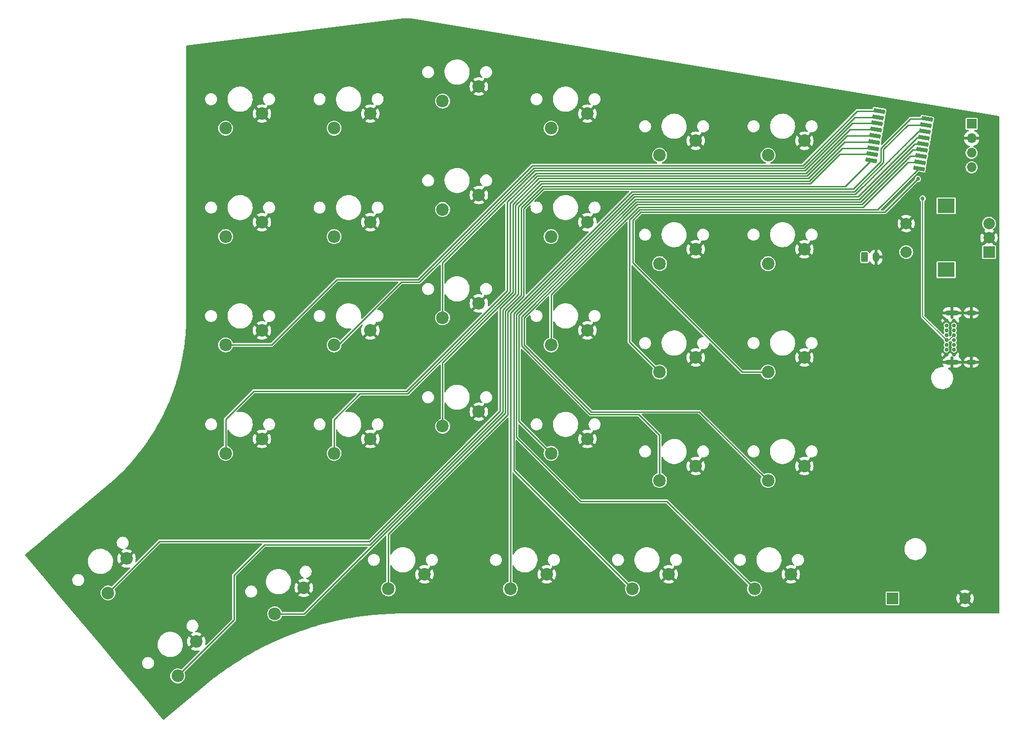
<source format=gbr>
G04 #@! TF.GenerationSoftware,KiCad,Pcbnew,(5.99.0-10089-gf88d39b4f0)*
G04 #@! TF.CreationDate,2021-04-09T11:44:42+02:00*
G04 #@! TF.ProjectId,blackwing,626c6163-6b77-4696-9e67-2e6b69636164,rev?*
G04 #@! TF.SameCoordinates,Original*
G04 #@! TF.FileFunction,Copper,L2,Bot*
G04 #@! TF.FilePolarity,Positive*
%FSLAX46Y46*%
G04 Gerber Fmt 4.6, Leading zero omitted, Abs format (unit mm)*
G04 Created by KiCad (PCBNEW (5.99.0-10089-gf88d39b4f0)) date 2021-04-09 11:44:42*
%MOMM*%
%LPD*%
G01*
G04 APERTURE LIST*
G04 Aperture macros list*
%AMRoundRect*
0 Rectangle with rounded corners*
0 $1 Rounding radius*
0 $2 $3 $4 $5 $6 $7 $8 $9 X,Y pos of 4 corners*
0 Add a 4 corners polygon primitive as box body*
4,1,4,$2,$3,$4,$5,$6,$7,$8,$9,$2,$3,0*
0 Add four circle primitives for the rounded corners*
1,1,$1+$1,$2,$3*
1,1,$1+$1,$4,$5*
1,1,$1+$1,$6,$7*
1,1,$1+$1,$8,$9*
0 Add four rect primitives between the rounded corners*
20,1,$1+$1,$2,$3,$4,$5,0*
20,1,$1+$1,$4,$5,$6,$7,0*
20,1,$1+$1,$6,$7,$8,$9,0*
20,1,$1+$1,$8,$9,$2,$3,0*%
%AMRotRect*
0 Rectangle, with rotation*
0 The origin of the aperture is its center*
0 $1 length*
0 $2 width*
0 $3 Rotation angle, in degrees counterclockwise*
0 Add horizontal line*
21,1,$1,$2,0,0,$3*%
G04 Aperture macros list end*
G04 #@! TA.AperFunction,ComponentPad*
%ADD10C,2.200000*%
G04 #@! TD*
G04 #@! TA.AperFunction,ComponentPad*
%ADD11R,1.700000X1.700000*%
G04 #@! TD*
G04 #@! TA.AperFunction,ComponentPad*
%ADD12O,1.700000X1.700000*%
G04 #@! TD*
G04 #@! TA.AperFunction,ComponentPad*
%ADD13RotRect,2.000000X0.700000X350.538000*%
G04 #@! TD*
G04 #@! TA.AperFunction,ComponentPad*
%ADD14RoundRect,0.250000X-0.350000X-0.625000X0.350000X-0.625000X0.350000X0.625000X-0.350000X0.625000X0*%
G04 #@! TD*
G04 #@! TA.AperFunction,ComponentPad*
%ADD15O,1.200000X1.750000*%
G04 #@! TD*
G04 #@! TA.AperFunction,ComponentPad*
%ADD16R,2.000000X2.000000*%
G04 #@! TD*
G04 #@! TA.AperFunction,ComponentPad*
%ADD17C,2.000000*%
G04 #@! TD*
G04 #@! TA.AperFunction,ComponentPad*
%ADD18R,3.000000X2.500000*%
G04 #@! TD*
G04 #@! TA.AperFunction,ComponentPad*
%ADD19C,0.700000*%
G04 #@! TD*
G04 #@! TA.AperFunction,ComponentPad*
%ADD20O,1.700000X0.900000*%
G04 #@! TD*
G04 #@! TA.AperFunction,ComponentPad*
%ADD21O,2.400000X0.900000*%
G04 #@! TD*
G04 #@! TA.AperFunction,ViaPad*
%ADD22C,0.685800*%
G04 #@! TD*
G04 #@! TA.AperFunction,Conductor*
%ADD23C,0.254000*%
G04 #@! TD*
G04 #@! TA.AperFunction,Conductor*
%ADD24C,0.200000*%
G04 #@! TD*
G04 APERTURE END LIST*
D10*
X127000000Y-72122500D03*
X133350000Y-69582500D03*
X11409058Y-91838860D03*
X14640760Y-85811406D03*
X103250000Y-91122500D03*
X109600000Y-88582500D03*
X108000000Y-72122500D03*
X114350000Y-69582500D03*
X23621608Y-106393686D03*
X26853310Y-100366232D03*
X40604956Y-95506870D03*
X45703273Y-90948223D03*
X60500000Y-91122500D03*
X66850000Y-88582500D03*
X81875000Y-91122500D03*
X88225000Y-88582500D03*
X124625000Y-91122500D03*
X130975000Y-88582500D03*
D11*
X162640000Y-9620500D03*
D12*
X162640000Y-12160500D03*
X162640000Y-14700500D03*
X162640000Y-17240500D03*
D10*
X51000000Y-48372500D03*
X57350000Y-45832500D03*
X32000000Y-48372500D03*
X38350000Y-45832500D03*
X127000000Y-34122500D03*
X133350000Y-31582500D03*
X108000000Y-34122500D03*
X114350000Y-31582500D03*
X89000000Y-29372500D03*
X95350000Y-26832500D03*
X70000000Y-24622500D03*
X76350000Y-22082500D03*
X51000000Y-29372500D03*
X57350000Y-26832500D03*
X32000000Y-29372500D03*
X38350000Y-26832500D03*
X127000000Y-15122500D03*
X133350000Y-12582500D03*
X108000000Y-15122500D03*
X114350000Y-12582500D03*
X89000000Y-10372500D03*
X95350000Y-7832500D03*
X70000000Y-5622500D03*
X76350000Y-3082500D03*
X51000000Y-10372500D03*
X57350000Y-7832500D03*
X32000000Y-10372500D03*
X38350000Y-7832500D03*
X89000000Y-48372500D03*
X95350000Y-45832500D03*
X108000000Y-53122500D03*
X114350000Y-50582500D03*
X127000000Y-53122500D03*
X133350000Y-50582500D03*
X32000000Y-67372500D03*
X38350000Y-64832500D03*
X51000000Y-67372500D03*
X57350000Y-64832500D03*
X70000000Y-62622500D03*
X76350000Y-60082500D03*
X89000000Y-67372500D03*
X95350000Y-64832500D03*
X70000000Y-43622500D03*
X76350000Y-41082500D03*
D13*
X146467467Y-7356311D03*
X146286634Y-8441346D03*
X146105802Y-9526380D03*
X145924969Y-10611414D03*
X145744136Y-11696449D03*
X145563303Y-12781483D03*
X145382470Y-13866517D03*
X145201638Y-14951552D03*
X145020805Y-16036586D03*
X154851823Y-8753656D03*
X154670991Y-9838690D03*
X154490158Y-10923724D03*
X154309325Y-12008759D03*
X154128492Y-13093793D03*
X153947659Y-14178827D03*
X153766827Y-15263862D03*
X153585994Y-16348896D03*
X153405161Y-17433930D03*
D14*
X143918000Y-32978500D03*
D15*
X145918000Y-32978500D03*
D16*
X148792000Y-92796500D03*
D17*
X161492000Y-92796500D03*
D16*
X165694000Y-32090500D03*
D17*
X165694000Y-27090500D03*
X165694000Y-29590500D03*
D18*
X158194000Y-23990500D03*
X158194000Y-35190500D03*
D17*
X151194000Y-32090500D03*
X151194000Y-27090500D03*
D19*
X158229000Y-50051500D03*
X158229000Y-49201500D03*
X158229000Y-48351500D03*
X158229000Y-47501500D03*
X158229000Y-46651500D03*
X158229000Y-45801500D03*
X158229000Y-44951500D03*
X158229000Y-44101500D03*
X159579000Y-44101500D03*
X159579000Y-44951500D03*
X159579000Y-45801500D03*
X159579000Y-46651500D03*
X159579000Y-47501500D03*
X159579000Y-48351500D03*
X159579000Y-49201500D03*
X159579000Y-50051500D03*
D20*
X162589000Y-42751500D03*
D21*
X159209000Y-42751500D03*
X159209000Y-51401500D03*
D20*
X162589000Y-51401500D03*
D22*
X153242000Y-19272500D03*
X154078000Y-22692500D03*
D23*
X40054000Y-48372500D02*
X32000000Y-48372500D01*
X65739431Y-36911069D02*
X51515431Y-36911069D01*
X142642119Y-7356311D02*
X133088018Y-16910412D01*
X51515431Y-36911069D02*
X40054000Y-48372500D01*
X85740088Y-16910412D02*
X65739431Y-36911069D01*
X133088018Y-16910412D02*
X85740088Y-16910412D01*
X146467467Y-7356311D02*
X142642119Y-7356311D01*
X65927273Y-37364589D02*
X62771863Y-37364589D01*
X62771863Y-37364589D02*
X51763952Y-48372500D01*
X51763952Y-48372500D02*
X51000000Y-48372500D01*
X146286634Y-8441346D02*
X142199152Y-8441346D01*
X85927439Y-17364423D02*
X65927273Y-37364589D01*
X133276075Y-17364423D02*
X85927439Y-17364423D01*
X142199152Y-8441346D02*
X133276075Y-17364423D01*
X141756186Y-9526380D02*
X133464132Y-17818434D01*
X133464132Y-17818434D02*
X86153700Y-17818434D01*
X70000000Y-33972134D02*
X70000000Y-43622500D01*
X146105802Y-9526380D02*
X141756186Y-9526380D01*
X86153700Y-17818434D02*
X70000000Y-33972134D01*
X143601954Y-24206478D02*
X151459536Y-16348896D01*
X151459536Y-16348896D02*
X153585994Y-16348896D01*
X89000000Y-39514199D02*
X104307721Y-24206478D01*
X89000000Y-48372500D02*
X89000000Y-39514199D01*
X104307721Y-24206478D02*
X143601954Y-24206478D01*
X153405161Y-17433930D02*
X146178602Y-24660489D01*
X146178602Y-24660489D02*
X104526650Y-24660489D01*
X102749989Y-47872489D02*
X108000000Y-53122500D01*
X104526650Y-24660489D02*
X102749989Y-26437150D01*
X102749989Y-26437150D02*
X102749989Y-47872489D01*
X147400000Y-25114500D02*
X104714000Y-25114500D01*
X103325309Y-34004500D02*
X122443309Y-53122500D01*
X153242000Y-19272500D02*
X147400000Y-25114500D01*
X122443309Y-53122500D02*
X127000000Y-53122500D01*
X103325309Y-26503191D02*
X103325309Y-34004500D01*
X104714000Y-25114500D02*
X103325309Y-26503191D01*
X63689202Y-56487298D02*
X36910253Y-56487298D01*
X36910253Y-56487298D02*
X32000000Y-61397551D01*
X81327805Y-23316815D02*
X81327805Y-38848695D01*
X86372175Y-18272445D02*
X81327805Y-23316815D01*
X81327805Y-38848695D02*
X63689202Y-56487298D01*
X133652189Y-18272445D02*
X86372175Y-18272445D01*
X32000000Y-61397551D02*
X32000000Y-67372500D01*
X145924969Y-10611414D02*
X141313220Y-10611414D01*
X141313220Y-10611414D02*
X133652189Y-18272445D01*
X133840246Y-18726456D02*
X86590652Y-18726456D01*
X81809350Y-23507758D02*
X81809350Y-39008512D01*
X51000000Y-61450568D02*
X51000000Y-67372500D01*
X55509259Y-56941309D02*
X51000000Y-61450568D01*
X63876553Y-56941309D02*
X55509259Y-56941309D01*
X81809350Y-39008512D02*
X63876553Y-56941309D01*
X86590652Y-18726456D02*
X81809350Y-23507758D01*
X145744136Y-11696449D02*
X140870253Y-11696449D01*
X140870253Y-11696449D02*
X133840246Y-18726456D01*
X70000000Y-51459223D02*
X70000000Y-62622500D01*
X86817649Y-19180467D02*
X82290895Y-23707221D01*
X134028303Y-19180467D02*
X86817649Y-19180467D01*
X145563303Y-12781483D02*
X140427287Y-12781483D01*
X82290895Y-23707221D02*
X82290895Y-39168328D01*
X82290895Y-39168328D02*
X70000000Y-51459223D01*
X140427287Y-12781483D02*
X134028303Y-19180467D01*
X142931987Y-22844445D02*
X103745668Y-22844445D01*
X103745668Y-22844445D02*
X83368978Y-43221137D01*
X154128492Y-13093793D02*
X152682639Y-13093793D01*
X83368978Y-61741478D02*
X89000000Y-67372500D01*
X152682639Y-13093793D02*
X142931987Y-22844445D01*
X83368978Y-43221137D02*
X83368978Y-61741478D01*
X153947659Y-14178827D02*
X152345469Y-14178827D01*
X152345469Y-14178827D02*
X143225840Y-23298456D01*
X83822489Y-43408987D02*
X83822489Y-48534349D01*
X103933019Y-23298456D02*
X83822489Y-43408987D01*
X143225840Y-23298456D02*
X103933019Y-23298456D01*
X104342000Y-60538500D02*
X108000000Y-64196500D01*
X95826641Y-60538500D02*
X104342000Y-60538500D01*
X108000000Y-64196500D02*
X108000000Y-72122500D01*
X83822489Y-48534349D02*
X95826641Y-60538500D01*
X153766827Y-15263862D02*
X151902502Y-15263862D01*
X151902502Y-15263862D02*
X143413397Y-23752967D01*
X104119870Y-23752967D02*
X84276000Y-43596837D01*
X84276000Y-48346498D02*
X96014491Y-60084989D01*
X84276000Y-43596837D02*
X84276000Y-48346498D01*
X114962489Y-60084989D02*
X127000000Y-72122500D01*
X96014491Y-60084989D02*
X114962489Y-60084989D01*
X143413397Y-23752967D02*
X104119870Y-23752967D01*
X33476000Y-88746500D02*
X33476000Y-96539294D01*
X80514467Y-60115395D02*
X57231362Y-83398500D01*
X33476000Y-96539294D02*
X23621608Y-106393686D01*
X139541354Y-14951552D02*
X134404417Y-20088489D01*
X134404417Y-20088489D02*
X87309875Y-20088489D01*
X83282018Y-39459925D02*
X80514467Y-42227477D01*
X83282018Y-24116346D02*
X83282018Y-39459925D01*
X87309875Y-20088489D02*
X83282018Y-24116346D01*
X38824000Y-83398500D02*
X33476000Y-88746500D01*
X145201638Y-14951552D02*
X139541354Y-14951552D01*
X57231362Y-83398500D02*
X38824000Y-83398500D01*
X80514467Y-42227477D02*
X80514467Y-60115395D01*
X40604956Y-95506870D02*
X40714643Y-95506870D01*
X80967978Y-42415327D02*
X80967978Y-60303244D01*
X45764352Y-95506870D02*
X40604956Y-95506870D01*
X80967978Y-60303244D02*
X45764352Y-95506870D01*
X87466748Y-20574391D02*
X83735529Y-24305610D01*
X83735529Y-39647776D02*
X80967978Y-42415327D01*
X145020805Y-16036586D02*
X140483000Y-20574391D01*
X140483000Y-20574391D02*
X87466748Y-20574391D01*
X83735529Y-24305610D02*
X83735529Y-39647776D01*
X154851823Y-8753656D02*
X151914505Y-8753656D01*
X141929957Y-21028401D02*
X87654099Y-21028401D01*
X84189040Y-39835627D02*
X81421489Y-42603177D01*
X146753420Y-16204938D02*
X141929957Y-21028401D01*
X81421489Y-60599011D02*
X60500000Y-81520500D01*
X81421489Y-42603177D02*
X81421489Y-60599011D01*
X146753420Y-13914741D02*
X146753420Y-16204938D01*
X87654099Y-21028401D02*
X84189040Y-24493460D01*
X60500000Y-81520500D02*
X60500000Y-91122500D01*
X84189040Y-24493460D02*
X84189040Y-39835627D01*
X151914505Y-8753656D02*
X146753420Y-13914741D01*
X142118014Y-21482412D02*
X103183615Y-21482412D01*
X154670991Y-9838690D02*
X151471538Y-9838690D01*
X147207431Y-16392995D02*
X142118014Y-21482412D01*
X151471538Y-9838690D02*
X147207431Y-14102797D01*
X81875000Y-42791027D02*
X81875000Y-91122500D01*
X103183615Y-21482412D02*
X81875000Y-42791027D01*
X147207431Y-14102797D02*
X147207431Y-16392995D01*
X154490158Y-10923724D02*
X153318770Y-10923724D01*
X153318770Y-10923724D02*
X142306071Y-21936423D01*
X103370970Y-21936423D02*
X82461956Y-42845437D01*
X142306071Y-21936423D02*
X103370970Y-21936423D01*
X82461956Y-42845437D02*
X82461956Y-70334456D01*
X82461956Y-70334456D02*
X103250000Y-91122500D01*
X142743927Y-22390437D02*
X103558314Y-22390437D01*
X94178000Y-75778500D02*
X109281000Y-75778500D01*
X82915467Y-64515967D02*
X94178000Y-75778500D01*
X153125605Y-12008759D02*
X142743927Y-22390437D01*
X82915467Y-43033287D02*
X82915467Y-64515967D01*
X109281000Y-75778500D02*
X124625000Y-91122500D01*
X103558314Y-22390437D02*
X82915467Y-43033287D01*
X154309325Y-12008759D02*
X153125605Y-12008759D01*
X87044645Y-19634478D02*
X82772440Y-23906683D01*
X57162009Y-82826489D02*
X20421429Y-82826489D01*
X134216360Y-19634478D02*
X87044645Y-19634478D01*
X80060956Y-42039627D02*
X80060956Y-59927544D01*
X82772440Y-23906683D02*
X82772440Y-39328143D01*
X139984321Y-13866517D02*
X134216360Y-19634478D01*
X20421429Y-82826489D02*
X11409058Y-91838860D01*
X82772440Y-39328143D02*
X80060956Y-42039627D01*
X80060956Y-59927544D02*
X57162009Y-82826489D01*
X145382470Y-13866517D02*
X139984321Y-13866517D01*
D24*
X158229000Y-47501500D02*
X154078000Y-43350500D01*
X154078000Y-43350500D02*
X154078000Y-22692500D01*
X158729000Y-47501500D02*
X159579000Y-46651500D01*
X158229000Y-47501500D02*
X158729000Y-47501500D01*
G04 #@! TA.AperFunction,Conductor*
G36*
X63397267Y8894830D02*
G01*
X63738128Y8894604D01*
X64248769Y8894266D01*
X64462689Y8894125D01*
X64483317Y8892411D01*
X130911173Y-2178514D01*
X167359714Y-8253060D01*
X167423619Y-8283989D01*
X167460659Y-8344558D01*
X167465000Y-8377346D01*
X167465000Y-95341500D01*
X167444998Y-95409621D01*
X167391342Y-95456114D01*
X167339000Y-95467500D01*
X63097059Y-95467500D01*
X63079036Y-95463534D01*
X63079013Y-95463811D01*
X63069371Y-95462998D01*
X63068812Y-95462532D01*
X63068096Y-95462408D01*
X62349572Y-95464749D01*
X62344027Y-95464592D01*
X62343571Y-95464230D01*
X62342852Y-95464124D01*
X62316927Y-95464820D01*
X62313963Y-95464864D01*
X62303665Y-95464898D01*
X62302655Y-95464901D01*
X62302644Y-95461658D01*
X62301669Y-95461552D01*
X62301768Y-95465227D01*
X60902435Y-95502810D01*
X60895771Y-95502786D01*
X60895227Y-95502378D01*
X60894506Y-95502290D01*
X60868944Y-95503664D01*
X60865572Y-95503801D01*
X60857531Y-95504016D01*
X60854602Y-95504095D01*
X60854519Y-95500999D01*
X60853413Y-95500906D01*
X60853606Y-95504489D01*
X59455719Y-95579631D01*
X59448982Y-95579790D01*
X59448428Y-95579396D01*
X59447706Y-95579328D01*
X59422174Y-95581389D01*
X59418838Y-95581613D01*
X59414841Y-95581828D01*
X59407871Y-95582203D01*
X59407705Y-95579115D01*
X59406590Y-95579051D01*
X59406878Y-95582624D01*
X58011463Y-95695273D01*
X58004785Y-95695609D01*
X58004220Y-95695230D01*
X58003495Y-95695181D01*
X57977998Y-95697930D01*
X57974726Y-95698239D01*
X57963747Y-95699125D01*
X57963745Y-95699126D01*
X57963496Y-95696041D01*
X57962388Y-95696007D01*
X57962772Y-95699572D01*
X56570964Y-95849637D01*
X56564216Y-95850160D01*
X56563642Y-95849797D01*
X56562916Y-95849768D01*
X56537503Y-95853201D01*
X56534160Y-95853606D01*
X56523286Y-95854778D01*
X56522955Y-95851705D01*
X56521847Y-95851701D01*
X56522326Y-95855250D01*
X55134984Y-96042637D01*
X55128317Y-96043333D01*
X55127733Y-96042985D01*
X55127007Y-96042975D01*
X55101719Y-96047085D01*
X55098390Y-96047580D01*
X55087524Y-96049047D01*
X55087111Y-96045987D01*
X55086003Y-96046012D01*
X55086577Y-96049545D01*
X53704844Y-96274099D01*
X53698122Y-96274985D01*
X53697529Y-96274653D01*
X53696803Y-96274663D01*
X53671632Y-96279451D01*
X53668298Y-96280038D01*
X53657500Y-96281793D01*
X53657004Y-96278739D01*
X53655894Y-96278795D01*
X53656564Y-96282317D01*
X52281266Y-96543903D01*
X52274659Y-96544953D01*
X52274058Y-96544638D01*
X52273333Y-96544667D01*
X52255008Y-96548665D01*
X52248339Y-96550120D01*
X52245025Y-96550797D01*
X52234237Y-96552849D01*
X52233659Y-96549808D01*
X52232550Y-96549893D01*
X52233315Y-96553398D01*
X50865488Y-96851825D01*
X50858961Y-96853042D01*
X50858351Y-96852742D01*
X50857627Y-96852790D01*
X50852265Y-96854112D01*
X50852256Y-96854113D01*
X50832739Y-96858924D01*
X50829463Y-96859685D01*
X50818766Y-96862019D01*
X50818108Y-96859002D01*
X50817001Y-96859117D01*
X50817857Y-96862592D01*
X49463234Y-97196477D01*
X49458710Y-97197592D01*
X49452042Y-97199025D01*
X49451425Y-97198743D01*
X49450702Y-97198812D01*
X49445431Y-97200262D01*
X49445427Y-97200263D01*
X49431843Y-97204001D01*
X49426057Y-97205593D01*
X49422798Y-97206443D01*
X49412100Y-97209080D01*
X49411360Y-97206077D01*
X49410257Y-97206222D01*
X49411208Y-97209679D01*
X48061505Y-97581058D01*
X48054922Y-97582659D01*
X48054297Y-97582393D01*
X48053576Y-97582481D01*
X48029087Y-97589932D01*
X48025868Y-97590864D01*
X48015263Y-97593782D01*
X48014442Y-97590800D01*
X48013345Y-97590974D01*
X48014389Y-97594404D01*
X46675124Y-98001893D01*
X46668602Y-98003665D01*
X46667971Y-98003415D01*
X46667253Y-98003522D01*
X46646717Y-98010378D01*
X46642994Y-98011621D01*
X46639774Y-98012648D01*
X46629264Y-98015846D01*
X46628364Y-98012889D01*
X46627266Y-98013093D01*
X46628401Y-98016493D01*
X45574006Y-98368502D01*
X45300511Y-98459808D01*
X45294087Y-98461738D01*
X45293449Y-98461506D01*
X45292734Y-98461632D01*
X45274718Y-98468190D01*
X45268700Y-98470380D01*
X45265521Y-98471489D01*
X45255090Y-98474971D01*
X45254111Y-98472040D01*
X45253018Y-98472274D01*
X45254244Y-98475641D01*
X43938858Y-98954402D01*
X43932365Y-98956548D01*
X43931722Y-98956333D01*
X43931011Y-98956479D01*
X43907179Y-98965885D01*
X43904096Y-98967054D01*
X43900992Y-98968184D01*
X43893730Y-98970827D01*
X43892673Y-98967923D01*
X43891594Y-98968184D01*
X43892909Y-98971517D01*
X42590806Y-99485439D01*
X42584419Y-99487740D01*
X42583771Y-99487543D01*
X42583063Y-99487708D01*
X42559502Y-99497747D01*
X42556422Y-99499010D01*
X42546185Y-99503050D01*
X42545051Y-99500176D01*
X42543976Y-99500468D01*
X42545380Y-99503763D01*
X41257558Y-100052453D01*
X41251222Y-100054931D01*
X41250568Y-100054751D01*
X41249865Y-100054935D01*
X41237076Y-100060795D01*
X41226626Y-100065582D01*
X41223535Y-100066948D01*
X41213415Y-100071260D01*
X41212203Y-100068416D01*
X41211132Y-100068738D01*
X41212625Y-100071997D01*
X39939918Y-100655101D01*
X39933732Y-100657712D01*
X39933072Y-100657549D01*
X39932375Y-100657751D01*
X39927440Y-100660174D01*
X39927433Y-100660177D01*
X39909435Y-100669015D01*
X39906391Y-100670460D01*
X39896379Y-100675048D01*
X39895090Y-100672236D01*
X39894025Y-100672587D01*
X39895606Y-100675807D01*
X38638953Y-101292899D01*
X38632900Y-101295646D01*
X38632237Y-101295501D01*
X38631545Y-101295721D01*
X38626657Y-101298286D01*
X38626646Y-101298291D01*
X38608878Y-101307616D01*
X38605868Y-101309145D01*
X38596023Y-101313980D01*
X38594660Y-101311205D01*
X38593611Y-101311583D01*
X38595276Y-101314756D01*
X37355699Y-101965337D01*
X37349664Y-101968275D01*
X37348997Y-101968148D01*
X37348311Y-101968387D01*
X37343508Y-101971074D01*
X37343496Y-101971080D01*
X37325963Y-101980891D01*
X37322995Y-101982500D01*
X37313292Y-101987593D01*
X37311856Y-101984857D01*
X37310819Y-101985262D01*
X37312568Y-101988388D01*
X36090866Y-102672035D01*
X36084952Y-102675113D01*
X36084280Y-102675004D01*
X36083601Y-102675261D01*
X36064384Y-102686703D01*
X36061614Y-102688352D01*
X36058707Y-102690031D01*
X36049110Y-102695401D01*
X36047600Y-102692704D01*
X36046573Y-102693137D01*
X36048406Y-102696216D01*
X34845558Y-103412382D01*
X34839670Y-103415651D01*
X34838997Y-103415560D01*
X34838325Y-103415836D01*
X34833675Y-103418777D01*
X34833674Y-103418777D01*
X34816733Y-103429489D01*
X34813858Y-103431254D01*
X34804388Y-103436893D01*
X34802806Y-103434236D01*
X34801787Y-103434698D01*
X34803704Y-103437729D01*
X33701278Y-104134861D01*
X33620460Y-104185967D01*
X33614718Y-104189358D01*
X33614043Y-104189285D01*
X33613379Y-104189578D01*
X33608799Y-104192650D01*
X33608789Y-104192655D01*
X33592102Y-104203846D01*
X33589269Y-104205691D01*
X33580018Y-104211541D01*
X33578367Y-104208930D01*
X33577365Y-104209418D01*
X33579359Y-104212391D01*
X32416747Y-104992050D01*
X32410982Y-104995671D01*
X32410306Y-104995616D01*
X32409650Y-104995928D01*
X32401687Y-105001584D01*
X32388770Y-105010758D01*
X32385995Y-105012673D01*
X32376891Y-105018779D01*
X32375169Y-105016211D01*
X32374181Y-105016725D01*
X32376256Y-105019646D01*
X31234964Y-105830258D01*
X31229328Y-105834011D01*
X31228650Y-105833975D01*
X31228003Y-105834304D01*
X31223619Y-105837598D01*
X31223618Y-105837599D01*
X31207532Y-105849687D01*
X31204832Y-105851660D01*
X31195868Y-105858027D01*
X31194076Y-105855504D01*
X31193103Y-105856045D01*
X31195257Y-105858911D01*
X30076126Y-106699884D01*
X30070606Y-106703776D01*
X30069928Y-106703758D01*
X30069290Y-106704104D01*
X30064992Y-106707518D01*
X30049216Y-106720049D01*
X30046578Y-106722088D01*
X30037804Y-106728682D01*
X30035945Y-106726208D01*
X30034988Y-106726773D01*
X30037218Y-106729580D01*
X28940236Y-107600958D01*
X28935819Y-107604244D01*
X28935236Y-107604242D01*
X28934607Y-107604603D01*
X28914671Y-107621221D01*
X28912408Y-107623062D01*
X28903531Y-107630113D01*
X28901512Y-107627571D01*
X28900682Y-107628091D01*
X28903038Y-107630918D01*
X28346643Y-108094709D01*
X28341626Y-108103335D01*
X28327860Y-108117056D01*
X21236761Y-114067194D01*
X21171721Y-114095658D01*
X21101616Y-114084441D01*
X21059248Y-114051663D01*
X16172054Y-108227331D01*
X12725698Y-104120124D01*
X17355097Y-104120124D01*
X17372334Y-104325399D01*
X17429115Y-104523416D01*
X17523276Y-104706634D01*
X17651231Y-104868073D01*
X17655924Y-104872067D01*
X17655925Y-104872068D01*
X17801625Y-104996068D01*
X17808106Y-105001584D01*
X17813484Y-105004590D01*
X17813486Y-105004591D01*
X17840424Y-105019646D01*
X17987926Y-105102082D01*
X18183841Y-105165739D01*
X18388389Y-105190130D01*
X18394524Y-105189658D01*
X18394526Y-105189658D01*
X18587638Y-105174799D01*
X18587642Y-105174798D01*
X18593780Y-105174326D01*
X18792189Y-105118929D01*
X18976059Y-105026049D01*
X18984255Y-105019646D01*
X19033207Y-104981400D01*
X19138387Y-104899224D01*
X19142413Y-104894560D01*
X19142416Y-104894557D01*
X19268961Y-104747953D01*
X19268962Y-104747951D01*
X19272990Y-104743285D01*
X19374741Y-104564172D01*
X19439764Y-104368705D01*
X19465582Y-104164332D01*
X19465994Y-104134861D01*
X19445892Y-103929847D01*
X19386352Y-103732641D01*
X19289642Y-103550756D01*
X19285752Y-103545986D01*
X19285749Y-103545982D01*
X19163341Y-103395895D01*
X19163338Y-103395892D01*
X19159446Y-103391120D01*
X19142228Y-103376876D01*
X19005472Y-103263741D01*
X19005468Y-103263739D01*
X19000722Y-103259812D01*
X18819517Y-103161834D01*
X18622732Y-103100919D01*
X18616610Y-103100276D01*
X18616607Y-103100275D01*
X18423992Y-103080031D01*
X18423990Y-103080031D01*
X18417863Y-103079387D01*
X18331840Y-103087216D01*
X18218852Y-103097498D01*
X18218849Y-103097499D01*
X18212713Y-103098057D01*
X18206807Y-103099795D01*
X18206803Y-103099796D01*
X18057862Y-103143632D01*
X18015097Y-103156218D01*
X17832541Y-103251656D01*
X17671999Y-103380735D01*
X17539587Y-103538538D01*
X17536623Y-103543930D01*
X17536620Y-103543934D01*
X17455025Y-103692355D01*
X17440347Y-103719055D01*
X17438486Y-103724922D01*
X17438485Y-103724924D01*
X17436037Y-103732641D01*
X17378059Y-103915410D01*
X17355097Y-104120124D01*
X12725698Y-104120124D01*
X10075598Y-100961857D01*
X20098435Y-100961857D01*
X20098887Y-100966016D01*
X20098887Y-100966020D01*
X20112785Y-101093947D01*
X20130007Y-101252481D01*
X20131003Y-101256538D01*
X20131004Y-101256541D01*
X20198742Y-101532322D01*
X20199738Y-101536377D01*
X20201260Y-101540260D01*
X20201261Y-101540264D01*
X20255746Y-101679292D01*
X20306404Y-101808556D01*
X20308426Y-101812204D01*
X20308428Y-101812208D01*
X20423948Y-102020611D01*
X20448130Y-102064237D01*
X20450620Y-102067590D01*
X20450624Y-102067596D01*
X20619937Y-102295576D01*
X20619942Y-102295581D01*
X20622427Y-102298928D01*
X20625331Y-102301914D01*
X20625335Y-102301919D01*
X20726614Y-102406066D01*
X20826232Y-102508506D01*
X20829510Y-102511086D01*
X20829515Y-102511090D01*
X20842532Y-102521333D01*
X21055965Y-102689288D01*
X21059553Y-102691410D01*
X21059559Y-102691414D01*
X21074147Y-102700041D01*
X21307590Y-102838098D01*
X21576685Y-102952322D01*
X21580710Y-102953431D01*
X21580711Y-102953431D01*
X21598813Y-102958417D01*
X21858523Y-103029953D01*
X22148152Y-103069628D01*
X22152328Y-103069643D01*
X22152334Y-103069643D01*
X22296785Y-103070147D01*
X22440484Y-103070648D01*
X22730384Y-103032997D01*
X23012757Y-102957335D01*
X23202551Y-102878331D01*
X23278783Y-102846599D01*
X23278786Y-102846598D01*
X23282643Y-102844992D01*
X23286246Y-102842895D01*
X23286250Y-102842893D01*
X23408972Y-102771467D01*
X23535300Y-102697942D01*
X23766289Y-102518769D01*
X23776410Y-102508506D01*
X23968614Y-102313600D01*
X23968619Y-102313595D01*
X23971553Y-102310619D01*
X23982889Y-102295576D01*
X24144972Y-102080485D01*
X24144974Y-102080481D01*
X24147484Y-102077151D01*
X24241798Y-101909771D01*
X24288942Y-101826104D01*
X24288945Y-101826098D01*
X24290992Y-101822465D01*
X24399555Y-101551037D01*
X24471267Y-101267635D01*
X24473021Y-101252481D01*
X24504539Y-100980071D01*
X24504867Y-100977238D01*
X24504980Y-100972637D01*
X24507430Y-100872355D01*
X24507500Y-100869500D01*
X24488126Y-100577809D01*
X24444471Y-100361302D01*
X25240698Y-100361302D01*
X25240698Y-100371162D01*
X25259781Y-100613627D01*
X25261324Y-100623374D01*
X25318101Y-100859864D01*
X25321150Y-100869250D01*
X25414222Y-101093947D01*
X25418704Y-101102742D01*
X25538002Y-101297417D01*
X25548460Y-101306879D01*
X25557236Y-101303096D01*
X26481288Y-100379044D01*
X26488902Y-100365100D01*
X26488771Y-100363267D01*
X26484520Y-100356652D01*
X25560280Y-99432412D01*
X25547900Y-99425652D01*
X25540250Y-99431379D01*
X25418704Y-99629722D01*
X25414222Y-99638517D01*
X25321150Y-99863214D01*
X25318101Y-99872600D01*
X25261324Y-100109090D01*
X25259781Y-100118837D01*
X25240698Y-100361302D01*
X24444471Y-100361302D01*
X24430344Y-100291242D01*
X24335169Y-100014834D01*
X24328589Y-100001693D01*
X24206149Y-99757187D01*
X24206148Y-99757185D01*
X24204274Y-99753443D01*
X24131547Y-99646429D01*
X24042309Y-99515118D01*
X24042307Y-99515115D01*
X24039958Y-99511659D01*
X23845107Y-99293731D01*
X23623147Y-99103487D01*
X23419931Y-98971517D01*
X23381473Y-98946542D01*
X23381470Y-98946540D01*
X23377974Y-98944270D01*
X23374208Y-98942482D01*
X23374203Y-98942479D01*
X23117681Y-98820674D01*
X23113899Y-98818878D01*
X23109916Y-98817599D01*
X23109913Y-98817598D01*
X22915493Y-98755177D01*
X22835559Y-98729513D01*
X22547845Y-98677745D01*
X22385778Y-98670386D01*
X22259981Y-98664673D01*
X22259976Y-98664673D01*
X22255811Y-98664484D01*
X22251663Y-98664847D01*
X22251658Y-98664847D01*
X22134402Y-98675106D01*
X21964590Y-98689962D01*
X21740194Y-98740121D01*
X21683380Y-98752820D01*
X21683378Y-98752820D01*
X21679296Y-98753733D01*
X21404942Y-98854675D01*
X21401242Y-98856626D01*
X21401237Y-98856628D01*
X21258992Y-98931626D01*
X21146349Y-98991016D01*
X20908059Y-99160360D01*
X20694260Y-99359731D01*
X20508706Y-99585628D01*
X20506507Y-99589175D01*
X20506506Y-99589176D01*
X20475913Y-99638517D01*
X20354659Y-99834080D01*
X20352943Y-99837897D01*
X20352942Y-99837900D01*
X20319693Y-99911883D01*
X20234825Y-100100724D01*
X20233631Y-100104730D01*
X20154204Y-100371162D01*
X20151308Y-100380875D01*
X20105577Y-100669610D01*
X20105475Y-100673793D01*
X20100762Y-100866655D01*
X20098435Y-100961857D01*
X10075598Y-100961857D01*
X7245772Y-97589402D01*
X25138109Y-97589402D01*
X25155346Y-97794677D01*
X25212127Y-97992694D01*
X25306288Y-98175912D01*
X25434243Y-98337351D01*
X25438936Y-98341345D01*
X25438937Y-98341346D01*
X25580125Y-98461506D01*
X25591118Y-98470862D01*
X25596496Y-98473868D01*
X25596498Y-98473869D01*
X25599669Y-98475641D01*
X25770938Y-98571360D01*
X25966853Y-98635017D01*
X26159118Y-98657943D01*
X26224390Y-98685870D01*
X26264203Y-98744654D01*
X26265915Y-98815630D01*
X26228983Y-98876264D01*
X26192416Y-98899466D01*
X26125595Y-98927144D01*
X26116800Y-98931626D01*
X25922125Y-99050924D01*
X25912663Y-99061382D01*
X25916446Y-99070158D01*
X26840498Y-99994210D01*
X26854442Y-100001824D01*
X26856275Y-100001693D01*
X26862890Y-99997442D01*
X27787130Y-99073202D01*
X27793890Y-99060822D01*
X27788163Y-99053172D01*
X27589820Y-98931626D01*
X27581025Y-98927144D01*
X27356328Y-98834072D01*
X27346942Y-98831023D01*
X27110452Y-98774246D01*
X27100705Y-98772703D01*
X26858240Y-98753620D01*
X26848380Y-98753620D01*
X26774190Y-98759459D01*
X26704710Y-98744863D01*
X26654151Y-98695021D01*
X26638564Y-98625756D01*
X26662899Y-98559060D01*
X26707493Y-98521381D01*
X26753574Y-98498104D01*
X26753576Y-98498103D01*
X26759071Y-98495327D01*
X26788578Y-98472274D01*
X26816219Y-98450678D01*
X26921399Y-98368502D01*
X26925425Y-98363838D01*
X26925428Y-98363835D01*
X27051973Y-98217231D01*
X27051974Y-98217229D01*
X27056002Y-98212563D01*
X27157753Y-98033450D01*
X27222776Y-97837983D01*
X27248594Y-97633610D01*
X27249006Y-97604139D01*
X27228904Y-97399125D01*
X27169364Y-97201919D01*
X27072654Y-97020034D01*
X27068764Y-97015264D01*
X27068761Y-97015260D01*
X26946353Y-96865173D01*
X26946350Y-96865170D01*
X26942458Y-96860398D01*
X26934861Y-96854113D01*
X26788484Y-96733019D01*
X26788480Y-96733017D01*
X26783734Y-96729090D01*
X26602529Y-96631112D01*
X26405744Y-96570197D01*
X26399622Y-96569554D01*
X26399619Y-96569553D01*
X26207004Y-96549309D01*
X26207002Y-96549309D01*
X26200875Y-96548665D01*
X26114852Y-96556494D01*
X26001864Y-96566776D01*
X26001861Y-96566777D01*
X25995725Y-96567335D01*
X25989819Y-96569073D01*
X25989815Y-96569074D01*
X25840874Y-96612910D01*
X25798109Y-96625496D01*
X25615553Y-96720934D01*
X25455011Y-96850013D01*
X25322599Y-97007816D01*
X25319635Y-97013208D01*
X25319632Y-97013212D01*
X25315882Y-97020034D01*
X25223359Y-97188333D01*
X25221498Y-97194200D01*
X25221497Y-97194202D01*
X25192215Y-97286510D01*
X25161071Y-97384688D01*
X25138109Y-97589402D01*
X7245772Y-97589402D01*
X5790646Y-95855250D01*
X2420495Y-91838860D01*
X10103558Y-91838860D01*
X10123391Y-92065558D01*
X10182289Y-92285367D01*
X10184611Y-92290348D01*
X10184612Y-92290349D01*
X10276136Y-92486623D01*
X10276139Y-92486628D01*
X10278462Y-92491610D01*
X10281618Y-92496117D01*
X10281619Y-92496119D01*
X10394432Y-92657232D01*
X10408987Y-92678019D01*
X10569899Y-92838931D01*
X10574407Y-92842088D01*
X10574410Y-92842090D01*
X10652800Y-92896979D01*
X10756308Y-92969456D01*
X10761290Y-92971779D01*
X10761295Y-92971782D01*
X10957569Y-93063306D01*
X10962551Y-93065629D01*
X10967859Y-93067051D01*
X10967861Y-93067052D01*
X10995684Y-93074507D01*
X11182360Y-93124527D01*
X11409058Y-93144360D01*
X11635756Y-93124527D01*
X11822432Y-93074507D01*
X11850255Y-93067052D01*
X11850257Y-93067051D01*
X11855565Y-93065629D01*
X11860547Y-93063306D01*
X12056821Y-92971782D01*
X12056826Y-92971779D01*
X12061808Y-92969456D01*
X12165316Y-92896979D01*
X12243706Y-92842090D01*
X12243709Y-92842088D01*
X12248217Y-92838931D01*
X12409129Y-92678019D01*
X12423685Y-92657232D01*
X12536497Y-92496119D01*
X12536498Y-92496117D01*
X12539654Y-92491610D01*
X12541977Y-92486628D01*
X12541980Y-92486623D01*
X12633504Y-92290349D01*
X12633505Y-92290348D01*
X12635827Y-92285367D01*
X12694725Y-92065558D01*
X12714558Y-91838860D01*
X12694725Y-91612162D01*
X12635827Y-91392353D01*
X12618181Y-91354511D01*
X12572268Y-91256050D01*
X12561607Y-91185858D01*
X12590587Y-91121046D01*
X12597368Y-91113705D01*
X20520179Y-83190894D01*
X20582491Y-83156868D01*
X20609274Y-83153989D01*
X38301166Y-83153989D01*
X38369287Y-83173991D01*
X38415780Y-83227647D01*
X38425884Y-83297921D01*
X38396390Y-83362501D01*
X38390261Y-83369084D01*
X33258013Y-88501332D01*
X33249909Y-88508759D01*
X33230411Y-88525120D01*
X33221290Y-88532773D01*
X33207678Y-88556349D01*
X33202325Y-88565621D01*
X33196421Y-88574889D01*
X33180975Y-88596948D01*
X33180974Y-88596950D01*
X33174652Y-88605979D01*
X33171800Y-88616626D01*
X33170288Y-88619868D01*
X33169063Y-88623233D01*
X33163552Y-88632778D01*
X33161638Y-88643634D01*
X33156965Y-88670136D01*
X33154589Y-88680857D01*
X33144765Y-88717521D01*
X33145726Y-88728503D01*
X33148020Y-88754723D01*
X33148500Y-88765705D01*
X33148500Y-96351449D01*
X33128498Y-96419570D01*
X33111595Y-96440544D01*
X28608463Y-100943676D01*
X28546151Y-100977702D01*
X28475336Y-100972637D01*
X28418500Y-100930090D01*
X28393689Y-100863570D01*
X28396849Y-100825167D01*
X28445296Y-100623374D01*
X28446839Y-100613627D01*
X28465922Y-100371162D01*
X28465922Y-100361302D01*
X28446839Y-100118837D01*
X28445296Y-100109090D01*
X28388519Y-99872600D01*
X28385470Y-99863214D01*
X28292398Y-99638517D01*
X28287916Y-99629722D01*
X28168618Y-99435047D01*
X28158160Y-99425585D01*
X28149384Y-99429368D01*
X25919490Y-101659262D01*
X25912730Y-101671642D01*
X25918457Y-101679292D01*
X26116800Y-101800838D01*
X26125595Y-101805320D01*
X26350292Y-101898392D01*
X26359678Y-101901441D01*
X26596168Y-101958218D01*
X26605915Y-101959761D01*
X26848380Y-101978844D01*
X26858240Y-101978844D01*
X27100705Y-101959761D01*
X27110452Y-101958218D01*
X27312245Y-101909771D01*
X27383153Y-101913318D01*
X27440887Y-101954638D01*
X27467117Y-102020611D01*
X27453515Y-102090293D01*
X27430754Y-102121385D01*
X24346763Y-105205376D01*
X24284451Y-105239402D01*
X24213636Y-105234337D01*
X24204418Y-105230476D01*
X24073097Y-105169240D01*
X24073096Y-105169239D01*
X24068115Y-105166917D01*
X24062807Y-105165495D01*
X24062805Y-105165494D01*
X23980442Y-105143425D01*
X23848306Y-105108019D01*
X23621608Y-105088186D01*
X23394910Y-105108019D01*
X23262774Y-105143425D01*
X23180411Y-105165494D01*
X23180409Y-105165495D01*
X23175101Y-105166917D01*
X23170120Y-105169239D01*
X23170119Y-105169240D01*
X22973845Y-105260764D01*
X22973840Y-105260767D01*
X22968858Y-105263090D01*
X22964351Y-105266246D01*
X22964349Y-105266247D01*
X22786960Y-105390456D01*
X22786957Y-105390458D01*
X22782449Y-105393615D01*
X22621537Y-105554527D01*
X22618380Y-105559035D01*
X22618378Y-105559038D01*
X22536570Y-105675872D01*
X22491012Y-105740936D01*
X22488689Y-105745918D01*
X22488686Y-105745923D01*
X22436411Y-105858027D01*
X22394839Y-105947179D01*
X22335941Y-106166988D01*
X22316108Y-106393686D01*
X22335941Y-106620384D01*
X22394839Y-106840193D01*
X22397161Y-106845174D01*
X22397162Y-106845175D01*
X22488686Y-107041449D01*
X22488689Y-107041454D01*
X22491012Y-107046436D01*
X22621537Y-107232845D01*
X22782449Y-107393757D01*
X22786957Y-107396914D01*
X22786960Y-107396916D01*
X22964349Y-107521125D01*
X22968858Y-107524282D01*
X22973840Y-107526605D01*
X22973845Y-107526608D01*
X23148629Y-107608111D01*
X23175101Y-107620455D01*
X23180409Y-107621877D01*
X23180411Y-107621878D01*
X23211145Y-107630113D01*
X23394910Y-107679353D01*
X23621608Y-107699186D01*
X23848306Y-107679353D01*
X24032071Y-107630113D01*
X24062805Y-107621878D01*
X24062807Y-107621877D01*
X24068115Y-107620455D01*
X24094587Y-107608111D01*
X24269371Y-107526608D01*
X24269376Y-107526605D01*
X24274358Y-107524282D01*
X24278867Y-107521125D01*
X24456256Y-107396916D01*
X24456259Y-107396914D01*
X24460767Y-107393757D01*
X24621679Y-107232845D01*
X24752204Y-107046436D01*
X24754527Y-107041454D01*
X24754530Y-107041449D01*
X24846054Y-106845175D01*
X24846055Y-106845174D01*
X24848377Y-106840193D01*
X24907275Y-106620384D01*
X24927108Y-106393686D01*
X24907275Y-106166988D01*
X24848377Y-105947179D01*
X24806805Y-105858027D01*
X24784818Y-105810876D01*
X24774157Y-105740684D01*
X24803137Y-105675872D01*
X24809918Y-105668531D01*
X33693987Y-96784462D01*
X33702091Y-96777035D01*
X33722265Y-96760107D01*
X33730710Y-96753021D01*
X33741901Y-96733639D01*
X33749679Y-96720166D01*
X33755585Y-96710896D01*
X33771025Y-96688846D01*
X33771028Y-96688840D01*
X33777348Y-96679814D01*
X33780200Y-96669170D01*
X33781709Y-96665934D01*
X33782936Y-96662563D01*
X33788448Y-96653016D01*
X33791747Y-96634309D01*
X33795035Y-96615657D01*
X33797415Y-96604923D01*
X33804381Y-96578925D01*
X33804381Y-96578924D01*
X33807235Y-96568273D01*
X33805886Y-96552849D01*
X33803980Y-96531071D01*
X33803500Y-96520089D01*
X33803500Y-91587226D01*
X35425277Y-91587226D01*
X35442514Y-91792501D01*
X35467434Y-91879408D01*
X35491020Y-91961659D01*
X35499295Y-91990518D01*
X35593456Y-92173736D01*
X35721411Y-92335175D01*
X35726104Y-92339169D01*
X35726105Y-92339170D01*
X35782671Y-92387311D01*
X35878286Y-92468686D01*
X35883664Y-92471692D01*
X35883666Y-92471693D01*
X35968196Y-92518935D01*
X36058106Y-92569184D01*
X36254021Y-92632841D01*
X36458569Y-92657232D01*
X36464704Y-92656760D01*
X36464706Y-92656760D01*
X36657818Y-92641901D01*
X36657822Y-92641900D01*
X36663960Y-92641428D01*
X36862369Y-92586031D01*
X36954304Y-92539591D01*
X37040742Y-92495928D01*
X37040744Y-92495927D01*
X37046239Y-92493151D01*
X37054595Y-92486623D01*
X37103387Y-92448502D01*
X37208567Y-92366326D01*
X37212593Y-92361662D01*
X37212596Y-92361659D01*
X37305841Y-92253633D01*
X44762693Y-92253633D01*
X44768420Y-92261283D01*
X44966763Y-92382829D01*
X44975558Y-92387311D01*
X45200255Y-92480383D01*
X45209641Y-92483432D01*
X45446131Y-92540209D01*
X45455878Y-92541752D01*
X45698343Y-92560835D01*
X45708203Y-92560835D01*
X45950668Y-92541752D01*
X45960415Y-92540209D01*
X46196905Y-92483432D01*
X46206291Y-92480383D01*
X46430988Y-92387311D01*
X46439783Y-92382829D01*
X46634458Y-92263531D01*
X46643920Y-92253073D01*
X46640137Y-92244297D01*
X45716085Y-91320245D01*
X45702141Y-91312631D01*
X45700308Y-91312762D01*
X45693693Y-91317013D01*
X44769453Y-92241253D01*
X44762693Y-92253633D01*
X37305841Y-92253633D01*
X37339141Y-92215055D01*
X37339142Y-92215053D01*
X37343170Y-92210387D01*
X37444921Y-92031274D01*
X37509944Y-91835807D01*
X37535762Y-91631434D01*
X37536012Y-91613536D01*
X37536125Y-91605485D01*
X37536125Y-91605481D01*
X37536174Y-91601963D01*
X37516072Y-91396949D01*
X37490655Y-91312762D01*
X37458313Y-91205642D01*
X37456532Y-91199743D01*
X37359822Y-91017858D01*
X37355932Y-91013088D01*
X37355929Y-91013084D01*
X37233521Y-90862997D01*
X37233518Y-90862994D01*
X37229626Y-90858222D01*
X37212408Y-90843978D01*
X37075652Y-90730843D01*
X37075648Y-90730841D01*
X37070902Y-90726914D01*
X36889697Y-90628936D01*
X36692912Y-90568021D01*
X36686790Y-90567378D01*
X36686787Y-90567377D01*
X36494172Y-90547133D01*
X36494170Y-90547133D01*
X36488043Y-90546489D01*
X36414378Y-90553193D01*
X36289032Y-90564600D01*
X36289029Y-90564601D01*
X36282893Y-90565159D01*
X36276987Y-90566897D01*
X36276983Y-90566898D01*
X36133902Y-90609009D01*
X36085277Y-90623320D01*
X35902721Y-90718758D01*
X35742179Y-90847837D01*
X35609767Y-91005640D01*
X35606803Y-91011032D01*
X35606800Y-91011036D01*
X35546322Y-91121046D01*
X35510527Y-91186157D01*
X35508666Y-91192024D01*
X35508665Y-91192026D01*
X35507526Y-91195618D01*
X35448239Y-91382512D01*
X35425277Y-91587226D01*
X33803500Y-91587226D01*
X33803500Y-89956857D01*
X39050748Y-89956857D01*
X39051200Y-89961016D01*
X39051200Y-89961020D01*
X39079390Y-90220508D01*
X39082320Y-90247481D01*
X39083316Y-90251538D01*
X39083317Y-90251541D01*
X39106125Y-90344398D01*
X39152051Y-90531377D01*
X39153573Y-90535260D01*
X39153574Y-90535264D01*
X39227533Y-90723983D01*
X39258717Y-90803556D01*
X39260739Y-90807204D01*
X39260741Y-90807208D01*
X39380523Y-91023300D01*
X39400443Y-91059237D01*
X39402933Y-91062590D01*
X39402937Y-91062596D01*
X39572250Y-91290576D01*
X39572255Y-91290581D01*
X39574740Y-91293928D01*
X39577644Y-91296914D01*
X39577648Y-91296919D01*
X39660884Y-91382512D01*
X39778545Y-91503506D01*
X39781823Y-91506086D01*
X39781828Y-91506090D01*
X39945565Y-91634938D01*
X40008278Y-91684288D01*
X40011866Y-91686410D01*
X40011872Y-91686414D01*
X40256311Y-91830974D01*
X40259903Y-91833098D01*
X40263743Y-91834728D01*
X40263745Y-91834729D01*
X40375210Y-91882043D01*
X40528998Y-91947322D01*
X40533023Y-91948431D01*
X40533024Y-91948431D01*
X40551126Y-91953417D01*
X40810836Y-92024953D01*
X41100465Y-92064628D01*
X41104641Y-92064643D01*
X41104647Y-92064643D01*
X41249098Y-92065147D01*
X41392797Y-92065648D01*
X41682697Y-92027997D01*
X41965070Y-91952335D01*
X42224523Y-91844335D01*
X42231096Y-91841599D01*
X42231099Y-91841598D01*
X42234956Y-91839992D01*
X42238559Y-91837895D01*
X42238563Y-91837893D01*
X42444801Y-91717859D01*
X42487613Y-91692942D01*
X42718602Y-91513769D01*
X42728723Y-91503506D01*
X42920927Y-91308600D01*
X42920932Y-91308595D01*
X42923866Y-91305619D01*
X42999413Y-91205365D01*
X43097285Y-91075485D01*
X43097287Y-91075481D01*
X43099797Y-91072151D01*
X43170265Y-90947091D01*
X43172405Y-90943293D01*
X44090661Y-90943293D01*
X44090661Y-90953153D01*
X44109744Y-91195618D01*
X44111287Y-91205365D01*
X44168064Y-91441855D01*
X44171113Y-91451241D01*
X44264185Y-91675938D01*
X44268667Y-91684733D01*
X44387965Y-91879408D01*
X44398423Y-91888870D01*
X44407199Y-91885087D01*
X45331251Y-90961035D01*
X45337629Y-90949355D01*
X46067681Y-90949355D01*
X46067812Y-90951188D01*
X46072063Y-90957803D01*
X46996303Y-91882043D01*
X47008683Y-91888803D01*
X47016333Y-91883076D01*
X47137879Y-91684733D01*
X47142361Y-91675938D01*
X47235433Y-91451241D01*
X47238482Y-91441855D01*
X47295259Y-91205365D01*
X47296802Y-91195618D01*
X47315885Y-90953153D01*
X47315885Y-90943293D01*
X47296802Y-90700828D01*
X47295259Y-90691081D01*
X47238482Y-90454591D01*
X47235433Y-90445205D01*
X47142361Y-90220508D01*
X47137879Y-90211713D01*
X47018581Y-90017038D01*
X47008123Y-90007576D01*
X46999347Y-90011359D01*
X46075295Y-90935411D01*
X46067681Y-90949355D01*
X45337629Y-90949355D01*
X45338865Y-90947091D01*
X45338734Y-90945258D01*
X45334483Y-90938643D01*
X44410243Y-90014403D01*
X44397863Y-90007643D01*
X44390213Y-90013370D01*
X44268667Y-90211713D01*
X44264185Y-90220508D01*
X44171113Y-90445205D01*
X44168064Y-90454591D01*
X44111287Y-90691081D01*
X44109744Y-90700828D01*
X44090661Y-90943293D01*
X43172405Y-90943293D01*
X43241255Y-90821104D01*
X43241258Y-90821098D01*
X43243305Y-90817465D01*
X43351868Y-90546037D01*
X43371759Y-90467431D01*
X43410773Y-90313247D01*
X43423580Y-90262635D01*
X43425334Y-90247481D01*
X43451470Y-90021588D01*
X43457180Y-89972238D01*
X43457497Y-89959290D01*
X43459054Y-89895560D01*
X43459813Y-89864500D01*
X43445126Y-89643373D01*
X44762626Y-89643373D01*
X44766409Y-89652149D01*
X45690461Y-90576201D01*
X45704405Y-90583815D01*
X45706238Y-90583684D01*
X45712853Y-90579433D01*
X46637093Y-89655193D01*
X46643853Y-89642813D01*
X46638126Y-89635163D01*
X46439783Y-89513617D01*
X46430988Y-89509135D01*
X46206291Y-89416063D01*
X46192194Y-89411483D01*
X46192665Y-89410032D01*
X46136974Y-89378055D01*
X46104291Y-89315028D01*
X46110871Y-89244337D01*
X46154625Y-89188426D01*
X46205791Y-89166922D01*
X46211237Y-89166503D01*
X46217169Y-89164847D01*
X46217173Y-89164846D01*
X46310579Y-89138766D01*
X46409646Y-89111106D01*
X46593516Y-89018226D01*
X46599202Y-89013784D01*
X46684631Y-88947039D01*
X46755844Y-88891401D01*
X46759870Y-88886737D01*
X46759873Y-88886734D01*
X46886418Y-88740130D01*
X46886419Y-88740128D01*
X46890447Y-88735462D01*
X46992198Y-88556349D01*
X47057221Y-88360882D01*
X47083039Y-88156509D01*
X47083262Y-88140556D01*
X47083402Y-88130560D01*
X47083402Y-88130556D01*
X47083451Y-88127038D01*
X47063349Y-87922024D01*
X47047927Y-87870942D01*
X47005590Y-87730717D01*
X47003809Y-87724818D01*
X46955454Y-87633875D01*
X46909993Y-87548375D01*
X46909991Y-87548372D01*
X46907099Y-87542933D01*
X46903209Y-87538163D01*
X46903206Y-87538159D01*
X46780798Y-87388072D01*
X46780795Y-87388069D01*
X46776903Y-87383297D01*
X46746919Y-87358492D01*
X46622929Y-87255918D01*
X46622925Y-87255916D01*
X46618179Y-87251989D01*
X46436974Y-87154011D01*
X46240189Y-87093096D01*
X46234067Y-87092453D01*
X46234064Y-87092452D01*
X46041449Y-87072208D01*
X46041447Y-87072208D01*
X46035320Y-87071564D01*
X45949297Y-87079393D01*
X45836309Y-87089675D01*
X45836306Y-87089676D01*
X45830170Y-87090234D01*
X45824264Y-87091972D01*
X45824260Y-87091973D01*
X45675319Y-87135809D01*
X45632554Y-87148395D01*
X45449998Y-87243833D01*
X45445198Y-87247693D01*
X45445197Y-87247693D01*
X45442140Y-87250151D01*
X45289456Y-87372912D01*
X45157044Y-87530715D01*
X45154080Y-87536107D01*
X45154077Y-87536111D01*
X45093866Y-87645636D01*
X45057804Y-87711232D01*
X45055943Y-87717099D01*
X45055942Y-87717101D01*
X45045908Y-87748733D01*
X44995516Y-87907587D01*
X44972554Y-88112301D01*
X44989791Y-88317576D01*
X45002209Y-88360882D01*
X45043117Y-88503543D01*
X45046572Y-88515593D01*
X45049387Y-88521070D01*
X45131513Y-88680870D01*
X45140733Y-88698811D01*
X45268688Y-88860250D01*
X45425563Y-88993761D01*
X45430941Y-88996767D01*
X45430943Y-88996768D01*
X45454322Y-89009834D01*
X45605383Y-89094259D01*
X45619034Y-89098695D01*
X45677638Y-89138766D01*
X45705276Y-89204163D01*
X45693170Y-89274120D01*
X45645164Y-89326426D01*
X45589983Y-89344139D01*
X45455878Y-89354694D01*
X45446131Y-89356237D01*
X45209641Y-89413014D01*
X45200255Y-89416063D01*
X44975558Y-89509135D01*
X44966763Y-89513617D01*
X44772088Y-89632915D01*
X44762626Y-89643373D01*
X43445126Y-89643373D01*
X43440439Y-89572809D01*
X43430426Y-89523147D01*
X43396770Y-89356237D01*
X43382657Y-89286242D01*
X43287482Y-89009834D01*
X43280520Y-88995930D01*
X43158462Y-88752187D01*
X43158461Y-88752185D01*
X43156587Y-88748443D01*
X43053631Y-88596948D01*
X42994622Y-88510118D01*
X42994620Y-88510115D01*
X42992271Y-88506659D01*
X42797420Y-88288731D01*
X42575460Y-88098487D01*
X42453983Y-88019599D01*
X42333786Y-87941542D01*
X42333783Y-87941540D01*
X42330287Y-87939270D01*
X42326521Y-87937482D01*
X42326516Y-87937479D01*
X42069994Y-87815674D01*
X42066212Y-87813878D01*
X42062229Y-87812599D01*
X42062226Y-87812598D01*
X41867806Y-87750177D01*
X41787872Y-87724513D01*
X41500158Y-87672745D01*
X41338091Y-87665386D01*
X41212294Y-87659673D01*
X41212289Y-87659673D01*
X41208124Y-87659484D01*
X41203976Y-87659847D01*
X41203971Y-87659847D01*
X41086715Y-87670106D01*
X40916903Y-87684962D01*
X40712208Y-87730717D01*
X40635693Y-87747820D01*
X40635691Y-87747820D01*
X40631609Y-87748733D01*
X40357255Y-87849675D01*
X40353555Y-87851626D01*
X40353550Y-87851628D01*
X40155092Y-87956264D01*
X40098662Y-87986016D01*
X39860372Y-88155360D01*
X39857317Y-88158209D01*
X39678072Y-88325358D01*
X39646573Y-88354731D01*
X39461019Y-88580628D01*
X39458820Y-88584175D01*
X39458819Y-88584176D01*
X39450900Y-88596948D01*
X39306972Y-88829080D01*
X39187138Y-89095724D01*
X39103621Y-89375875D01*
X39057890Y-89664610D01*
X39055384Y-89767160D01*
X39052277Y-89894308D01*
X39050748Y-89956857D01*
X33803500Y-89956857D01*
X33803500Y-88934345D01*
X33823502Y-88866224D01*
X33840405Y-88845250D01*
X38922750Y-83762905D01*
X38985062Y-83728879D01*
X39011845Y-83726000D01*
X56777877Y-83726000D01*
X56845998Y-83746002D01*
X56892491Y-83799658D01*
X56902595Y-83869932D01*
X56873101Y-83934512D01*
X56866972Y-83941095D01*
X45665602Y-95142465D01*
X45603290Y-95176491D01*
X45576507Y-95179370D01*
X41960296Y-95179370D01*
X41892175Y-95159368D01*
X41845682Y-95105712D01*
X41838589Y-95085980D01*
X41833149Y-95065675D01*
X41833147Y-95065668D01*
X41831725Y-95060363D01*
X41829402Y-95055381D01*
X41737878Y-94859107D01*
X41737875Y-94859102D01*
X41735552Y-94854120D01*
X41605027Y-94667711D01*
X41444115Y-94506799D01*
X41439607Y-94503642D01*
X41439604Y-94503640D01*
X41262215Y-94379431D01*
X41262213Y-94379430D01*
X41257706Y-94376274D01*
X41252724Y-94373951D01*
X41252719Y-94373948D01*
X41056445Y-94282424D01*
X41056444Y-94282423D01*
X41051463Y-94280101D01*
X41046155Y-94278679D01*
X41046153Y-94278678D01*
X40957244Y-94254855D01*
X40831654Y-94221203D01*
X40604956Y-94201370D01*
X40378258Y-94221203D01*
X40252668Y-94254855D01*
X40163759Y-94278678D01*
X40163757Y-94278679D01*
X40158449Y-94280101D01*
X40153468Y-94282423D01*
X40153467Y-94282424D01*
X39957193Y-94373948D01*
X39957188Y-94373951D01*
X39952206Y-94376274D01*
X39947699Y-94379430D01*
X39947697Y-94379431D01*
X39770308Y-94503640D01*
X39770305Y-94503642D01*
X39765797Y-94506799D01*
X39604885Y-94667711D01*
X39474360Y-94854120D01*
X39472037Y-94859102D01*
X39472034Y-94859107D01*
X39380510Y-95055381D01*
X39378187Y-95060363D01*
X39376765Y-95065671D01*
X39376764Y-95065673D01*
X39371323Y-95085980D01*
X39319289Y-95280172D01*
X39299456Y-95506870D01*
X39319289Y-95733568D01*
X39331877Y-95780545D01*
X39376764Y-95948065D01*
X39378187Y-95953377D01*
X39380509Y-95958358D01*
X39380510Y-95958359D01*
X39472034Y-96154633D01*
X39472037Y-96154638D01*
X39474360Y-96159620D01*
X39477516Y-96164127D01*
X39477517Y-96164129D01*
X39558267Y-96279451D01*
X39604885Y-96346029D01*
X39765797Y-96506941D01*
X39770305Y-96510098D01*
X39770308Y-96510100D01*
X39947316Y-96634042D01*
X39952206Y-96637466D01*
X39957188Y-96639789D01*
X39957193Y-96639792D01*
X40153467Y-96731316D01*
X40158449Y-96733639D01*
X40163757Y-96735061D01*
X40163759Y-96735062D01*
X40230783Y-96753021D01*
X40378258Y-96792537D01*
X40604956Y-96812370D01*
X40831654Y-96792537D01*
X40979129Y-96753021D01*
X41046153Y-96735062D01*
X41046155Y-96735061D01*
X41051463Y-96733639D01*
X41056445Y-96731316D01*
X41252719Y-96639792D01*
X41252724Y-96639789D01*
X41257706Y-96637466D01*
X41262596Y-96634042D01*
X41439604Y-96510100D01*
X41439607Y-96510098D01*
X41444115Y-96506941D01*
X41605027Y-96346029D01*
X41651646Y-96279451D01*
X41732395Y-96164129D01*
X41732396Y-96164127D01*
X41735552Y-96159620D01*
X41737875Y-96154638D01*
X41737878Y-96154633D01*
X41829402Y-95958359D01*
X41829403Y-95958358D01*
X41831725Y-95953377D01*
X41833148Y-95948067D01*
X41833149Y-95948065D01*
X41838589Y-95927760D01*
X41875540Y-95867137D01*
X41939400Y-95836115D01*
X41960296Y-95834370D01*
X45745147Y-95834370D01*
X45756129Y-95834850D01*
X45782346Y-95837144D01*
X45782347Y-95837144D01*
X45793331Y-95838105D01*
X45829995Y-95828281D01*
X45840713Y-95825906D01*
X45878074Y-95819318D01*
X45887619Y-95813807D01*
X45890984Y-95812582D01*
X45894226Y-95811070D01*
X45904873Y-95808218D01*
X45913902Y-95801896D01*
X45913904Y-95801895D01*
X45935963Y-95786449D01*
X45945225Y-95780549D01*
X45978079Y-95761580D01*
X46002093Y-95732961D01*
X46009520Y-95724857D01*
X47708000Y-94026377D01*
X160626739Y-94026377D01*
X160635846Y-94038234D01*
X160713157Y-94093177D01*
X160721815Y-94098338D01*
X160930488Y-94201018D01*
X160939872Y-94204733D01*
X161162257Y-94272723D01*
X161172127Y-94274893D01*
X161402520Y-94306453D01*
X161412611Y-94307017D01*
X161645091Y-94301336D01*
X161655124Y-94300281D01*
X161883716Y-94257501D01*
X161893455Y-94254855D01*
X162112263Y-94176079D01*
X162121456Y-94171909D01*
X162324848Y-94059167D01*
X162333264Y-94053576D01*
X162350704Y-94039853D01*
X162359173Y-94027951D01*
X162352676Y-94016386D01*
X161504812Y-93168522D01*
X161490868Y-93160908D01*
X161489035Y-93161039D01*
X161482420Y-93165290D01*
X160633243Y-94014467D01*
X160626739Y-94026377D01*
X47708000Y-94026377D01*
X55706614Y-86027763D01*
X56904603Y-86027763D01*
X56921840Y-86233038D01*
X56932537Y-86270341D01*
X56976276Y-86422876D01*
X56978621Y-86431055D01*
X57072782Y-86614273D01*
X57200737Y-86775712D01*
X57205430Y-86779706D01*
X57205431Y-86779707D01*
X57250730Y-86818259D01*
X57357612Y-86909223D01*
X57537432Y-87009721D01*
X57733347Y-87073378D01*
X57937895Y-87097769D01*
X57944030Y-87097297D01*
X57944032Y-87097297D01*
X58137144Y-87082438D01*
X58137148Y-87082437D01*
X58143286Y-87081965D01*
X58341695Y-87026568D01*
X58487851Y-86952739D01*
X58520068Y-86936465D01*
X58520070Y-86936464D01*
X58525565Y-86933688D01*
X58561990Y-86905230D01*
X58582713Y-86889039D01*
X58687893Y-86806863D01*
X58691919Y-86802199D01*
X58691922Y-86802196D01*
X58818467Y-86655592D01*
X58818468Y-86655590D01*
X58822496Y-86650924D01*
X58924247Y-86471811D01*
X58989270Y-86276344D01*
X59015088Y-86071971D01*
X59015500Y-86042500D01*
X58995398Y-85837486D01*
X58993190Y-85830171D01*
X58937639Y-85646179D01*
X58935858Y-85640280D01*
X58861249Y-85499960D01*
X58842042Y-85463837D01*
X58842040Y-85463834D01*
X58839148Y-85458395D01*
X58835258Y-85453625D01*
X58835255Y-85453621D01*
X58712847Y-85303534D01*
X58712844Y-85303531D01*
X58708952Y-85298759D01*
X58704203Y-85294830D01*
X58554978Y-85171380D01*
X58554974Y-85171378D01*
X58550228Y-85167451D01*
X58369023Y-85069473D01*
X58172238Y-85008558D01*
X58166116Y-85007915D01*
X58166113Y-85007914D01*
X57973498Y-84987670D01*
X57973496Y-84987670D01*
X57967369Y-84987026D01*
X57881346Y-84994855D01*
X57768358Y-85005137D01*
X57768355Y-85005138D01*
X57762219Y-85005696D01*
X57756313Y-85007434D01*
X57756309Y-85007435D01*
X57676915Y-85030802D01*
X57564603Y-85063857D01*
X57382047Y-85159295D01*
X57377247Y-85163155D01*
X57377246Y-85163155D01*
X57351122Y-85184159D01*
X57221505Y-85288374D01*
X57089093Y-85446177D01*
X57086129Y-85451569D01*
X57086126Y-85451573D01*
X57024313Y-85564011D01*
X56989853Y-85626694D01*
X56987992Y-85632561D01*
X56987991Y-85632563D01*
X56985543Y-85640280D01*
X56927565Y-85823049D01*
X56904603Y-86027763D01*
X55706614Y-86027763D01*
X59957405Y-81776972D01*
X60019717Y-81742946D01*
X60090532Y-81748011D01*
X60147368Y-81790558D01*
X60172179Y-81857078D01*
X60172500Y-81866067D01*
X60172500Y-89767160D01*
X60152498Y-89835281D01*
X60098842Y-89881774D01*
X60079110Y-89888867D01*
X60058805Y-89894307D01*
X60058798Y-89894309D01*
X60053493Y-89895731D01*
X60048512Y-89898053D01*
X60048511Y-89898054D01*
X59852237Y-89989578D01*
X59852232Y-89989581D01*
X59847250Y-89991904D01*
X59842743Y-89995060D01*
X59842741Y-89995061D01*
X59665352Y-90119270D01*
X59665349Y-90119272D01*
X59660841Y-90122429D01*
X59499929Y-90283341D01*
X59496772Y-90287849D01*
X59496770Y-90287852D01*
X59380018Y-90454591D01*
X59369404Y-90469750D01*
X59367081Y-90474732D01*
X59367078Y-90474737D01*
X59285095Y-90650550D01*
X59273231Y-90675993D01*
X59214333Y-90895802D01*
X59194500Y-91122500D01*
X59214333Y-91349198D01*
X59273231Y-91569007D01*
X59275553Y-91573988D01*
X59275554Y-91573989D01*
X59367078Y-91770263D01*
X59367081Y-91770268D01*
X59369404Y-91775250D01*
X59372560Y-91779757D01*
X59372561Y-91779759D01*
X59492274Y-91950726D01*
X59499929Y-91961659D01*
X59660841Y-92122571D01*
X59665349Y-92125728D01*
X59665352Y-92125730D01*
X59842741Y-92249939D01*
X59847250Y-92253096D01*
X59852232Y-92255419D01*
X59852237Y-92255422D01*
X60048511Y-92346946D01*
X60053493Y-92349269D01*
X60058801Y-92350691D01*
X60058803Y-92350692D01*
X60099733Y-92361659D01*
X60273302Y-92408167D01*
X60500000Y-92428000D01*
X60726698Y-92408167D01*
X60900267Y-92361659D01*
X60941197Y-92350692D01*
X60941199Y-92350691D01*
X60946507Y-92349269D01*
X60951489Y-92346946D01*
X61147763Y-92255422D01*
X61147768Y-92255419D01*
X61152750Y-92253096D01*
X61157259Y-92249939D01*
X61334648Y-92125730D01*
X61334651Y-92125728D01*
X61339159Y-92122571D01*
X61500071Y-91961659D01*
X61507727Y-91950726D01*
X61627439Y-91779759D01*
X61627440Y-91779757D01*
X61630596Y-91775250D01*
X61632919Y-91770268D01*
X61632922Y-91770263D01*
X61724446Y-91573989D01*
X61724447Y-91573988D01*
X61726769Y-91569007D01*
X61785667Y-91349198D01*
X61805500Y-91122500D01*
X61785667Y-90895802D01*
X61726769Y-90675993D01*
X61714905Y-90650550D01*
X61632922Y-90474737D01*
X61632919Y-90474732D01*
X61630596Y-90469750D01*
X61619982Y-90454591D01*
X61503230Y-90287852D01*
X61503228Y-90287849D01*
X61500071Y-90283341D01*
X61339159Y-90122429D01*
X61334651Y-90119272D01*
X61334648Y-90119270D01*
X61157259Y-89995061D01*
X61157257Y-89995060D01*
X61152750Y-89991904D01*
X61147768Y-89989581D01*
X61147763Y-89989578D01*
X60951489Y-89898054D01*
X60951488Y-89898053D01*
X60946507Y-89895731D01*
X60941202Y-89894309D01*
X60941195Y-89894307D01*
X60920890Y-89888867D01*
X60919320Y-89887910D01*
X65909420Y-89887910D01*
X65915147Y-89895560D01*
X66113490Y-90017106D01*
X66122285Y-90021588D01*
X66346982Y-90114660D01*
X66356368Y-90117709D01*
X66592858Y-90174486D01*
X66602605Y-90176029D01*
X66845070Y-90195112D01*
X66854930Y-90195112D01*
X67097395Y-90176029D01*
X67107142Y-90174486D01*
X67343632Y-90117709D01*
X67353018Y-90114660D01*
X67577715Y-90021588D01*
X67586510Y-90017106D01*
X67781185Y-89897808D01*
X67790647Y-89887350D01*
X67786864Y-89878574D01*
X66862812Y-88954522D01*
X66848868Y-88946908D01*
X66847035Y-88947039D01*
X66840420Y-88951290D01*
X65916180Y-89875530D01*
X65909420Y-89887910D01*
X60919320Y-89887910D01*
X60860267Y-89851916D01*
X60829245Y-89788056D01*
X60827500Y-89767160D01*
X60827500Y-88577570D01*
X65237388Y-88577570D01*
X65237388Y-88587430D01*
X65256471Y-88829895D01*
X65258014Y-88839642D01*
X65314791Y-89076132D01*
X65317840Y-89085518D01*
X65410912Y-89310215D01*
X65415394Y-89319010D01*
X65534692Y-89513685D01*
X65545150Y-89523147D01*
X65553926Y-89519364D01*
X66477978Y-88595312D01*
X66484356Y-88583632D01*
X67214408Y-88583632D01*
X67214539Y-88585465D01*
X67218790Y-88592080D01*
X68143030Y-89516320D01*
X68155410Y-89523080D01*
X68163060Y-89517353D01*
X68284606Y-89319010D01*
X68289088Y-89310215D01*
X68382160Y-89085518D01*
X68385209Y-89076132D01*
X68441986Y-88839642D01*
X68443529Y-88829895D01*
X68462612Y-88587430D01*
X68462612Y-88577570D01*
X68443529Y-88335105D01*
X68441986Y-88325358D01*
X68385209Y-88088868D01*
X68382160Y-88079482D01*
X68289088Y-87854785D01*
X68284606Y-87845990D01*
X68165308Y-87651315D01*
X68154850Y-87641853D01*
X68146074Y-87645636D01*
X67222022Y-88569688D01*
X67214408Y-88583632D01*
X66484356Y-88583632D01*
X66485592Y-88581368D01*
X66485461Y-88579535D01*
X66481210Y-88572920D01*
X65556970Y-87648680D01*
X65544590Y-87641920D01*
X65536940Y-87647647D01*
X65415394Y-87845990D01*
X65410912Y-87854785D01*
X65317840Y-88079482D01*
X65314791Y-88088868D01*
X65258014Y-88325358D01*
X65256471Y-88335105D01*
X65237388Y-88577570D01*
X60827500Y-88577570D01*
X60827500Y-87077457D01*
X60847502Y-87009336D01*
X60901158Y-86962843D01*
X60971432Y-86952739D01*
X61036012Y-86982233D01*
X61063702Y-87016371D01*
X61131959Y-87139509D01*
X61186130Y-87237237D01*
X61188620Y-87240590D01*
X61188624Y-87240596D01*
X61357937Y-87468576D01*
X61357942Y-87468581D01*
X61360427Y-87471928D01*
X61363331Y-87474914D01*
X61363335Y-87474919D01*
X61429476Y-87542933D01*
X61564232Y-87681506D01*
X61567510Y-87684086D01*
X61567515Y-87684090D01*
X61784430Y-87854785D01*
X61793965Y-87862288D01*
X61797553Y-87864410D01*
X61797559Y-87864414D01*
X61970190Y-87966507D01*
X62045590Y-88011098D01*
X62314685Y-88125322D01*
X62318710Y-88126431D01*
X62318711Y-88126431D01*
X62355586Y-88136588D01*
X62596523Y-88202953D01*
X62886152Y-88242628D01*
X62890328Y-88242643D01*
X62890334Y-88242643D01*
X63034785Y-88243147D01*
X63178484Y-88243648D01*
X63468384Y-88205997D01*
X63750757Y-88130335D01*
X63940551Y-88051331D01*
X64016783Y-88019599D01*
X64016786Y-88019598D01*
X64020643Y-88017992D01*
X64024246Y-88015895D01*
X64024250Y-88015893D01*
X64199824Y-87913706D01*
X64273300Y-87870942D01*
X64504289Y-87691769D01*
X64507230Y-87688787D01*
X64706614Y-87486600D01*
X64706619Y-87486595D01*
X64709553Y-87483619D01*
X64768846Y-87404935D01*
X64864762Y-87277650D01*
X65909353Y-87277650D01*
X65913136Y-87286426D01*
X66837188Y-88210478D01*
X66851132Y-88218092D01*
X66852965Y-88217961D01*
X66859580Y-88213710D01*
X67783820Y-87289470D01*
X67790580Y-87277090D01*
X67789317Y-87275403D01*
X67764506Y-87208883D01*
X67779597Y-87139509D01*
X67829799Y-87089307D01*
X67905104Y-87074780D01*
X68097895Y-87097769D01*
X68104030Y-87097297D01*
X68104032Y-87097297D01*
X68297144Y-87082438D01*
X68297148Y-87082437D01*
X68303286Y-87081965D01*
X68501695Y-87026568D01*
X68647851Y-86952739D01*
X68680068Y-86936465D01*
X68680070Y-86936464D01*
X68685565Y-86933688D01*
X68721990Y-86905230D01*
X68742713Y-86889039D01*
X68847893Y-86806863D01*
X68851919Y-86802199D01*
X68851922Y-86802196D01*
X68978467Y-86655592D01*
X68978468Y-86655590D01*
X68982496Y-86650924D01*
X69084247Y-86471811D01*
X69149270Y-86276344D01*
X69175088Y-86071971D01*
X69175500Y-86042500D01*
X69174055Y-86027763D01*
X78279603Y-86027763D01*
X78296840Y-86233038D01*
X78307537Y-86270341D01*
X78351276Y-86422876D01*
X78353621Y-86431055D01*
X78447782Y-86614273D01*
X78575737Y-86775712D01*
X78580430Y-86779706D01*
X78580431Y-86779707D01*
X78625730Y-86818259D01*
X78732612Y-86909223D01*
X78912432Y-87009721D01*
X79108347Y-87073378D01*
X79312895Y-87097769D01*
X79319030Y-87097297D01*
X79319032Y-87097297D01*
X79512144Y-87082438D01*
X79512148Y-87082437D01*
X79518286Y-87081965D01*
X79716695Y-87026568D01*
X79862851Y-86952739D01*
X79895068Y-86936465D01*
X79895070Y-86936464D01*
X79900565Y-86933688D01*
X79936990Y-86905230D01*
X79957713Y-86889039D01*
X80062893Y-86806863D01*
X80066919Y-86802199D01*
X80066922Y-86802196D01*
X80193467Y-86655592D01*
X80193468Y-86655590D01*
X80197496Y-86650924D01*
X80299247Y-86471811D01*
X80364270Y-86276344D01*
X80390088Y-86071971D01*
X80390500Y-86042500D01*
X80370398Y-85837486D01*
X80368190Y-85830171D01*
X80312639Y-85646179D01*
X80310858Y-85640280D01*
X80236249Y-85499960D01*
X80217042Y-85463837D01*
X80217040Y-85463834D01*
X80214148Y-85458395D01*
X80210258Y-85453625D01*
X80210255Y-85453621D01*
X80087847Y-85303534D01*
X80087844Y-85303531D01*
X80083952Y-85298759D01*
X80079203Y-85294830D01*
X79929978Y-85171380D01*
X79929974Y-85171378D01*
X79925228Y-85167451D01*
X79744023Y-85069473D01*
X79547238Y-85008558D01*
X79541116Y-85007915D01*
X79541113Y-85007914D01*
X79348498Y-84987670D01*
X79348496Y-84987670D01*
X79342369Y-84987026D01*
X79256346Y-84994855D01*
X79143358Y-85005137D01*
X79143355Y-85005138D01*
X79137219Y-85005696D01*
X79131313Y-85007434D01*
X79131309Y-85007435D01*
X79051915Y-85030802D01*
X78939603Y-85063857D01*
X78757047Y-85159295D01*
X78752247Y-85163155D01*
X78752246Y-85163155D01*
X78726122Y-85184159D01*
X78596505Y-85288374D01*
X78464093Y-85446177D01*
X78461129Y-85451569D01*
X78461126Y-85451573D01*
X78399313Y-85564011D01*
X78364853Y-85626694D01*
X78362992Y-85632561D01*
X78362991Y-85632563D01*
X78360543Y-85640280D01*
X78302565Y-85823049D01*
X78279603Y-86027763D01*
X69174055Y-86027763D01*
X69155398Y-85837486D01*
X69153190Y-85830171D01*
X69097639Y-85646179D01*
X69095858Y-85640280D01*
X69021249Y-85499960D01*
X69002042Y-85463837D01*
X69002040Y-85463834D01*
X68999148Y-85458395D01*
X68995258Y-85453625D01*
X68995255Y-85453621D01*
X68872847Y-85303534D01*
X68872844Y-85303531D01*
X68868952Y-85298759D01*
X68864203Y-85294830D01*
X68714978Y-85171380D01*
X68714974Y-85171378D01*
X68710228Y-85167451D01*
X68529023Y-85069473D01*
X68332238Y-85008558D01*
X68326116Y-85007915D01*
X68326113Y-85007914D01*
X68133498Y-84987670D01*
X68133496Y-84987670D01*
X68127369Y-84987026D01*
X68041346Y-84994855D01*
X67928358Y-85005137D01*
X67928355Y-85005138D01*
X67922219Y-85005696D01*
X67916313Y-85007434D01*
X67916309Y-85007435D01*
X67836915Y-85030802D01*
X67724603Y-85063857D01*
X67542047Y-85159295D01*
X67537247Y-85163155D01*
X67537246Y-85163155D01*
X67511122Y-85184159D01*
X67381505Y-85288374D01*
X67249093Y-85446177D01*
X67246129Y-85451569D01*
X67246126Y-85451573D01*
X67184313Y-85564011D01*
X67149853Y-85626694D01*
X67147992Y-85632561D01*
X67147991Y-85632563D01*
X67145543Y-85640280D01*
X67087565Y-85823049D01*
X67064603Y-86027763D01*
X67081840Y-86233038D01*
X67092537Y-86270341D01*
X67136276Y-86422876D01*
X67138621Y-86431055D01*
X67232782Y-86614273D01*
X67360737Y-86775712D01*
X67401798Y-86810657D01*
X67410730Y-86818259D01*
X67449643Y-86877641D01*
X67450274Y-86948635D01*
X67412423Y-87008700D01*
X67348107Y-87038766D01*
X67299653Y-87036732D01*
X67107142Y-86990514D01*
X67097395Y-86988971D01*
X66854930Y-86969888D01*
X66845070Y-86969888D01*
X66602605Y-86988971D01*
X66592858Y-86990514D01*
X66356368Y-87047291D01*
X66346982Y-87050340D01*
X66122285Y-87143412D01*
X66113490Y-87147894D01*
X65918815Y-87267192D01*
X65909353Y-87277650D01*
X64864762Y-87277650D01*
X64882972Y-87253485D01*
X64882974Y-87253481D01*
X64885484Y-87250151D01*
X64974613Y-87091973D01*
X65026942Y-86999104D01*
X65026945Y-86999098D01*
X65028992Y-86995465D01*
X65137555Y-86724037D01*
X65139371Y-86716863D01*
X65208241Y-86444689D01*
X65209267Y-86440635D01*
X65210376Y-86431055D01*
X65242539Y-86153071D01*
X65242867Y-86150238D01*
X65243734Y-86114784D01*
X65244866Y-86068446D01*
X65245500Y-86042500D01*
X65226126Y-85750809D01*
X65223592Y-85738238D01*
X65187248Y-85557997D01*
X65168344Y-85464242D01*
X65073169Y-85187834D01*
X65064930Y-85171380D01*
X64944149Y-84930187D01*
X64944148Y-84930185D01*
X64942274Y-84926443D01*
X64866198Y-84814501D01*
X64780309Y-84688118D01*
X64780307Y-84688115D01*
X64777958Y-84684659D01*
X64583107Y-84466731D01*
X64547475Y-84436190D01*
X64364318Y-84279205D01*
X64361147Y-84276487D01*
X64357644Y-84274212D01*
X64119473Y-84119542D01*
X64119470Y-84119540D01*
X64115974Y-84117270D01*
X64112208Y-84115482D01*
X64112203Y-84115479D01*
X63897492Y-84013527D01*
X63851899Y-83991878D01*
X63847916Y-83990599D01*
X63847913Y-83990598D01*
X63653493Y-83928177D01*
X63573559Y-83902513D01*
X63285845Y-83850745D01*
X63123778Y-83843386D01*
X62997981Y-83837673D01*
X62997976Y-83837673D01*
X62993811Y-83837484D01*
X62989663Y-83837847D01*
X62989658Y-83837847D01*
X62872402Y-83848106D01*
X62702590Y-83862962D01*
X62483015Y-83912043D01*
X62421380Y-83925820D01*
X62421378Y-83925820D01*
X62417296Y-83926733D01*
X62142942Y-84027675D01*
X62139242Y-84029626D01*
X62139237Y-84029628D01*
X61946886Y-84131044D01*
X61884349Y-84164016D01*
X61646059Y-84333360D01*
X61432260Y-84532731D01*
X61246706Y-84758628D01*
X61092659Y-85007080D01*
X61090943Y-85010897D01*
X61090942Y-85010900D01*
X61068427Y-85060999D01*
X61022259Y-85114934D01*
X60954260Y-85135347D01*
X60886020Y-85115756D01*
X60839204Y-85062382D01*
X60827500Y-85009349D01*
X60827500Y-81708345D01*
X60847502Y-81640224D01*
X60864405Y-81619250D01*
X81332405Y-61151250D01*
X81394717Y-61117224D01*
X81465532Y-61122289D01*
X81522368Y-61164836D01*
X81547179Y-61231356D01*
X81547500Y-61240345D01*
X81547500Y-89767160D01*
X81527498Y-89835281D01*
X81473842Y-89881774D01*
X81454110Y-89888867D01*
X81433805Y-89894307D01*
X81433798Y-89894309D01*
X81428493Y-89895731D01*
X81423512Y-89898053D01*
X81423511Y-89898054D01*
X81227237Y-89989578D01*
X81227232Y-89989581D01*
X81222250Y-89991904D01*
X81217743Y-89995060D01*
X81217741Y-89995061D01*
X81040352Y-90119270D01*
X81040349Y-90119272D01*
X81035841Y-90122429D01*
X80874929Y-90283341D01*
X80871772Y-90287849D01*
X80871770Y-90287852D01*
X80755018Y-90454591D01*
X80744404Y-90469750D01*
X80742081Y-90474732D01*
X80742078Y-90474737D01*
X80660095Y-90650550D01*
X80648231Y-90675993D01*
X80589333Y-90895802D01*
X80569500Y-91122500D01*
X80589333Y-91349198D01*
X80648231Y-91569007D01*
X80650553Y-91573988D01*
X80650554Y-91573989D01*
X80742078Y-91770263D01*
X80742081Y-91770268D01*
X80744404Y-91775250D01*
X80747560Y-91779757D01*
X80747561Y-91779759D01*
X80867274Y-91950726D01*
X80874929Y-91961659D01*
X81035841Y-92122571D01*
X81040349Y-92125728D01*
X81040352Y-92125730D01*
X81217741Y-92249939D01*
X81222250Y-92253096D01*
X81227232Y-92255419D01*
X81227237Y-92255422D01*
X81423511Y-92346946D01*
X81428493Y-92349269D01*
X81433801Y-92350691D01*
X81433803Y-92350692D01*
X81474733Y-92361659D01*
X81648302Y-92408167D01*
X81875000Y-92428000D01*
X82101698Y-92408167D01*
X82275267Y-92361659D01*
X82316197Y-92350692D01*
X82316199Y-92350691D01*
X82321507Y-92349269D01*
X82326489Y-92346946D01*
X82522763Y-92255422D01*
X82522768Y-92255419D01*
X82527750Y-92253096D01*
X82532259Y-92249939D01*
X82709648Y-92125730D01*
X82709651Y-92125728D01*
X82714159Y-92122571D01*
X82875071Y-91961659D01*
X82882727Y-91950726D01*
X83002439Y-91779759D01*
X83002440Y-91779757D01*
X83005596Y-91775250D01*
X83007919Y-91770268D01*
X83007922Y-91770263D01*
X83099446Y-91573989D01*
X83099447Y-91573988D01*
X83101769Y-91569007D01*
X83160667Y-91349198D01*
X83180500Y-91122500D01*
X83160667Y-90895802D01*
X83101769Y-90675993D01*
X83089905Y-90650550D01*
X83007922Y-90474737D01*
X83007919Y-90474732D01*
X83005596Y-90469750D01*
X82994982Y-90454591D01*
X82878230Y-90287852D01*
X82878228Y-90287849D01*
X82875071Y-90283341D01*
X82714159Y-90122429D01*
X82709651Y-90119272D01*
X82709648Y-90119270D01*
X82532259Y-89995061D01*
X82532257Y-89995060D01*
X82527750Y-89991904D01*
X82522768Y-89989581D01*
X82522763Y-89989578D01*
X82326489Y-89898054D01*
X82326488Y-89898053D01*
X82321507Y-89895731D01*
X82316202Y-89894309D01*
X82316195Y-89894307D01*
X82295890Y-89888867D01*
X82294320Y-89887910D01*
X87284420Y-89887910D01*
X87290147Y-89895560D01*
X87488490Y-90017106D01*
X87497285Y-90021588D01*
X87721982Y-90114660D01*
X87731368Y-90117709D01*
X87967858Y-90174486D01*
X87977605Y-90176029D01*
X88220070Y-90195112D01*
X88229930Y-90195112D01*
X88472395Y-90176029D01*
X88482142Y-90174486D01*
X88718632Y-90117709D01*
X88728018Y-90114660D01*
X88952715Y-90021588D01*
X88961510Y-90017106D01*
X89156185Y-89897808D01*
X89165647Y-89887350D01*
X89161864Y-89878574D01*
X88237812Y-88954522D01*
X88223868Y-88946908D01*
X88222035Y-88947039D01*
X88215420Y-88951290D01*
X87291180Y-89875530D01*
X87284420Y-89887910D01*
X82294320Y-89887910D01*
X82235267Y-89851916D01*
X82204245Y-89788056D01*
X82202500Y-89767160D01*
X82202500Y-88577570D01*
X86612388Y-88577570D01*
X86612388Y-88587430D01*
X86631471Y-88829895D01*
X86633014Y-88839642D01*
X86689791Y-89076132D01*
X86692840Y-89085518D01*
X86785912Y-89310215D01*
X86790394Y-89319010D01*
X86909692Y-89513685D01*
X86920150Y-89523147D01*
X86928926Y-89519364D01*
X87852978Y-88595312D01*
X87859356Y-88583632D01*
X88589408Y-88583632D01*
X88589539Y-88585465D01*
X88593790Y-88592080D01*
X89518030Y-89516320D01*
X89530410Y-89523080D01*
X89538060Y-89517353D01*
X89659606Y-89319010D01*
X89664088Y-89310215D01*
X89757160Y-89085518D01*
X89760209Y-89076132D01*
X89816986Y-88839642D01*
X89818529Y-88829895D01*
X89837612Y-88587430D01*
X89837612Y-88577570D01*
X89818529Y-88335105D01*
X89816986Y-88325358D01*
X89760209Y-88088868D01*
X89757160Y-88079482D01*
X89664088Y-87854785D01*
X89659606Y-87845990D01*
X89540308Y-87651315D01*
X89529850Y-87641853D01*
X89521074Y-87645636D01*
X88597022Y-88569688D01*
X88589408Y-88583632D01*
X87859356Y-88583632D01*
X87860592Y-88581368D01*
X87860461Y-88579535D01*
X87856210Y-88572920D01*
X86931970Y-87648680D01*
X86919590Y-87641920D01*
X86911940Y-87647647D01*
X86790394Y-87845990D01*
X86785912Y-87854785D01*
X86692840Y-88079482D01*
X86689791Y-88088868D01*
X86633014Y-88325358D01*
X86631471Y-88335105D01*
X86612388Y-88577570D01*
X82202500Y-88577570D01*
X82202500Y-87077457D01*
X82222502Y-87009336D01*
X82276158Y-86962843D01*
X82346432Y-86952739D01*
X82411012Y-86982233D01*
X82438702Y-87016371D01*
X82506959Y-87139509D01*
X82561130Y-87237237D01*
X82563620Y-87240590D01*
X82563624Y-87240596D01*
X82732937Y-87468576D01*
X82732942Y-87468581D01*
X82735427Y-87471928D01*
X82738331Y-87474914D01*
X82738335Y-87474919D01*
X82804476Y-87542933D01*
X82939232Y-87681506D01*
X82942510Y-87684086D01*
X82942515Y-87684090D01*
X83159430Y-87854785D01*
X83168965Y-87862288D01*
X83172553Y-87864410D01*
X83172559Y-87864414D01*
X83345190Y-87966507D01*
X83420590Y-88011098D01*
X83689685Y-88125322D01*
X83693710Y-88126431D01*
X83693711Y-88126431D01*
X83730586Y-88136588D01*
X83971523Y-88202953D01*
X84261152Y-88242628D01*
X84265328Y-88242643D01*
X84265334Y-88242643D01*
X84409785Y-88243147D01*
X84553484Y-88243648D01*
X84843384Y-88205997D01*
X85125757Y-88130335D01*
X85315551Y-88051331D01*
X85391783Y-88019599D01*
X85391786Y-88019598D01*
X85395643Y-88017992D01*
X85399246Y-88015895D01*
X85399250Y-88015893D01*
X85574824Y-87913706D01*
X85648300Y-87870942D01*
X85879289Y-87691769D01*
X85882230Y-87688787D01*
X86081614Y-87486600D01*
X86081619Y-87486595D01*
X86084553Y-87483619D01*
X86143846Y-87404935D01*
X86239762Y-87277650D01*
X87284353Y-87277650D01*
X87288136Y-87286426D01*
X88212188Y-88210478D01*
X88226132Y-88218092D01*
X88227965Y-88217961D01*
X88234580Y-88213710D01*
X89158820Y-87289470D01*
X89165580Y-87277090D01*
X89164317Y-87275403D01*
X89139506Y-87208883D01*
X89154597Y-87139509D01*
X89204799Y-87089307D01*
X89280104Y-87074780D01*
X89472895Y-87097769D01*
X89479030Y-87097297D01*
X89479032Y-87097297D01*
X89672144Y-87082438D01*
X89672148Y-87082437D01*
X89678286Y-87081965D01*
X89876695Y-87026568D01*
X90022851Y-86952739D01*
X90055068Y-86936465D01*
X90055070Y-86936464D01*
X90060565Y-86933688D01*
X90096990Y-86905230D01*
X90117713Y-86889039D01*
X90222893Y-86806863D01*
X90226919Y-86802199D01*
X90226922Y-86802196D01*
X90353467Y-86655592D01*
X90353468Y-86655590D01*
X90357496Y-86650924D01*
X90459247Y-86471811D01*
X90524270Y-86276344D01*
X90550088Y-86071971D01*
X90550500Y-86042500D01*
X90530398Y-85837486D01*
X90528190Y-85830171D01*
X90472639Y-85646179D01*
X90470858Y-85640280D01*
X90396249Y-85499960D01*
X90377042Y-85463837D01*
X90377040Y-85463834D01*
X90374148Y-85458395D01*
X90370258Y-85453625D01*
X90370255Y-85453621D01*
X90247847Y-85303534D01*
X90247844Y-85303531D01*
X90243952Y-85298759D01*
X90239203Y-85294830D01*
X90089978Y-85171380D01*
X90089974Y-85171378D01*
X90085228Y-85167451D01*
X89904023Y-85069473D01*
X89707238Y-85008558D01*
X89701116Y-85007915D01*
X89701113Y-85007914D01*
X89508498Y-84987670D01*
X89508496Y-84987670D01*
X89502369Y-84987026D01*
X89416346Y-84994855D01*
X89303358Y-85005137D01*
X89303355Y-85005138D01*
X89297219Y-85005696D01*
X89291313Y-85007434D01*
X89291309Y-85007435D01*
X89211915Y-85030802D01*
X89099603Y-85063857D01*
X88917047Y-85159295D01*
X88912247Y-85163155D01*
X88912246Y-85163155D01*
X88886122Y-85184159D01*
X88756505Y-85288374D01*
X88624093Y-85446177D01*
X88621129Y-85451569D01*
X88621126Y-85451573D01*
X88559313Y-85564011D01*
X88524853Y-85626694D01*
X88522992Y-85632561D01*
X88522991Y-85632563D01*
X88520543Y-85640280D01*
X88462565Y-85823049D01*
X88439603Y-86027763D01*
X88456840Y-86233038D01*
X88467537Y-86270341D01*
X88511276Y-86422876D01*
X88513621Y-86431055D01*
X88607782Y-86614273D01*
X88735737Y-86775712D01*
X88776798Y-86810657D01*
X88785730Y-86818259D01*
X88824643Y-86877641D01*
X88825274Y-86948635D01*
X88787423Y-87008700D01*
X88723107Y-87038766D01*
X88674653Y-87036732D01*
X88482142Y-86990514D01*
X88472395Y-86988971D01*
X88229930Y-86969888D01*
X88220070Y-86969888D01*
X87977605Y-86988971D01*
X87967858Y-86990514D01*
X87731368Y-87047291D01*
X87721982Y-87050340D01*
X87497285Y-87143412D01*
X87488490Y-87147894D01*
X87293815Y-87267192D01*
X87284353Y-87277650D01*
X86239762Y-87277650D01*
X86257972Y-87253485D01*
X86257974Y-87253481D01*
X86260484Y-87250151D01*
X86349613Y-87091973D01*
X86401942Y-86999104D01*
X86401945Y-86999098D01*
X86403992Y-86995465D01*
X86512555Y-86724037D01*
X86514371Y-86716863D01*
X86583241Y-86444689D01*
X86584267Y-86440635D01*
X86585376Y-86431055D01*
X86617539Y-86153071D01*
X86617867Y-86150238D01*
X86618734Y-86114784D01*
X86619866Y-86068446D01*
X86620500Y-86042500D01*
X86601126Y-85750809D01*
X86598592Y-85738238D01*
X86562248Y-85557997D01*
X86543344Y-85464242D01*
X86448169Y-85187834D01*
X86439930Y-85171380D01*
X86319149Y-84930187D01*
X86319148Y-84930185D01*
X86317274Y-84926443D01*
X86241198Y-84814501D01*
X86155309Y-84688118D01*
X86155307Y-84688115D01*
X86152958Y-84684659D01*
X85958107Y-84466731D01*
X85922475Y-84436190D01*
X85739318Y-84279205D01*
X85736147Y-84276487D01*
X85732644Y-84274212D01*
X85494473Y-84119542D01*
X85494470Y-84119540D01*
X85490974Y-84117270D01*
X85487208Y-84115482D01*
X85487203Y-84115479D01*
X85272492Y-84013527D01*
X85226899Y-83991878D01*
X85222916Y-83990599D01*
X85222913Y-83990598D01*
X85028493Y-83928177D01*
X84948559Y-83902513D01*
X84660845Y-83850745D01*
X84498778Y-83843386D01*
X84372981Y-83837673D01*
X84372976Y-83837673D01*
X84368811Y-83837484D01*
X84364663Y-83837847D01*
X84364658Y-83837847D01*
X84247402Y-83848106D01*
X84077590Y-83862962D01*
X83858015Y-83912043D01*
X83796380Y-83925820D01*
X83796378Y-83925820D01*
X83792296Y-83926733D01*
X83517942Y-84027675D01*
X83514242Y-84029626D01*
X83514237Y-84029628D01*
X83321886Y-84131044D01*
X83259349Y-84164016D01*
X83021059Y-84333360D01*
X82807260Y-84532731D01*
X82621706Y-84758628D01*
X82467659Y-85007080D01*
X82465943Y-85010897D01*
X82465942Y-85010900D01*
X82443427Y-85060999D01*
X82397259Y-85114934D01*
X82329260Y-85135347D01*
X82261020Y-85115756D01*
X82214204Y-85062382D01*
X82202500Y-85009349D01*
X82202500Y-70842345D01*
X82222502Y-70774224D01*
X82276158Y-70727731D01*
X82346432Y-70717627D01*
X82411012Y-70747121D01*
X82417595Y-70753250D01*
X102061690Y-90397345D01*
X102095716Y-90459657D01*
X102090651Y-90530472D01*
X102086790Y-90539690D01*
X102035095Y-90650550D01*
X102023231Y-90675993D01*
X101964333Y-90895802D01*
X101944500Y-91122500D01*
X101964333Y-91349198D01*
X102023231Y-91569007D01*
X102025553Y-91573988D01*
X102025554Y-91573989D01*
X102117078Y-91770263D01*
X102117081Y-91770268D01*
X102119404Y-91775250D01*
X102122560Y-91779757D01*
X102122561Y-91779759D01*
X102242274Y-91950726D01*
X102249929Y-91961659D01*
X102410841Y-92122571D01*
X102415349Y-92125728D01*
X102415352Y-92125730D01*
X102592741Y-92249939D01*
X102597250Y-92253096D01*
X102602232Y-92255419D01*
X102602237Y-92255422D01*
X102798511Y-92346946D01*
X102803493Y-92349269D01*
X102808801Y-92350691D01*
X102808803Y-92350692D01*
X102849733Y-92361659D01*
X103023302Y-92408167D01*
X103250000Y-92428000D01*
X103476698Y-92408167D01*
X103650267Y-92361659D01*
X103691197Y-92350692D01*
X103691199Y-92350691D01*
X103696507Y-92349269D01*
X103701489Y-92346946D01*
X103897763Y-92255422D01*
X103897768Y-92255419D01*
X103902750Y-92253096D01*
X103907259Y-92249939D01*
X104084648Y-92125730D01*
X104084651Y-92125728D01*
X104089159Y-92122571D01*
X104250071Y-91961659D01*
X104257727Y-91950726D01*
X104377439Y-91779759D01*
X104377440Y-91779757D01*
X104380596Y-91775250D01*
X104382919Y-91770268D01*
X104382922Y-91770263D01*
X104474446Y-91573989D01*
X104474447Y-91573988D01*
X104476769Y-91569007D01*
X104535667Y-91349198D01*
X104555500Y-91122500D01*
X104535667Y-90895802D01*
X104476769Y-90675993D01*
X104464905Y-90650550D01*
X104382922Y-90474737D01*
X104382919Y-90474732D01*
X104380596Y-90469750D01*
X104369982Y-90454591D01*
X104253230Y-90287852D01*
X104253228Y-90287849D01*
X104250071Y-90283341D01*
X104089159Y-90122429D01*
X104084651Y-90119272D01*
X104084648Y-90119270D01*
X103907259Y-89995061D01*
X103907257Y-89995060D01*
X103902750Y-89991904D01*
X103897768Y-89989581D01*
X103897763Y-89989578D01*
X103701489Y-89898054D01*
X103701488Y-89898053D01*
X103696507Y-89895731D01*
X103691199Y-89894309D01*
X103691197Y-89894308D01*
X103667319Y-89887910D01*
X108659420Y-89887910D01*
X108665147Y-89895560D01*
X108863490Y-90017106D01*
X108872285Y-90021588D01*
X109096982Y-90114660D01*
X109106368Y-90117709D01*
X109342858Y-90174486D01*
X109352605Y-90176029D01*
X109595070Y-90195112D01*
X109604930Y-90195112D01*
X109847395Y-90176029D01*
X109857142Y-90174486D01*
X110093632Y-90117709D01*
X110103018Y-90114660D01*
X110327715Y-90021588D01*
X110336510Y-90017106D01*
X110531185Y-89897808D01*
X110540647Y-89887350D01*
X110536864Y-89878574D01*
X109612812Y-88954522D01*
X109598868Y-88946908D01*
X109597035Y-88947039D01*
X109590420Y-88951290D01*
X108666180Y-89875530D01*
X108659420Y-89887910D01*
X103667319Y-89887910D01*
X103569334Y-89861655D01*
X103476698Y-89836833D01*
X103250000Y-89817000D01*
X103023302Y-89836833D01*
X102930666Y-89861655D01*
X102808803Y-89894308D01*
X102808801Y-89894309D01*
X102803493Y-89895731D01*
X102798512Y-89898053D01*
X102798511Y-89898054D01*
X102667190Y-89959290D01*
X102596998Y-89969951D01*
X102532186Y-89940971D01*
X102524845Y-89934190D01*
X101168225Y-88577570D01*
X107987388Y-88577570D01*
X107987388Y-88587430D01*
X108006471Y-88829895D01*
X108008014Y-88839642D01*
X108064791Y-89076132D01*
X108067840Y-89085518D01*
X108160912Y-89310215D01*
X108165394Y-89319010D01*
X108284692Y-89513685D01*
X108295150Y-89523147D01*
X108303926Y-89519364D01*
X109227978Y-88595312D01*
X109234356Y-88583632D01*
X109964408Y-88583632D01*
X109964539Y-88585465D01*
X109968790Y-88592080D01*
X110893030Y-89516320D01*
X110905410Y-89523080D01*
X110913060Y-89517353D01*
X111034606Y-89319010D01*
X111039088Y-89310215D01*
X111132160Y-89085518D01*
X111135209Y-89076132D01*
X111191986Y-88839642D01*
X111193529Y-88829895D01*
X111212612Y-88587430D01*
X111212612Y-88577570D01*
X111193529Y-88335105D01*
X111191986Y-88325358D01*
X111135209Y-88088868D01*
X111132160Y-88079482D01*
X111039088Y-87854785D01*
X111034606Y-87845990D01*
X110915308Y-87651315D01*
X110904850Y-87641853D01*
X110896074Y-87645636D01*
X109972022Y-88569688D01*
X109964408Y-88583632D01*
X109234356Y-88583632D01*
X109235592Y-88581368D01*
X109235461Y-88579535D01*
X109231210Y-88572920D01*
X108306970Y-87648680D01*
X108294590Y-87641920D01*
X108286940Y-87647647D01*
X108165394Y-87845990D01*
X108160912Y-87854785D01*
X108067840Y-88079482D01*
X108064791Y-88088868D01*
X108008014Y-88325358D01*
X108006471Y-88335105D01*
X107987388Y-88577570D01*
X101168225Y-88577570D01*
X98618418Y-86027763D01*
X99654603Y-86027763D01*
X99671840Y-86233038D01*
X99682537Y-86270341D01*
X99726276Y-86422876D01*
X99728621Y-86431055D01*
X99822782Y-86614273D01*
X99950737Y-86775712D01*
X99955430Y-86779706D01*
X99955431Y-86779707D01*
X100000730Y-86818259D01*
X100107612Y-86909223D01*
X100287432Y-87009721D01*
X100483347Y-87073378D01*
X100687895Y-87097769D01*
X100694030Y-87097297D01*
X100694032Y-87097297D01*
X100887144Y-87082438D01*
X100887148Y-87082437D01*
X100893286Y-87081965D01*
X101091695Y-87026568D01*
X101237851Y-86952739D01*
X101270068Y-86936465D01*
X101270070Y-86936464D01*
X101275565Y-86933688D01*
X101311990Y-86905230D01*
X101332713Y-86889039D01*
X101437893Y-86806863D01*
X101441919Y-86802199D01*
X101441922Y-86802196D01*
X101568467Y-86655592D01*
X101568468Y-86655590D01*
X101572496Y-86650924D01*
X101674247Y-86471811D01*
X101739270Y-86276344D01*
X101757144Y-86134857D01*
X103586435Y-86134857D01*
X103586887Y-86139016D01*
X103586887Y-86139020D01*
X103617174Y-86417811D01*
X103618007Y-86425481D01*
X103619003Y-86429538D01*
X103619004Y-86429541D01*
X103630704Y-86477174D01*
X103687738Y-86709377D01*
X103689260Y-86713260D01*
X103689261Y-86713264D01*
X103792813Y-86977496D01*
X103794404Y-86981556D01*
X103796426Y-86985204D01*
X103796428Y-86985208D01*
X103881959Y-87139509D01*
X103936130Y-87237237D01*
X103938620Y-87240590D01*
X103938624Y-87240596D01*
X104107937Y-87468576D01*
X104107942Y-87468581D01*
X104110427Y-87471928D01*
X104113331Y-87474914D01*
X104113335Y-87474919D01*
X104179476Y-87542933D01*
X104314232Y-87681506D01*
X104317510Y-87684086D01*
X104317515Y-87684090D01*
X104534430Y-87854785D01*
X104543965Y-87862288D01*
X104547553Y-87864410D01*
X104547559Y-87864414D01*
X104720190Y-87966507D01*
X104795590Y-88011098D01*
X105064685Y-88125322D01*
X105068710Y-88126431D01*
X105068711Y-88126431D01*
X105105586Y-88136588D01*
X105346523Y-88202953D01*
X105636152Y-88242628D01*
X105640328Y-88242643D01*
X105640334Y-88242643D01*
X105784785Y-88243147D01*
X105928484Y-88243648D01*
X106218384Y-88205997D01*
X106500757Y-88130335D01*
X106690551Y-88051331D01*
X106766783Y-88019599D01*
X106766786Y-88019598D01*
X106770643Y-88017992D01*
X106774246Y-88015895D01*
X106774250Y-88015893D01*
X106949824Y-87913706D01*
X107023300Y-87870942D01*
X107254289Y-87691769D01*
X107257230Y-87688787D01*
X107456614Y-87486600D01*
X107456619Y-87486595D01*
X107459553Y-87483619D01*
X107518846Y-87404935D01*
X107614762Y-87277650D01*
X108659353Y-87277650D01*
X108663136Y-87286426D01*
X109587188Y-88210478D01*
X109601132Y-88218092D01*
X109602965Y-88217961D01*
X109609580Y-88213710D01*
X110533820Y-87289470D01*
X110540580Y-87277090D01*
X110539317Y-87275403D01*
X110514506Y-87208883D01*
X110529597Y-87139509D01*
X110579799Y-87089307D01*
X110655104Y-87074780D01*
X110847895Y-87097769D01*
X110854030Y-87097297D01*
X110854032Y-87097297D01*
X111047144Y-87082438D01*
X111047148Y-87082437D01*
X111053286Y-87081965D01*
X111251695Y-87026568D01*
X111397851Y-86952739D01*
X111430068Y-86936465D01*
X111430070Y-86936464D01*
X111435565Y-86933688D01*
X111471990Y-86905230D01*
X111492713Y-86889039D01*
X111597893Y-86806863D01*
X111601919Y-86802199D01*
X111601922Y-86802196D01*
X111728467Y-86655592D01*
X111728468Y-86655590D01*
X111732496Y-86650924D01*
X111834247Y-86471811D01*
X111899270Y-86276344D01*
X111925088Y-86071971D01*
X111925500Y-86042500D01*
X111905398Y-85837486D01*
X111903190Y-85830171D01*
X111847639Y-85646179D01*
X111845858Y-85640280D01*
X111771249Y-85499960D01*
X111752042Y-85463837D01*
X111752040Y-85463834D01*
X111749148Y-85458395D01*
X111745258Y-85453625D01*
X111745255Y-85453621D01*
X111622847Y-85303534D01*
X111622844Y-85303531D01*
X111618952Y-85298759D01*
X111614203Y-85294830D01*
X111464978Y-85171380D01*
X111464974Y-85171378D01*
X111460228Y-85167451D01*
X111279023Y-85069473D01*
X111082238Y-85008558D01*
X111076116Y-85007915D01*
X111076113Y-85007914D01*
X110883498Y-84987670D01*
X110883496Y-84987670D01*
X110877369Y-84987026D01*
X110791346Y-84994855D01*
X110678358Y-85005137D01*
X110678355Y-85005138D01*
X110672219Y-85005696D01*
X110666313Y-85007434D01*
X110666309Y-85007435D01*
X110586915Y-85030802D01*
X110474603Y-85063857D01*
X110292047Y-85159295D01*
X110287247Y-85163155D01*
X110287246Y-85163155D01*
X110261122Y-85184159D01*
X110131505Y-85288374D01*
X109999093Y-85446177D01*
X109996129Y-85451569D01*
X109996126Y-85451573D01*
X109934313Y-85564011D01*
X109899853Y-85626694D01*
X109897992Y-85632561D01*
X109897991Y-85632563D01*
X109895543Y-85640280D01*
X109837565Y-85823049D01*
X109814603Y-86027763D01*
X109831840Y-86233038D01*
X109842537Y-86270341D01*
X109886276Y-86422876D01*
X109888621Y-86431055D01*
X109982782Y-86614273D01*
X110110737Y-86775712D01*
X110151798Y-86810657D01*
X110160730Y-86818259D01*
X110199643Y-86877641D01*
X110200274Y-86948635D01*
X110162423Y-87008700D01*
X110098107Y-87038766D01*
X110049653Y-87036732D01*
X109857142Y-86990514D01*
X109847395Y-86988971D01*
X109604930Y-86969888D01*
X109595070Y-86969888D01*
X109352605Y-86988971D01*
X109342858Y-86990514D01*
X109106368Y-87047291D01*
X109096982Y-87050340D01*
X108872285Y-87143412D01*
X108863490Y-87147894D01*
X108668815Y-87267192D01*
X108659353Y-87277650D01*
X107614762Y-87277650D01*
X107632972Y-87253485D01*
X107632974Y-87253481D01*
X107635484Y-87250151D01*
X107724613Y-87091973D01*
X107776942Y-86999104D01*
X107776945Y-86999098D01*
X107778992Y-86995465D01*
X107887555Y-86724037D01*
X107889371Y-86716863D01*
X107958241Y-86444689D01*
X107959267Y-86440635D01*
X107960376Y-86431055D01*
X107992539Y-86153071D01*
X107992867Y-86150238D01*
X107993734Y-86114784D01*
X107994866Y-86068446D01*
X107995500Y-86042500D01*
X107976126Y-85750809D01*
X107973592Y-85738238D01*
X107937248Y-85557997D01*
X107918344Y-85464242D01*
X107823169Y-85187834D01*
X107814930Y-85171380D01*
X107694149Y-84930187D01*
X107694148Y-84930185D01*
X107692274Y-84926443D01*
X107616198Y-84814501D01*
X107530309Y-84688118D01*
X107530307Y-84688115D01*
X107527958Y-84684659D01*
X107333107Y-84466731D01*
X107297475Y-84436190D01*
X107114318Y-84279205D01*
X107111147Y-84276487D01*
X107107644Y-84274212D01*
X106869473Y-84119542D01*
X106869470Y-84119540D01*
X106865974Y-84117270D01*
X106862208Y-84115482D01*
X106862203Y-84115479D01*
X106647492Y-84013527D01*
X106601899Y-83991878D01*
X106597916Y-83990599D01*
X106597913Y-83990598D01*
X106403493Y-83928177D01*
X106323559Y-83902513D01*
X106035845Y-83850745D01*
X105873778Y-83843386D01*
X105747981Y-83837673D01*
X105747976Y-83837673D01*
X105743811Y-83837484D01*
X105739663Y-83837847D01*
X105739658Y-83837847D01*
X105622402Y-83848106D01*
X105452590Y-83862962D01*
X105233015Y-83912043D01*
X105171380Y-83925820D01*
X105171378Y-83925820D01*
X105167296Y-83926733D01*
X104892942Y-84027675D01*
X104889242Y-84029626D01*
X104889237Y-84029628D01*
X104696886Y-84131044D01*
X104634349Y-84164016D01*
X104396059Y-84333360D01*
X104182260Y-84532731D01*
X103996706Y-84758628D01*
X103842659Y-85007080D01*
X103840943Y-85010897D01*
X103840942Y-85010900D01*
X103815860Y-85066711D01*
X103722825Y-85273724D01*
X103639308Y-85553875D01*
X103638655Y-85557995D01*
X103638655Y-85557997D01*
X103637296Y-85566580D01*
X103593577Y-85842610D01*
X103593475Y-85846793D01*
X103586926Y-86114784D01*
X103586435Y-86134857D01*
X101757144Y-86134857D01*
X101765088Y-86071971D01*
X101765500Y-86042500D01*
X101745398Y-85837486D01*
X101743190Y-85830171D01*
X101687639Y-85646179D01*
X101685858Y-85640280D01*
X101611249Y-85499960D01*
X101592042Y-85463837D01*
X101592040Y-85463834D01*
X101589148Y-85458395D01*
X101585258Y-85453625D01*
X101585255Y-85453621D01*
X101462847Y-85303534D01*
X101462844Y-85303531D01*
X101458952Y-85298759D01*
X101454203Y-85294830D01*
X101304978Y-85171380D01*
X101304974Y-85171378D01*
X101300228Y-85167451D01*
X101119023Y-85069473D01*
X100922238Y-85008558D01*
X100916116Y-85007915D01*
X100916113Y-85007914D01*
X100723498Y-84987670D01*
X100723496Y-84987670D01*
X100717369Y-84987026D01*
X100631346Y-84994855D01*
X100518358Y-85005137D01*
X100518355Y-85005138D01*
X100512219Y-85005696D01*
X100506313Y-85007434D01*
X100506309Y-85007435D01*
X100426915Y-85030802D01*
X100314603Y-85063857D01*
X100132047Y-85159295D01*
X100127247Y-85163155D01*
X100127246Y-85163155D01*
X100101122Y-85184159D01*
X99971505Y-85288374D01*
X99839093Y-85446177D01*
X99836129Y-85451569D01*
X99836126Y-85451573D01*
X99774313Y-85564011D01*
X99739853Y-85626694D01*
X99737992Y-85632561D01*
X99737991Y-85632563D01*
X99735543Y-85640280D01*
X99677565Y-85823049D01*
X99654603Y-86027763D01*
X98618418Y-86027763D01*
X82826361Y-70235706D01*
X82792335Y-70173394D01*
X82789456Y-70146611D01*
X82789456Y-65157301D01*
X82809458Y-65089180D01*
X82863114Y-65042687D01*
X82933388Y-65032583D01*
X82997968Y-65062077D01*
X83004551Y-65068206D01*
X93932832Y-75996487D01*
X93940259Y-76004591D01*
X93964273Y-76033210D01*
X93973819Y-76038721D01*
X93973821Y-76038723D01*
X93997128Y-76052179D01*
X94006398Y-76058085D01*
X94028448Y-76073525D01*
X94028454Y-76073528D01*
X94037480Y-76079848D01*
X94048124Y-76082700D01*
X94051360Y-76084209D01*
X94054731Y-76085436D01*
X94064278Y-76090948D01*
X94075135Y-76092862D01*
X94075137Y-76092863D01*
X94092849Y-76095986D01*
X94101641Y-76097536D01*
X94112371Y-76099915D01*
X94138369Y-76106881D01*
X94138370Y-76106881D01*
X94149021Y-76109735D01*
X94160005Y-76108774D01*
X94160006Y-76108774D01*
X94186223Y-76106480D01*
X94197205Y-76106000D01*
X109093155Y-76106000D01*
X109161276Y-76126002D01*
X109182250Y-76142905D01*
X123436690Y-90397345D01*
X123470716Y-90459657D01*
X123465651Y-90530472D01*
X123461790Y-90539690D01*
X123410095Y-90650550D01*
X123398231Y-90675993D01*
X123339333Y-90895802D01*
X123319500Y-91122500D01*
X123339333Y-91349198D01*
X123398231Y-91569007D01*
X123400553Y-91573988D01*
X123400554Y-91573989D01*
X123492078Y-91770263D01*
X123492081Y-91770268D01*
X123494404Y-91775250D01*
X123497560Y-91779757D01*
X123497561Y-91779759D01*
X123617274Y-91950726D01*
X123624929Y-91961659D01*
X123785841Y-92122571D01*
X123790349Y-92125728D01*
X123790352Y-92125730D01*
X123967741Y-92249939D01*
X123972250Y-92253096D01*
X123977232Y-92255419D01*
X123977237Y-92255422D01*
X124173511Y-92346946D01*
X124178493Y-92349269D01*
X124183801Y-92350691D01*
X124183803Y-92350692D01*
X124224733Y-92361659D01*
X124398302Y-92408167D01*
X124625000Y-92428000D01*
X124851698Y-92408167D01*
X125025267Y-92361659D01*
X125066197Y-92350692D01*
X125066199Y-92350691D01*
X125071507Y-92349269D01*
X125076489Y-92346946D01*
X125272763Y-92255422D01*
X125272768Y-92255419D01*
X125277750Y-92253096D01*
X125282259Y-92249939D01*
X125459648Y-92125730D01*
X125459651Y-92125728D01*
X125464159Y-92122571D01*
X125625071Y-91961659D01*
X125632727Y-91950726D01*
X125740717Y-91796500D01*
X147586500Y-91796500D01*
X147586500Y-93796500D01*
X147602143Y-93875141D01*
X147609035Y-93885456D01*
X147609036Y-93885458D01*
X147639797Y-93931494D01*
X147646690Y-93941810D01*
X147657006Y-93948703D01*
X147703042Y-93979464D01*
X147703044Y-93979465D01*
X147713359Y-93986357D01*
X147725526Y-93988777D01*
X147725528Y-93988778D01*
X147767169Y-93997061D01*
X147792000Y-94002000D01*
X149792000Y-94002000D01*
X149816831Y-93997061D01*
X149858472Y-93988778D01*
X149858474Y-93988777D01*
X149870641Y-93986357D01*
X149880956Y-93979465D01*
X149880958Y-93979464D01*
X149926994Y-93948703D01*
X149937310Y-93941810D01*
X149944203Y-93931494D01*
X149974964Y-93885458D01*
X149974965Y-93885456D01*
X149981857Y-93875141D01*
X149997500Y-93796500D01*
X149997500Y-92896979D01*
X159982739Y-92896979D01*
X159983443Y-92907050D01*
X160018218Y-93136990D01*
X160020522Y-93146814D01*
X160091613Y-93368235D01*
X160095461Y-93377571D01*
X160201040Y-93584783D01*
X160206325Y-93593374D01*
X160250392Y-93653583D01*
X160261404Y-93662013D01*
X160274146Y-93655144D01*
X161119978Y-92809312D01*
X161126356Y-92797632D01*
X161856408Y-92797632D01*
X161856539Y-92799465D01*
X161860790Y-92806080D01*
X162710567Y-93655857D01*
X162722947Y-93662617D01*
X162731680Y-93656079D01*
X162815069Y-93529613D01*
X162819926Y-93520778D01*
X162915259Y-93308654D01*
X162918642Y-93299153D01*
X162978836Y-93074507D01*
X162980655Y-93064595D01*
X163004378Y-92831040D01*
X163004698Y-92825316D01*
X163004970Y-92799357D01*
X163004771Y-92793652D01*
X162985943Y-92559642D01*
X162984331Y-92549689D01*
X162928856Y-92323837D01*
X162925673Y-92314267D01*
X162834803Y-92100190D01*
X162830130Y-92091253D01*
X162734036Y-91938655D01*
X162723465Y-91929324D01*
X162714303Y-91933407D01*
X161864022Y-92783688D01*
X161856408Y-92797632D01*
X161126356Y-92797632D01*
X161127592Y-92795368D01*
X161127461Y-92793535D01*
X161123210Y-92786920D01*
X160273314Y-91937024D01*
X160260746Y-91930161D01*
X160249697Y-91938345D01*
X160223296Y-91972875D01*
X160217832Y-91981354D01*
X160107936Y-92186309D01*
X160103894Y-92195561D01*
X160028182Y-92415447D01*
X160025673Y-92425219D01*
X159986089Y-92654385D01*
X159985174Y-92664433D01*
X159982739Y-92896979D01*
X149997500Y-92896979D01*
X149997500Y-91796500D01*
X149981857Y-91717859D01*
X149974965Y-91707544D01*
X149974964Y-91707542D01*
X149944203Y-91661506D01*
X149937310Y-91651190D01*
X149926994Y-91644297D01*
X149880958Y-91613536D01*
X149880956Y-91613535D01*
X149870641Y-91606643D01*
X149858474Y-91604223D01*
X149858472Y-91604222D01*
X149816831Y-91595939D01*
X149792000Y-91591000D01*
X147792000Y-91591000D01*
X147767169Y-91595939D01*
X147725528Y-91604222D01*
X147725526Y-91604223D01*
X147713359Y-91606643D01*
X147703044Y-91613535D01*
X147703042Y-91613536D01*
X147657006Y-91644297D01*
X147646690Y-91651190D01*
X147639797Y-91661506D01*
X147609036Y-91707542D01*
X147609035Y-91707544D01*
X147602143Y-91717859D01*
X147586500Y-91796500D01*
X125740717Y-91796500D01*
X125752439Y-91779759D01*
X125752440Y-91779757D01*
X125755596Y-91775250D01*
X125757919Y-91770268D01*
X125757922Y-91770263D01*
X125849446Y-91573989D01*
X125849447Y-91573988D01*
X125851769Y-91569007D01*
X125852720Y-91565457D01*
X160626891Y-91565457D01*
X160634081Y-91579371D01*
X161479188Y-92424478D01*
X161493132Y-92432092D01*
X161494965Y-92431961D01*
X161501580Y-92427710D01*
X162353493Y-91575797D01*
X162360701Y-91562596D01*
X162354495Y-91553903D01*
X162351120Y-91551557D01*
X162150114Y-91434569D01*
X162141023Y-91430214D01*
X161923907Y-91346871D01*
X161914230Y-91344023D01*
X161686591Y-91296467D01*
X161676564Y-91295200D01*
X161444251Y-91284652D01*
X161434173Y-91285003D01*
X161203150Y-91311733D01*
X161193256Y-91313692D01*
X160969473Y-91377016D01*
X160960029Y-91380528D01*
X160749247Y-91478818D01*
X160740482Y-91483797D01*
X160635215Y-91555336D01*
X160626891Y-91565457D01*
X125852720Y-91565457D01*
X125910667Y-91349198D01*
X125930500Y-91122500D01*
X125910667Y-90895802D01*
X125851769Y-90675993D01*
X125839905Y-90650550D01*
X125757922Y-90474737D01*
X125757919Y-90474732D01*
X125755596Y-90469750D01*
X125744982Y-90454591D01*
X125628230Y-90287852D01*
X125628228Y-90287849D01*
X125625071Y-90283341D01*
X125464159Y-90122429D01*
X125459651Y-90119272D01*
X125459648Y-90119270D01*
X125282259Y-89995061D01*
X125282257Y-89995060D01*
X125277750Y-89991904D01*
X125272768Y-89989581D01*
X125272763Y-89989578D01*
X125076489Y-89898054D01*
X125076488Y-89898053D01*
X125071507Y-89895731D01*
X125066199Y-89894309D01*
X125066197Y-89894308D01*
X125042319Y-89887910D01*
X130034420Y-89887910D01*
X130040147Y-89895560D01*
X130238490Y-90017106D01*
X130247285Y-90021588D01*
X130471982Y-90114660D01*
X130481368Y-90117709D01*
X130717858Y-90174486D01*
X130727605Y-90176029D01*
X130970070Y-90195112D01*
X130979930Y-90195112D01*
X131222395Y-90176029D01*
X131232142Y-90174486D01*
X131468632Y-90117709D01*
X131478018Y-90114660D01*
X131702715Y-90021588D01*
X131711510Y-90017106D01*
X131906185Y-89897808D01*
X131915647Y-89887350D01*
X131911864Y-89878574D01*
X130987812Y-88954522D01*
X130973868Y-88946908D01*
X130972035Y-88947039D01*
X130965420Y-88951290D01*
X130041180Y-89875530D01*
X130034420Y-89887910D01*
X125042319Y-89887910D01*
X124944334Y-89861655D01*
X124851698Y-89836833D01*
X124625000Y-89817000D01*
X124398302Y-89836833D01*
X124305666Y-89861655D01*
X124183803Y-89894308D01*
X124183801Y-89894309D01*
X124178493Y-89895731D01*
X124173512Y-89898053D01*
X124173511Y-89898054D01*
X124042190Y-89959290D01*
X123971998Y-89969951D01*
X123907186Y-89940971D01*
X123899845Y-89934190D01*
X122543225Y-88577570D01*
X129362388Y-88577570D01*
X129362388Y-88587430D01*
X129381471Y-88829895D01*
X129383014Y-88839642D01*
X129439791Y-89076132D01*
X129442840Y-89085518D01*
X129535912Y-89310215D01*
X129540394Y-89319010D01*
X129659692Y-89513685D01*
X129670150Y-89523147D01*
X129678926Y-89519364D01*
X130602978Y-88595312D01*
X130609356Y-88583632D01*
X131339408Y-88583632D01*
X131339539Y-88585465D01*
X131343790Y-88592080D01*
X132268030Y-89516320D01*
X132280410Y-89523080D01*
X132288060Y-89517353D01*
X132409606Y-89319010D01*
X132414088Y-89310215D01*
X132507160Y-89085518D01*
X132510209Y-89076132D01*
X132566986Y-88839642D01*
X132568529Y-88829895D01*
X132587612Y-88587430D01*
X132587612Y-88577570D01*
X132568529Y-88335105D01*
X132566986Y-88325358D01*
X132510209Y-88088868D01*
X132507160Y-88079482D01*
X132414088Y-87854785D01*
X132409606Y-87845990D01*
X132290308Y-87651315D01*
X132279850Y-87641853D01*
X132271074Y-87645636D01*
X131347022Y-88569688D01*
X131339408Y-88583632D01*
X130609356Y-88583632D01*
X130610592Y-88581368D01*
X130610461Y-88579535D01*
X130606210Y-88572920D01*
X129681970Y-87648680D01*
X129669590Y-87641920D01*
X129661940Y-87647647D01*
X129540394Y-87845990D01*
X129535912Y-87854785D01*
X129442840Y-88079482D01*
X129439791Y-88088868D01*
X129383014Y-88325358D01*
X129381471Y-88335105D01*
X129362388Y-88577570D01*
X122543225Y-88577570D01*
X119993418Y-86027763D01*
X121029603Y-86027763D01*
X121046840Y-86233038D01*
X121057537Y-86270341D01*
X121101276Y-86422876D01*
X121103621Y-86431055D01*
X121197782Y-86614273D01*
X121325737Y-86775712D01*
X121330430Y-86779706D01*
X121330431Y-86779707D01*
X121375730Y-86818259D01*
X121482612Y-86909223D01*
X121662432Y-87009721D01*
X121858347Y-87073378D01*
X122062895Y-87097769D01*
X122069030Y-87097297D01*
X122069032Y-87097297D01*
X122262144Y-87082438D01*
X122262148Y-87082437D01*
X122268286Y-87081965D01*
X122466695Y-87026568D01*
X122612851Y-86952739D01*
X122645068Y-86936465D01*
X122645070Y-86936464D01*
X122650565Y-86933688D01*
X122686990Y-86905230D01*
X122707713Y-86889039D01*
X122812893Y-86806863D01*
X122816919Y-86802199D01*
X122816922Y-86802196D01*
X122943467Y-86655592D01*
X122943468Y-86655590D01*
X122947496Y-86650924D01*
X123049247Y-86471811D01*
X123114270Y-86276344D01*
X123132144Y-86134857D01*
X124961435Y-86134857D01*
X124961887Y-86139016D01*
X124961887Y-86139020D01*
X124992174Y-86417811D01*
X124993007Y-86425481D01*
X124994003Y-86429538D01*
X124994004Y-86429541D01*
X125005704Y-86477174D01*
X125062738Y-86709377D01*
X125064260Y-86713260D01*
X125064261Y-86713264D01*
X125167813Y-86977496D01*
X125169404Y-86981556D01*
X125171426Y-86985204D01*
X125171428Y-86985208D01*
X125256959Y-87139509D01*
X125311130Y-87237237D01*
X125313620Y-87240590D01*
X125313624Y-87240596D01*
X125482937Y-87468576D01*
X125482942Y-87468581D01*
X125485427Y-87471928D01*
X125488331Y-87474914D01*
X125488335Y-87474919D01*
X125554476Y-87542933D01*
X125689232Y-87681506D01*
X125692510Y-87684086D01*
X125692515Y-87684090D01*
X125909430Y-87854785D01*
X125918965Y-87862288D01*
X125922553Y-87864410D01*
X125922559Y-87864414D01*
X126095190Y-87966507D01*
X126170590Y-88011098D01*
X126439685Y-88125322D01*
X126443710Y-88126431D01*
X126443711Y-88126431D01*
X126480586Y-88136588D01*
X126721523Y-88202953D01*
X127011152Y-88242628D01*
X127015328Y-88242643D01*
X127015334Y-88242643D01*
X127159785Y-88243147D01*
X127303484Y-88243648D01*
X127593384Y-88205997D01*
X127875757Y-88130335D01*
X128065551Y-88051331D01*
X128141783Y-88019599D01*
X128141786Y-88019598D01*
X128145643Y-88017992D01*
X128149246Y-88015895D01*
X128149250Y-88015893D01*
X128324824Y-87913706D01*
X128398300Y-87870942D01*
X128629289Y-87691769D01*
X128632230Y-87688787D01*
X128831614Y-87486600D01*
X128831619Y-87486595D01*
X128834553Y-87483619D01*
X128893846Y-87404935D01*
X128989762Y-87277650D01*
X130034353Y-87277650D01*
X130038136Y-87286426D01*
X130962188Y-88210478D01*
X130976132Y-88218092D01*
X130977965Y-88217961D01*
X130984580Y-88213710D01*
X131908820Y-87289470D01*
X131915580Y-87277090D01*
X131914317Y-87275403D01*
X131889506Y-87208883D01*
X131904597Y-87139509D01*
X131954799Y-87089307D01*
X132030104Y-87074780D01*
X132222895Y-87097769D01*
X132229030Y-87097297D01*
X132229032Y-87097297D01*
X132422144Y-87082438D01*
X132422148Y-87082437D01*
X132428286Y-87081965D01*
X132626695Y-87026568D01*
X132772851Y-86952739D01*
X132805068Y-86936465D01*
X132805070Y-86936464D01*
X132810565Y-86933688D01*
X132846990Y-86905230D01*
X132867713Y-86889039D01*
X132972893Y-86806863D01*
X132976919Y-86802199D01*
X132976922Y-86802196D01*
X133103467Y-86655592D01*
X133103468Y-86655590D01*
X133107496Y-86650924D01*
X133209247Y-86471811D01*
X133274270Y-86276344D01*
X133300088Y-86071971D01*
X133300500Y-86042500D01*
X133280398Y-85837486D01*
X133278190Y-85830171D01*
X133222639Y-85646179D01*
X133220858Y-85640280D01*
X133146249Y-85499960D01*
X133127042Y-85463837D01*
X133127040Y-85463834D01*
X133124148Y-85458395D01*
X133120258Y-85453625D01*
X133120255Y-85453621D01*
X132997847Y-85303534D01*
X132997844Y-85303531D01*
X132993952Y-85298759D01*
X132989203Y-85294830D01*
X132839978Y-85171380D01*
X132839974Y-85171378D01*
X132835228Y-85167451D01*
X132654023Y-85069473D01*
X132457238Y-85008558D01*
X132451116Y-85007915D01*
X132451113Y-85007914D01*
X132258498Y-84987670D01*
X132258496Y-84987670D01*
X132252369Y-84987026D01*
X132166346Y-84994855D01*
X132053358Y-85005137D01*
X132053355Y-85005138D01*
X132047219Y-85005696D01*
X132041313Y-85007434D01*
X132041309Y-85007435D01*
X131961915Y-85030802D01*
X131849603Y-85063857D01*
X131667047Y-85159295D01*
X131662247Y-85163155D01*
X131662246Y-85163155D01*
X131636122Y-85184159D01*
X131506505Y-85288374D01*
X131374093Y-85446177D01*
X131371129Y-85451569D01*
X131371126Y-85451573D01*
X131309313Y-85564011D01*
X131274853Y-85626694D01*
X131272992Y-85632561D01*
X131272991Y-85632563D01*
X131270543Y-85640280D01*
X131212565Y-85823049D01*
X131189603Y-86027763D01*
X131206840Y-86233038D01*
X131217537Y-86270341D01*
X131261276Y-86422876D01*
X131263621Y-86431055D01*
X131357782Y-86614273D01*
X131485737Y-86775712D01*
X131526798Y-86810657D01*
X131535730Y-86818259D01*
X131574643Y-86877641D01*
X131575274Y-86948635D01*
X131537423Y-87008700D01*
X131473107Y-87038766D01*
X131424653Y-87036732D01*
X131232142Y-86990514D01*
X131222395Y-86988971D01*
X130979930Y-86969888D01*
X130970070Y-86969888D01*
X130727605Y-86988971D01*
X130717858Y-86990514D01*
X130481368Y-87047291D01*
X130471982Y-87050340D01*
X130247285Y-87143412D01*
X130238490Y-87147894D01*
X130043815Y-87267192D01*
X130034353Y-87277650D01*
X128989762Y-87277650D01*
X129007972Y-87253485D01*
X129007974Y-87253481D01*
X129010484Y-87250151D01*
X129099613Y-87091973D01*
X129151942Y-86999104D01*
X129151945Y-86999098D01*
X129153992Y-86995465D01*
X129262555Y-86724037D01*
X129264371Y-86716863D01*
X129333241Y-86444689D01*
X129334267Y-86440635D01*
X129335376Y-86431055D01*
X129367539Y-86153071D01*
X129367867Y-86150238D01*
X129368734Y-86114784D01*
X129369866Y-86068446D01*
X129370500Y-86042500D01*
X129351126Y-85750809D01*
X129348592Y-85738238D01*
X129312248Y-85557997D01*
X129293344Y-85464242D01*
X129198169Y-85187834D01*
X129189930Y-85171380D01*
X129069149Y-84930187D01*
X129069148Y-84930185D01*
X129067274Y-84926443D01*
X128991198Y-84814501D01*
X128905309Y-84688118D01*
X128905307Y-84688115D01*
X128902958Y-84684659D01*
X128708107Y-84466731D01*
X128672475Y-84436190D01*
X128489318Y-84279205D01*
X128486147Y-84276487D01*
X128482644Y-84274212D01*
X128244473Y-84119542D01*
X128244470Y-84119540D01*
X128240974Y-84117270D01*
X128237208Y-84115482D01*
X128237203Y-84115479D01*
X128195890Y-84095862D01*
X150862453Y-84095862D01*
X150863009Y-84110021D01*
X150871896Y-84336209D01*
X150873158Y-84368342D01*
X150922150Y-84636596D01*
X150964047Y-84762176D01*
X151001536Y-84874542D01*
X151008451Y-84895270D01*
X151063628Y-85005696D01*
X151118622Y-85115756D01*
X151130338Y-85139204D01*
X151285379Y-85363531D01*
X151288401Y-85366800D01*
X151467466Y-85560512D01*
X151467471Y-85560517D01*
X151470482Y-85563774D01*
X151681952Y-85735938D01*
X151685770Y-85738237D01*
X151685772Y-85738238D01*
X151866082Y-85846793D01*
X151915571Y-85876588D01*
X152032954Y-85926293D01*
X152162579Y-85981183D01*
X152162583Y-85981184D01*
X152166677Y-85982918D01*
X152170969Y-85984056D01*
X152170972Y-85984057D01*
X152425963Y-86051667D01*
X152425967Y-86051668D01*
X152430260Y-86052806D01*
X152434669Y-86053328D01*
X152434675Y-86053329D01*
X152562403Y-86068446D01*
X152701061Y-86084857D01*
X152973676Y-86078432D01*
X152978071Y-86077700D01*
X152978076Y-86077700D01*
X153238264Y-86034393D01*
X153238268Y-86034392D01*
X153242666Y-86033660D01*
X153410912Y-85980451D01*
X153498418Y-85952777D01*
X153498420Y-85952776D01*
X153502664Y-85951434D01*
X153720578Y-85846793D01*
X153744464Y-85835323D01*
X153744465Y-85835322D01*
X153748483Y-85833393D01*
X153887479Y-85740519D01*
X153971509Y-85684372D01*
X153971513Y-85684369D01*
X153975217Y-85681894D01*
X153978534Y-85678923D01*
X153978538Y-85678920D01*
X154175025Y-85502932D01*
X154175026Y-85502931D01*
X154178343Y-85499960D01*
X154353807Y-85291219D01*
X154361270Y-85279254D01*
X154448613Y-85139204D01*
X154498110Y-85059839D01*
X154509379Y-85034350D01*
X154606572Y-84814501D01*
X154608370Y-84810434D01*
X154682390Y-84547981D01*
X154703925Y-84387653D01*
X154718264Y-84280898D01*
X154718264Y-84280893D01*
X154718691Y-84277717D01*
X154719064Y-84265848D01*
X154722399Y-84159722D01*
X154722399Y-84159717D01*
X154722500Y-84156500D01*
X154719184Y-84109658D01*
X154703556Y-83888939D01*
X154703241Y-83884490D01*
X154645847Y-83617908D01*
X154594463Y-83478624D01*
X154553005Y-83366249D01*
X154551464Y-83362072D01*
X154516850Y-83297921D01*
X154424088Y-83126002D01*
X154424088Y-83126001D01*
X154421975Y-83122086D01*
X154259964Y-82902741D01*
X154208472Y-82850433D01*
X154071794Y-82711592D01*
X154068663Y-82708411D01*
X154065124Y-82705710D01*
X154065117Y-82705704D01*
X153900697Y-82580223D01*
X153851889Y-82542974D01*
X153848000Y-82540796D01*
X153617853Y-82411907D01*
X153617850Y-82411906D01*
X153613967Y-82409731D01*
X153359645Y-82311342D01*
X153355320Y-82310339D01*
X153355315Y-82310338D01*
X153209279Y-82276489D01*
X153093997Y-82249768D01*
X152822323Y-82226238D01*
X152817888Y-82226482D01*
X152817884Y-82226482D01*
X152554487Y-82240978D01*
X152554480Y-82240979D01*
X152550044Y-82241223D01*
X152282593Y-82294422D01*
X152278383Y-82295900D01*
X152278381Y-82295901D01*
X152237271Y-82310338D01*
X152025306Y-82384775D01*
X152021355Y-82386828D01*
X152021349Y-82386830D01*
X151903069Y-82448272D01*
X151783317Y-82510478D01*
X151779702Y-82513061D01*
X151779696Y-82513065D01*
X151565074Y-82666436D01*
X151565070Y-82666439D01*
X151561453Y-82669024D01*
X151520165Y-82708411D01*
X151386437Y-82835981D01*
X151364142Y-82857249D01*
X151195321Y-83071398D01*
X151147348Y-83153989D01*
X151060592Y-83303350D01*
X151060589Y-83303356D01*
X151058358Y-83307197D01*
X151056688Y-83311320D01*
X151035958Y-83362501D01*
X150955985Y-83559943D01*
X150914736Y-83726000D01*
X150894117Y-83809009D01*
X150890246Y-83824591D01*
X150862453Y-84095862D01*
X128195890Y-84095862D01*
X128022492Y-84013527D01*
X127976899Y-83991878D01*
X127972916Y-83990599D01*
X127972913Y-83990598D01*
X127778493Y-83928177D01*
X127698559Y-83902513D01*
X127410845Y-83850745D01*
X127248778Y-83843386D01*
X127122981Y-83837673D01*
X127122976Y-83837673D01*
X127118811Y-83837484D01*
X127114663Y-83837847D01*
X127114658Y-83837847D01*
X126997402Y-83848106D01*
X126827590Y-83862962D01*
X126608015Y-83912043D01*
X126546380Y-83925820D01*
X126546378Y-83925820D01*
X126542296Y-83926733D01*
X126267942Y-84027675D01*
X126264242Y-84029626D01*
X126264237Y-84029628D01*
X126071886Y-84131044D01*
X126009349Y-84164016D01*
X125771059Y-84333360D01*
X125557260Y-84532731D01*
X125371706Y-84758628D01*
X125217659Y-85007080D01*
X125215943Y-85010897D01*
X125215942Y-85010900D01*
X125190860Y-85066711D01*
X125097825Y-85273724D01*
X125014308Y-85553875D01*
X125013655Y-85557995D01*
X125013655Y-85557997D01*
X125012296Y-85566580D01*
X124968577Y-85842610D01*
X124968475Y-85846793D01*
X124961926Y-86114784D01*
X124961435Y-86134857D01*
X123132144Y-86134857D01*
X123140088Y-86071971D01*
X123140500Y-86042500D01*
X123120398Y-85837486D01*
X123118190Y-85830171D01*
X123062639Y-85646179D01*
X123060858Y-85640280D01*
X122986249Y-85499960D01*
X122967042Y-85463837D01*
X122967040Y-85463834D01*
X122964148Y-85458395D01*
X122960258Y-85453625D01*
X122960255Y-85453621D01*
X122837847Y-85303534D01*
X122837844Y-85303531D01*
X122833952Y-85298759D01*
X122829203Y-85294830D01*
X122679978Y-85171380D01*
X122679974Y-85171378D01*
X122675228Y-85167451D01*
X122494023Y-85069473D01*
X122297238Y-85008558D01*
X122291116Y-85007915D01*
X122291113Y-85007914D01*
X122098498Y-84987670D01*
X122098496Y-84987670D01*
X122092369Y-84987026D01*
X122006346Y-84994855D01*
X121893358Y-85005137D01*
X121893355Y-85005138D01*
X121887219Y-85005696D01*
X121881313Y-85007434D01*
X121881309Y-85007435D01*
X121801915Y-85030802D01*
X121689603Y-85063857D01*
X121507047Y-85159295D01*
X121502247Y-85163155D01*
X121502246Y-85163155D01*
X121476122Y-85184159D01*
X121346505Y-85288374D01*
X121214093Y-85446177D01*
X121211129Y-85451569D01*
X121211126Y-85451573D01*
X121149313Y-85564011D01*
X121114853Y-85626694D01*
X121112992Y-85632561D01*
X121112991Y-85632563D01*
X121110543Y-85640280D01*
X121052565Y-85823049D01*
X121029603Y-86027763D01*
X119993418Y-86027763D01*
X109526168Y-75560513D01*
X109518741Y-75552409D01*
X109501811Y-75532232D01*
X109501810Y-75532231D01*
X109494727Y-75523790D01*
X109461873Y-75504821D01*
X109452611Y-75498921D01*
X109430552Y-75483475D01*
X109430550Y-75483474D01*
X109421521Y-75477152D01*
X109410874Y-75474300D01*
X109407632Y-75472788D01*
X109404267Y-75471563D01*
X109394722Y-75466052D01*
X109357361Y-75459464D01*
X109346643Y-75457089D01*
X109309979Y-75447265D01*
X109298995Y-75448226D01*
X109298994Y-75448226D01*
X109272777Y-75450520D01*
X109261795Y-75451000D01*
X94365845Y-75451000D01*
X94297724Y-75430998D01*
X94276750Y-75414095D01*
X83279872Y-64417217D01*
X83245846Y-64354905D01*
X83242967Y-64328122D01*
X83242967Y-62382812D01*
X83262969Y-62314691D01*
X83316625Y-62268198D01*
X83386899Y-62258094D01*
X83451479Y-62287588D01*
X83458062Y-62293717D01*
X87811690Y-66647345D01*
X87845716Y-66709657D01*
X87840651Y-66780472D01*
X87836790Y-66789690D01*
X87775554Y-66921011D01*
X87773231Y-66925993D01*
X87714333Y-67145802D01*
X87694500Y-67372500D01*
X87714333Y-67599198D01*
X87719666Y-67619101D01*
X87770994Y-67810657D01*
X87773231Y-67819007D01*
X87775553Y-67823988D01*
X87775554Y-67823989D01*
X87867078Y-68020263D01*
X87867081Y-68020268D01*
X87869404Y-68025250D01*
X87872560Y-68029757D01*
X87872561Y-68029759D01*
X87965587Y-68162613D01*
X87999929Y-68211659D01*
X88160841Y-68372571D01*
X88165349Y-68375728D01*
X88165352Y-68375730D01*
X88297950Y-68468576D01*
X88347250Y-68503096D01*
X88352232Y-68505419D01*
X88352237Y-68505422D01*
X88548511Y-68596946D01*
X88553493Y-68599269D01*
X88558801Y-68600691D01*
X88558803Y-68600692D01*
X88626664Y-68618875D01*
X88773302Y-68658167D01*
X89000000Y-68678000D01*
X89226698Y-68658167D01*
X89373336Y-68618875D01*
X89441197Y-68600692D01*
X89441199Y-68600691D01*
X89446507Y-68599269D01*
X89451489Y-68596946D01*
X89647763Y-68505422D01*
X89647768Y-68505419D01*
X89652750Y-68503096D01*
X89702050Y-68468576D01*
X89834648Y-68375730D01*
X89834651Y-68375728D01*
X89839159Y-68372571D01*
X90000071Y-68211659D01*
X90034414Y-68162613D01*
X90127439Y-68029759D01*
X90127440Y-68029757D01*
X90130596Y-68025250D01*
X90132919Y-68020268D01*
X90132922Y-68020263D01*
X90224446Y-67823989D01*
X90224447Y-67823988D01*
X90226769Y-67819007D01*
X90229007Y-67810657D01*
X90280334Y-67619101D01*
X90285667Y-67599198D01*
X90305500Y-67372500D01*
X90285667Y-67145802D01*
X90254038Y-67027763D01*
X104404603Y-67027763D01*
X104421840Y-67233038D01*
X104434258Y-67276344D01*
X104475831Y-67421324D01*
X104478621Y-67431055D01*
X104485628Y-67444689D01*
X104565035Y-67599198D01*
X104572782Y-67614273D01*
X104700737Y-67775712D01*
X104705430Y-67779706D01*
X104705431Y-67779707D01*
X104750730Y-67818259D01*
X104857612Y-67909223D01*
X105037432Y-68009721D01*
X105233347Y-68073378D01*
X105437895Y-68097769D01*
X105444030Y-68097297D01*
X105444032Y-68097297D01*
X105637144Y-68082438D01*
X105637148Y-68082437D01*
X105643286Y-68081965D01*
X105841695Y-68026568D01*
X105987851Y-67952739D01*
X106020068Y-67936465D01*
X106020070Y-67936464D01*
X106025565Y-67933688D01*
X106061990Y-67905230D01*
X106082713Y-67889039D01*
X106187893Y-67806863D01*
X106191919Y-67802199D01*
X106191922Y-67802196D01*
X106318467Y-67655592D01*
X106318468Y-67655590D01*
X106322496Y-67650924D01*
X106424247Y-67471811D01*
X106489270Y-67276344D01*
X106515088Y-67071971D01*
X106515500Y-67042500D01*
X106495398Y-66837486D01*
X106478185Y-66780472D01*
X106437639Y-66646179D01*
X106435858Y-66640280D01*
X106378998Y-66533341D01*
X106342042Y-66463837D01*
X106342040Y-66463834D01*
X106339148Y-66458395D01*
X106335258Y-66453625D01*
X106335255Y-66453621D01*
X106212847Y-66303534D01*
X106212844Y-66303531D01*
X106208952Y-66298759D01*
X106191734Y-66284515D01*
X106054978Y-66171380D01*
X106054974Y-66171378D01*
X106050228Y-66167451D01*
X105869023Y-66069473D01*
X105672238Y-66008558D01*
X105666116Y-66007915D01*
X105666113Y-66007914D01*
X105473498Y-65987670D01*
X105473496Y-65987670D01*
X105467369Y-65987026D01*
X105381346Y-65994855D01*
X105268358Y-66005137D01*
X105268355Y-66005138D01*
X105262219Y-66005696D01*
X105256313Y-66007434D01*
X105256309Y-66007435D01*
X105152268Y-66038056D01*
X105064603Y-66063857D01*
X104882047Y-66159295D01*
X104877247Y-66163155D01*
X104877246Y-66163155D01*
X104851084Y-66184190D01*
X104721505Y-66288374D01*
X104589093Y-66446177D01*
X104586129Y-66451569D01*
X104586126Y-66451573D01*
X104527619Y-66557997D01*
X104489853Y-66626694D01*
X104487992Y-66632561D01*
X104487991Y-66632563D01*
X104485543Y-66640280D01*
X104427565Y-66823049D01*
X104404603Y-67027763D01*
X90254038Y-67027763D01*
X90226769Y-66925993D01*
X90224446Y-66921011D01*
X90132922Y-66724737D01*
X90132919Y-66724732D01*
X90130596Y-66719750D01*
X90123529Y-66709657D01*
X90003230Y-66537852D01*
X90003228Y-66537849D01*
X90000071Y-66533341D01*
X89839159Y-66372429D01*
X89834651Y-66369272D01*
X89834648Y-66369270D01*
X89657259Y-66245061D01*
X89657257Y-66245060D01*
X89652750Y-66241904D01*
X89647768Y-66239581D01*
X89647763Y-66239578D01*
X89451489Y-66148054D01*
X89451488Y-66148053D01*
X89446507Y-66145731D01*
X89441199Y-66144309D01*
X89441197Y-66144308D01*
X89417319Y-66137910D01*
X94409420Y-66137910D01*
X94415147Y-66145560D01*
X94613490Y-66267106D01*
X94622285Y-66271588D01*
X94846982Y-66364660D01*
X94856368Y-66367709D01*
X95092858Y-66424486D01*
X95102605Y-66426029D01*
X95345070Y-66445112D01*
X95354930Y-66445112D01*
X95597395Y-66426029D01*
X95607142Y-66424486D01*
X95843632Y-66367709D01*
X95853018Y-66364660D01*
X96077715Y-66271588D01*
X96086510Y-66267106D01*
X96281185Y-66147808D01*
X96290647Y-66137350D01*
X96286864Y-66128574D01*
X95362812Y-65204522D01*
X95348868Y-65196908D01*
X95347035Y-65197039D01*
X95340420Y-65201290D01*
X94416180Y-66125530D01*
X94409420Y-66137910D01*
X89417319Y-66137910D01*
X89334639Y-66115756D01*
X89226698Y-66086833D01*
X89000000Y-66067000D01*
X88773302Y-66086833D01*
X88665361Y-66115756D01*
X88558803Y-66144308D01*
X88558801Y-66144309D01*
X88553493Y-66145731D01*
X88548512Y-66148053D01*
X88548511Y-66148054D01*
X88417190Y-66209290D01*
X88346998Y-66219951D01*
X88282186Y-66190971D01*
X88274845Y-66184190D01*
X86918225Y-64827570D01*
X93737388Y-64827570D01*
X93737388Y-64837430D01*
X93756471Y-65079895D01*
X93758014Y-65089642D01*
X93814791Y-65326132D01*
X93817840Y-65335518D01*
X93910912Y-65560215D01*
X93915394Y-65569010D01*
X94034692Y-65763685D01*
X94045150Y-65773147D01*
X94053926Y-65769364D01*
X94977978Y-64845312D01*
X94984356Y-64833632D01*
X95714408Y-64833632D01*
X95714539Y-64835465D01*
X95718790Y-64842080D01*
X96643030Y-65766320D01*
X96655410Y-65773080D01*
X96663060Y-65767353D01*
X96784606Y-65569010D01*
X96789088Y-65560215D01*
X96882160Y-65335518D01*
X96885209Y-65326132D01*
X96941986Y-65089642D01*
X96943529Y-65079895D01*
X96962612Y-64837430D01*
X96962612Y-64827570D01*
X96943529Y-64585105D01*
X96941986Y-64575358D01*
X96885209Y-64338868D01*
X96882160Y-64329482D01*
X96789088Y-64104785D01*
X96784606Y-64095990D01*
X96665308Y-63901315D01*
X96654850Y-63891853D01*
X96646074Y-63895636D01*
X95722022Y-64819688D01*
X95714408Y-64833632D01*
X94984356Y-64833632D01*
X94985592Y-64831368D01*
X94985461Y-64829535D01*
X94981210Y-64822920D01*
X94056970Y-63898680D01*
X94044590Y-63891920D01*
X94036940Y-63897647D01*
X93915394Y-64095990D01*
X93910912Y-64104785D01*
X93817840Y-64329482D01*
X93814791Y-64338868D01*
X93758014Y-64575358D01*
X93756471Y-64585105D01*
X93737388Y-64827570D01*
X86918225Y-64827570D01*
X84368418Y-62277763D01*
X85404603Y-62277763D01*
X85421840Y-62483038D01*
X85434258Y-62526344D01*
X85475831Y-62671324D01*
X85478621Y-62681055D01*
X85485628Y-62694689D01*
X85565035Y-62849198D01*
X85572782Y-62864273D01*
X85700737Y-63025712D01*
X85705430Y-63029706D01*
X85705431Y-63029707D01*
X85750730Y-63068259D01*
X85857612Y-63159223D01*
X86037432Y-63259721D01*
X86233347Y-63323378D01*
X86437895Y-63347769D01*
X86444030Y-63347297D01*
X86444032Y-63347297D01*
X86637144Y-63332438D01*
X86637148Y-63332437D01*
X86643286Y-63331965D01*
X86841695Y-63276568D01*
X86987851Y-63202739D01*
X87020068Y-63186465D01*
X87020070Y-63186464D01*
X87025565Y-63183688D01*
X87061990Y-63155230D01*
X87082713Y-63139039D01*
X87187893Y-63056863D01*
X87191919Y-63052199D01*
X87191922Y-63052196D01*
X87318467Y-62905592D01*
X87318468Y-62905590D01*
X87322496Y-62900924D01*
X87424247Y-62721811D01*
X87489270Y-62526344D01*
X87507144Y-62384857D01*
X89336435Y-62384857D01*
X89336887Y-62389016D01*
X89336887Y-62389020D01*
X89361657Y-62617025D01*
X89368007Y-62675481D01*
X89369003Y-62679538D01*
X89369004Y-62679541D01*
X89380704Y-62727174D01*
X89437738Y-62959377D01*
X89439260Y-62963260D01*
X89439261Y-62963264D01*
X89533111Y-63202739D01*
X89544404Y-63231556D01*
X89546426Y-63235204D01*
X89546428Y-63235208D01*
X89631959Y-63389509D01*
X89686130Y-63487237D01*
X89688620Y-63490590D01*
X89688624Y-63490596D01*
X89857937Y-63718576D01*
X89857942Y-63718581D01*
X89860427Y-63721928D01*
X89863331Y-63724914D01*
X89863335Y-63724919D01*
X89887666Y-63749939D01*
X90064232Y-63931506D01*
X90067510Y-63934086D01*
X90067515Y-63934090D01*
X90277782Y-64099553D01*
X90293965Y-64112288D01*
X90297553Y-64114410D01*
X90297559Y-64114414D01*
X90468834Y-64215705D01*
X90545590Y-64261098D01*
X90814685Y-64375322D01*
X90818710Y-64376431D01*
X90818711Y-64376431D01*
X90836813Y-64381417D01*
X91096523Y-64452953D01*
X91386152Y-64492628D01*
X91390328Y-64492643D01*
X91390334Y-64492643D01*
X91534785Y-64493147D01*
X91678484Y-64493648D01*
X91968384Y-64455997D01*
X92250757Y-64380335D01*
X92455160Y-64295250D01*
X92516783Y-64269599D01*
X92516786Y-64269598D01*
X92520643Y-64267992D01*
X92524246Y-64265895D01*
X92524250Y-64265893D01*
X92711566Y-64156872D01*
X92773300Y-64120942D01*
X93004289Y-63941769D01*
X93014410Y-63931506D01*
X93206614Y-63736600D01*
X93206619Y-63736595D01*
X93209553Y-63733619D01*
X93220889Y-63718576D01*
X93364762Y-63527650D01*
X94409353Y-63527650D01*
X94413136Y-63536426D01*
X95337188Y-64460478D01*
X95351132Y-64468092D01*
X95352965Y-64467961D01*
X95359580Y-64463710D01*
X96283820Y-63539470D01*
X96290580Y-63527090D01*
X96289317Y-63525403D01*
X96264506Y-63458883D01*
X96279597Y-63389509D01*
X96329799Y-63339307D01*
X96405104Y-63324780D01*
X96597895Y-63347769D01*
X96604030Y-63347297D01*
X96604032Y-63347297D01*
X96797144Y-63332438D01*
X96797148Y-63332437D01*
X96803286Y-63331965D01*
X97001695Y-63276568D01*
X97147851Y-63202739D01*
X97180068Y-63186465D01*
X97180070Y-63186464D01*
X97185565Y-63183688D01*
X97221990Y-63155230D01*
X97242713Y-63139039D01*
X97347893Y-63056863D01*
X97351919Y-63052199D01*
X97351922Y-63052196D01*
X97478467Y-62905592D01*
X97478468Y-62905590D01*
X97482496Y-62900924D01*
X97584247Y-62721811D01*
X97649270Y-62526344D01*
X97675088Y-62321971D01*
X97675500Y-62292500D01*
X97655398Y-62087486D01*
X97627992Y-61996711D01*
X97597639Y-61896179D01*
X97595858Y-61890280D01*
X97538998Y-61783341D01*
X97502042Y-61713837D01*
X97502040Y-61713834D01*
X97499148Y-61708395D01*
X97495258Y-61703625D01*
X97495255Y-61703621D01*
X97372847Y-61553534D01*
X97372844Y-61553531D01*
X97368952Y-61548759D01*
X97350152Y-61533206D01*
X97214978Y-61421380D01*
X97214974Y-61421378D01*
X97210228Y-61417451D01*
X97029023Y-61319473D01*
X96832238Y-61258558D01*
X96826116Y-61257915D01*
X96826113Y-61257914D01*
X96633498Y-61237670D01*
X96633496Y-61237670D01*
X96627369Y-61237026D01*
X96541346Y-61244855D01*
X96428358Y-61255137D01*
X96428355Y-61255138D01*
X96422219Y-61255696D01*
X96416313Y-61257434D01*
X96416309Y-61257435D01*
X96326630Y-61283829D01*
X96224603Y-61313857D01*
X96042047Y-61409295D01*
X96037247Y-61413155D01*
X96037246Y-61413155D01*
X96006552Y-61437834D01*
X95881505Y-61538374D01*
X95749093Y-61696177D01*
X95746129Y-61701569D01*
X95746126Y-61701573D01*
X95687619Y-61807997D01*
X95649853Y-61876694D01*
X95647992Y-61882561D01*
X95647991Y-61882563D01*
X95626617Y-61949941D01*
X95587565Y-62073049D01*
X95564603Y-62277763D01*
X95581840Y-62483038D01*
X95594258Y-62526344D01*
X95635831Y-62671324D01*
X95638621Y-62681055D01*
X95645628Y-62694689D01*
X95725035Y-62849198D01*
X95732782Y-62864273D01*
X95860737Y-63025712D01*
X95905370Y-63063697D01*
X95910730Y-63068259D01*
X95949643Y-63127641D01*
X95950274Y-63198635D01*
X95912423Y-63258700D01*
X95848107Y-63288766D01*
X95799653Y-63286732D01*
X95607142Y-63240514D01*
X95597395Y-63238971D01*
X95354930Y-63219888D01*
X95345070Y-63219888D01*
X95102605Y-63238971D01*
X95092858Y-63240514D01*
X94856368Y-63297291D01*
X94846982Y-63300340D01*
X94622285Y-63393412D01*
X94613490Y-63397894D01*
X94418815Y-63517192D01*
X94409353Y-63527650D01*
X93364762Y-63527650D01*
X93382972Y-63503485D01*
X93382974Y-63503481D01*
X93385484Y-63500151D01*
X93482792Y-63327457D01*
X93526942Y-63249104D01*
X93526945Y-63249098D01*
X93528992Y-63245465D01*
X93637555Y-62974037D01*
X93709267Y-62690635D01*
X93710376Y-62681055D01*
X93742539Y-62403071D01*
X93742867Y-62400238D01*
X93742976Y-62395802D01*
X93745430Y-62295355D01*
X93745500Y-62292500D01*
X93726126Y-62000809D01*
X93720918Y-61974977D01*
X93669171Y-61718345D01*
X93668344Y-61714242D01*
X93573169Y-61437834D01*
X93570534Y-61432571D01*
X93444149Y-61180187D01*
X93444148Y-61180185D01*
X93442274Y-61176443D01*
X93331664Y-61013685D01*
X93280309Y-60938118D01*
X93280307Y-60938115D01*
X93277958Y-60934659D01*
X93083107Y-60716731D01*
X92861147Y-60526487D01*
X92811825Y-60494457D01*
X92619473Y-60369542D01*
X92619470Y-60369540D01*
X92615974Y-60367270D01*
X92612208Y-60365482D01*
X92612203Y-60365479D01*
X92355681Y-60243674D01*
X92351899Y-60241878D01*
X92347916Y-60240599D01*
X92347913Y-60240598D01*
X92153493Y-60178177D01*
X92073559Y-60152513D01*
X91785845Y-60100745D01*
X91623778Y-60093386D01*
X91497981Y-60087673D01*
X91497976Y-60087673D01*
X91493811Y-60087484D01*
X91489663Y-60087847D01*
X91489658Y-60087847D01*
X91372402Y-60098106D01*
X91202590Y-60112962D01*
X90978194Y-60163121D01*
X90921380Y-60175820D01*
X90921378Y-60175820D01*
X90917296Y-60176733D01*
X90642942Y-60277675D01*
X90639242Y-60279626D01*
X90639237Y-60279628D01*
X90543898Y-60329895D01*
X90384349Y-60414016D01*
X90146059Y-60583360D01*
X90143004Y-60586209D01*
X89945369Y-60770507D01*
X89932260Y-60782731D01*
X89746706Y-61008628D01*
X89744507Y-61012175D01*
X89744506Y-61012176D01*
X89741937Y-61016320D01*
X89592659Y-61257080D01*
X89590943Y-61260897D01*
X89590942Y-61260900D01*
X89565860Y-61316711D01*
X89472825Y-61523724D01*
X89389308Y-61803875D01*
X89343577Y-62092610D01*
X89340858Y-62203862D01*
X89338150Y-62314691D01*
X89336435Y-62384857D01*
X87507144Y-62384857D01*
X87515088Y-62321971D01*
X87515500Y-62292500D01*
X87495398Y-62087486D01*
X87467992Y-61996711D01*
X87437639Y-61896179D01*
X87435858Y-61890280D01*
X87378998Y-61783341D01*
X87342042Y-61713837D01*
X87342040Y-61713834D01*
X87339148Y-61708395D01*
X87335258Y-61703625D01*
X87335255Y-61703621D01*
X87212847Y-61553534D01*
X87212844Y-61553531D01*
X87208952Y-61548759D01*
X87190152Y-61533206D01*
X87054978Y-61421380D01*
X87054974Y-61421378D01*
X87050228Y-61417451D01*
X86869023Y-61319473D01*
X86672238Y-61258558D01*
X86666116Y-61257915D01*
X86666113Y-61257914D01*
X86473498Y-61237670D01*
X86473496Y-61237670D01*
X86467369Y-61237026D01*
X86381346Y-61244855D01*
X86268358Y-61255137D01*
X86268355Y-61255138D01*
X86262219Y-61255696D01*
X86256313Y-61257434D01*
X86256309Y-61257435D01*
X86166630Y-61283829D01*
X86064603Y-61313857D01*
X85882047Y-61409295D01*
X85877247Y-61413155D01*
X85877246Y-61413155D01*
X85846552Y-61437834D01*
X85721505Y-61538374D01*
X85589093Y-61696177D01*
X85586129Y-61701569D01*
X85586126Y-61701573D01*
X85527619Y-61807997D01*
X85489853Y-61876694D01*
X85487992Y-61882561D01*
X85487991Y-61882563D01*
X85466617Y-61949941D01*
X85427565Y-62073049D01*
X85404603Y-62277763D01*
X84368418Y-62277763D01*
X83733383Y-61642728D01*
X83699357Y-61580416D01*
X83696478Y-61553633D01*
X83696478Y-49175683D01*
X83716480Y-49107562D01*
X83770136Y-49061069D01*
X83840410Y-49050965D01*
X83904990Y-49080459D01*
X83911573Y-49086588D01*
X95581473Y-60756487D01*
X95588900Y-60764591D01*
X95612914Y-60793210D01*
X95622460Y-60798721D01*
X95622462Y-60798723D01*
X95645769Y-60812179D01*
X95655039Y-60818085D01*
X95677089Y-60833525D01*
X95677095Y-60833528D01*
X95686121Y-60839848D01*
X95696765Y-60842700D01*
X95700001Y-60844209D01*
X95703372Y-60845436D01*
X95712919Y-60850948D01*
X95723776Y-60852862D01*
X95723778Y-60852863D01*
X95741490Y-60855986D01*
X95750282Y-60857536D01*
X95761012Y-60859915D01*
X95787010Y-60866881D01*
X95787011Y-60866881D01*
X95797662Y-60869735D01*
X95808646Y-60868774D01*
X95808647Y-60868774D01*
X95834864Y-60866480D01*
X95845846Y-60866000D01*
X104154155Y-60866000D01*
X104222276Y-60886002D01*
X104243250Y-60902905D01*
X107635595Y-64295250D01*
X107669621Y-64357562D01*
X107672500Y-64384345D01*
X107672500Y-70767160D01*
X107652498Y-70835281D01*
X107598842Y-70881774D01*
X107579110Y-70888867D01*
X107558805Y-70894307D01*
X107558798Y-70894309D01*
X107553493Y-70895731D01*
X107548512Y-70898053D01*
X107548511Y-70898054D01*
X107352237Y-70989578D01*
X107352232Y-70989581D01*
X107347250Y-70991904D01*
X107342743Y-70995060D01*
X107342741Y-70995061D01*
X107165352Y-71119270D01*
X107165349Y-71119272D01*
X107160841Y-71122429D01*
X106999929Y-71283341D01*
X106996772Y-71287849D01*
X106996770Y-71287852D01*
X106876471Y-71459657D01*
X106869404Y-71469750D01*
X106867081Y-71474732D01*
X106867078Y-71474737D01*
X106775554Y-71671011D01*
X106773231Y-71675993D01*
X106714333Y-71895802D01*
X106694500Y-72122500D01*
X106714333Y-72349198D01*
X106773231Y-72569007D01*
X106775553Y-72573988D01*
X106775554Y-72573989D01*
X106867078Y-72770263D01*
X106867081Y-72770268D01*
X106869404Y-72775250D01*
X106872560Y-72779757D01*
X106872561Y-72779759D01*
X106942044Y-72878990D01*
X106999929Y-72961659D01*
X107160841Y-73122571D01*
X107165349Y-73125728D01*
X107165352Y-73125730D01*
X107342741Y-73249939D01*
X107347250Y-73253096D01*
X107352232Y-73255419D01*
X107352237Y-73255422D01*
X107548511Y-73346946D01*
X107553493Y-73349269D01*
X107558801Y-73350691D01*
X107558803Y-73350692D01*
X107626664Y-73368875D01*
X107773302Y-73408167D01*
X108000000Y-73428000D01*
X108226698Y-73408167D01*
X108373336Y-73368875D01*
X108441197Y-73350692D01*
X108441199Y-73350691D01*
X108446507Y-73349269D01*
X108451489Y-73346946D01*
X108647763Y-73255422D01*
X108647768Y-73255419D01*
X108652750Y-73253096D01*
X108657259Y-73249939D01*
X108834648Y-73125730D01*
X108834651Y-73125728D01*
X108839159Y-73122571D01*
X109000071Y-72961659D01*
X109057957Y-72878990D01*
X109127439Y-72779759D01*
X109127440Y-72779757D01*
X109130596Y-72775250D01*
X109132919Y-72770268D01*
X109132922Y-72770263D01*
X109224446Y-72573989D01*
X109224447Y-72573988D01*
X109226769Y-72569007D01*
X109285667Y-72349198D01*
X109305500Y-72122500D01*
X109285667Y-71895802D01*
X109226769Y-71675993D01*
X109224446Y-71671011D01*
X109132922Y-71474737D01*
X109132919Y-71474732D01*
X109130596Y-71469750D01*
X109123529Y-71459657D01*
X109003230Y-71287852D01*
X109003228Y-71287849D01*
X109000071Y-71283341D01*
X108839159Y-71122429D01*
X108834651Y-71119272D01*
X108834648Y-71119270D01*
X108657259Y-70995061D01*
X108657257Y-70995060D01*
X108652750Y-70991904D01*
X108647768Y-70989581D01*
X108647763Y-70989578D01*
X108451489Y-70898054D01*
X108451488Y-70898053D01*
X108446507Y-70895731D01*
X108441202Y-70894309D01*
X108441195Y-70894307D01*
X108420890Y-70888867D01*
X108419320Y-70887910D01*
X113409420Y-70887910D01*
X113415147Y-70895560D01*
X113613490Y-71017106D01*
X113622285Y-71021588D01*
X113846982Y-71114660D01*
X113856368Y-71117709D01*
X114092858Y-71174486D01*
X114102605Y-71176029D01*
X114345070Y-71195112D01*
X114354930Y-71195112D01*
X114597395Y-71176029D01*
X114607142Y-71174486D01*
X114843632Y-71117709D01*
X114853018Y-71114660D01*
X115077715Y-71021588D01*
X115086510Y-71017106D01*
X115281185Y-70897808D01*
X115290647Y-70887350D01*
X115286864Y-70878574D01*
X114362812Y-69954522D01*
X114348868Y-69946908D01*
X114347035Y-69947039D01*
X114340420Y-69951290D01*
X113416180Y-70875530D01*
X113409420Y-70887910D01*
X108419320Y-70887910D01*
X108360267Y-70851916D01*
X108329245Y-70788056D01*
X108327500Y-70767160D01*
X108327500Y-69577570D01*
X112737388Y-69577570D01*
X112737388Y-69587430D01*
X112756471Y-69829895D01*
X112758014Y-69839642D01*
X112814791Y-70076132D01*
X112817840Y-70085518D01*
X112910912Y-70310215D01*
X112915394Y-70319010D01*
X113034692Y-70513685D01*
X113045150Y-70523147D01*
X113053926Y-70519364D01*
X113977978Y-69595312D01*
X113984356Y-69583632D01*
X114714408Y-69583632D01*
X114714539Y-69585465D01*
X114718790Y-69592080D01*
X115643030Y-70516320D01*
X115655410Y-70523080D01*
X115663060Y-70517353D01*
X115784606Y-70319010D01*
X115789088Y-70310215D01*
X115882160Y-70085518D01*
X115885209Y-70076132D01*
X115941986Y-69839642D01*
X115943529Y-69829895D01*
X115962612Y-69587430D01*
X115962612Y-69577570D01*
X115943529Y-69335105D01*
X115941986Y-69325358D01*
X115885209Y-69088868D01*
X115882160Y-69079482D01*
X115789088Y-68854785D01*
X115784606Y-68845990D01*
X115665308Y-68651315D01*
X115654850Y-68641853D01*
X115646074Y-68645636D01*
X114722022Y-69569688D01*
X114714408Y-69583632D01*
X113984356Y-69583632D01*
X113985592Y-69581368D01*
X113985461Y-69579535D01*
X113981210Y-69572920D01*
X113056970Y-68648680D01*
X113044590Y-68641920D01*
X113036940Y-68647647D01*
X112915394Y-68845990D01*
X112910912Y-68854785D01*
X112817840Y-69079482D01*
X112814791Y-69088868D01*
X112758014Y-69325358D01*
X112756471Y-69335105D01*
X112737388Y-69577570D01*
X108327500Y-69577570D01*
X108327500Y-68077457D01*
X108347502Y-68009336D01*
X108401158Y-67962843D01*
X108471432Y-67952739D01*
X108536012Y-67982233D01*
X108563702Y-68016371D01*
X108641921Y-68157481D01*
X108686130Y-68237237D01*
X108688620Y-68240590D01*
X108688624Y-68240596D01*
X108857937Y-68468576D01*
X108857942Y-68468581D01*
X108860427Y-68471928D01*
X108863331Y-68474914D01*
X108863335Y-68474919D01*
X108887666Y-68499939D01*
X109064232Y-68681506D01*
X109067510Y-68684086D01*
X109067515Y-68684090D01*
X109080532Y-68694333D01*
X109293965Y-68862288D01*
X109297553Y-68864410D01*
X109297559Y-68864414D01*
X109312147Y-68873041D01*
X109545590Y-69011098D01*
X109814685Y-69125322D01*
X109818710Y-69126431D01*
X109818711Y-69126431D01*
X109836813Y-69131417D01*
X110096523Y-69202953D01*
X110386152Y-69242628D01*
X110390328Y-69242643D01*
X110390334Y-69242643D01*
X110534785Y-69243147D01*
X110678484Y-69243648D01*
X110968384Y-69205997D01*
X111250757Y-69130335D01*
X111440551Y-69051331D01*
X111516783Y-69019599D01*
X111516786Y-69019598D01*
X111520643Y-69017992D01*
X111524246Y-69015895D01*
X111524250Y-69015893D01*
X111646971Y-68944467D01*
X111773300Y-68870942D01*
X112004289Y-68691769D01*
X112014410Y-68681506D01*
X112206614Y-68486600D01*
X112206619Y-68486595D01*
X112209553Y-68483619D01*
X112220889Y-68468576D01*
X112364762Y-68277650D01*
X113409353Y-68277650D01*
X113413136Y-68286426D01*
X114337188Y-69210478D01*
X114351132Y-69218092D01*
X114352965Y-69217961D01*
X114359580Y-69213710D01*
X115283820Y-68289470D01*
X115290580Y-68277090D01*
X115289317Y-68275403D01*
X115264506Y-68208883D01*
X115279597Y-68139509D01*
X115329799Y-68089307D01*
X115405104Y-68074780D01*
X115597895Y-68097769D01*
X115604030Y-68097297D01*
X115604032Y-68097297D01*
X115797144Y-68082438D01*
X115797148Y-68082437D01*
X115803286Y-68081965D01*
X116001695Y-68026568D01*
X116147851Y-67952739D01*
X116180068Y-67936465D01*
X116180070Y-67936464D01*
X116185565Y-67933688D01*
X116221990Y-67905230D01*
X116242713Y-67889039D01*
X116347893Y-67806863D01*
X116351919Y-67802199D01*
X116351922Y-67802196D01*
X116478467Y-67655592D01*
X116478468Y-67655590D01*
X116482496Y-67650924D01*
X116584247Y-67471811D01*
X116649270Y-67276344D01*
X116675088Y-67071971D01*
X116675500Y-67042500D01*
X116655398Y-66837486D01*
X116638185Y-66780472D01*
X116597639Y-66646179D01*
X116595858Y-66640280D01*
X116538998Y-66533341D01*
X116502042Y-66463837D01*
X116502040Y-66463834D01*
X116499148Y-66458395D01*
X116495258Y-66453625D01*
X116495255Y-66453621D01*
X116372847Y-66303534D01*
X116372844Y-66303531D01*
X116368952Y-66298759D01*
X116351734Y-66284515D01*
X116214978Y-66171380D01*
X116214974Y-66171378D01*
X116210228Y-66167451D01*
X116029023Y-66069473D01*
X115832238Y-66008558D01*
X115826116Y-66007915D01*
X115826113Y-66007914D01*
X115633498Y-65987670D01*
X115633496Y-65987670D01*
X115627369Y-65987026D01*
X115541346Y-65994855D01*
X115428358Y-66005137D01*
X115428355Y-66005138D01*
X115422219Y-66005696D01*
X115416313Y-66007434D01*
X115416309Y-66007435D01*
X115312268Y-66038056D01*
X115224603Y-66063857D01*
X115042047Y-66159295D01*
X115037247Y-66163155D01*
X115037246Y-66163155D01*
X115011084Y-66184190D01*
X114881505Y-66288374D01*
X114749093Y-66446177D01*
X114746129Y-66451569D01*
X114746126Y-66451573D01*
X114687619Y-66557997D01*
X114649853Y-66626694D01*
X114647992Y-66632561D01*
X114647991Y-66632563D01*
X114645543Y-66640280D01*
X114587565Y-66823049D01*
X114564603Y-67027763D01*
X114581840Y-67233038D01*
X114594258Y-67276344D01*
X114635831Y-67421324D01*
X114638621Y-67431055D01*
X114645628Y-67444689D01*
X114725035Y-67599198D01*
X114732782Y-67614273D01*
X114860737Y-67775712D01*
X114905370Y-67813697D01*
X114910730Y-67818259D01*
X114949643Y-67877641D01*
X114950274Y-67948635D01*
X114912423Y-68008700D01*
X114848107Y-68038766D01*
X114799653Y-68036732D01*
X114607142Y-67990514D01*
X114597395Y-67988971D01*
X114354930Y-67969888D01*
X114345070Y-67969888D01*
X114102605Y-67988971D01*
X114092858Y-67990514D01*
X113856368Y-68047291D01*
X113846982Y-68050340D01*
X113622285Y-68143412D01*
X113613490Y-68147894D01*
X113418815Y-68267192D01*
X113409353Y-68277650D01*
X112364762Y-68277650D01*
X112382972Y-68253485D01*
X112382974Y-68253481D01*
X112385484Y-68250151D01*
X112482792Y-68077457D01*
X112526942Y-67999104D01*
X112526945Y-67999098D01*
X112528992Y-67995465D01*
X112637555Y-67724037D01*
X112709267Y-67440635D01*
X112710376Y-67431055D01*
X112739045Y-67183273D01*
X112742867Y-67150238D01*
X112742976Y-67145802D01*
X112745430Y-67045355D01*
X112745500Y-67042500D01*
X112726126Y-66750809D01*
X112719864Y-66719750D01*
X112669171Y-66468345D01*
X112668344Y-66464242D01*
X112573169Y-66187834D01*
X112564930Y-66171380D01*
X112444149Y-65930187D01*
X112444148Y-65930185D01*
X112442274Y-65926443D01*
X112331664Y-65763685D01*
X112280309Y-65688118D01*
X112280307Y-65688115D01*
X112277958Y-65684659D01*
X112083107Y-65466731D01*
X111861147Y-65276487D01*
X111857644Y-65274212D01*
X111619473Y-65119542D01*
X111619470Y-65119540D01*
X111615974Y-65117270D01*
X111612208Y-65115482D01*
X111612203Y-65115479D01*
X111355681Y-64993674D01*
X111351899Y-64991878D01*
X111347916Y-64990599D01*
X111347913Y-64990598D01*
X111153493Y-64928177D01*
X111073559Y-64902513D01*
X110785845Y-64850745D01*
X110623778Y-64843386D01*
X110497981Y-64837673D01*
X110497976Y-64837673D01*
X110493811Y-64837484D01*
X110489663Y-64837847D01*
X110489658Y-64837847D01*
X110372402Y-64848106D01*
X110202590Y-64862962D01*
X109978194Y-64913121D01*
X109921380Y-64925820D01*
X109921378Y-64925820D01*
X109917296Y-64926733D01*
X109642942Y-65027675D01*
X109639242Y-65029626D01*
X109639237Y-65029628D01*
X109525411Y-65089642D01*
X109384349Y-65164016D01*
X109146059Y-65333360D01*
X108932260Y-65532731D01*
X108746706Y-65758628D01*
X108744507Y-65762175D01*
X108744506Y-65762176D01*
X108741937Y-65766320D01*
X108592659Y-66007080D01*
X108590943Y-66010897D01*
X108590942Y-66010900D01*
X108568427Y-66060999D01*
X108522259Y-66114934D01*
X108454260Y-66135347D01*
X108386020Y-66115756D01*
X108339204Y-66062382D01*
X108327500Y-66009349D01*
X108327500Y-64215705D01*
X108327980Y-64204723D01*
X108330274Y-64178502D01*
X108331235Y-64167520D01*
X108321412Y-64130859D01*
X108319036Y-64120140D01*
X108318649Y-64117942D01*
X108312448Y-64082778D01*
X108306938Y-64073234D01*
X108305714Y-64069871D01*
X108304201Y-64066627D01*
X108301348Y-64055979D01*
X108279579Y-64024889D01*
X108273675Y-64015621D01*
X108254710Y-63982773D01*
X108226091Y-63958759D01*
X108217987Y-63951332D01*
X104894239Y-60627584D01*
X104860213Y-60565272D01*
X104865278Y-60494457D01*
X104907825Y-60437621D01*
X104974345Y-60412810D01*
X104983334Y-60412489D01*
X114774644Y-60412489D01*
X114842765Y-60432491D01*
X114863739Y-60449394D01*
X125811690Y-71397345D01*
X125845716Y-71459657D01*
X125840651Y-71530472D01*
X125836790Y-71539690D01*
X125775554Y-71671011D01*
X125773231Y-71675993D01*
X125714333Y-71895802D01*
X125694500Y-72122500D01*
X125714333Y-72349198D01*
X125773231Y-72569007D01*
X125775553Y-72573988D01*
X125775554Y-72573989D01*
X125867078Y-72770263D01*
X125867081Y-72770268D01*
X125869404Y-72775250D01*
X125872560Y-72779757D01*
X125872561Y-72779759D01*
X125942044Y-72878990D01*
X125999929Y-72961659D01*
X126160841Y-73122571D01*
X126165349Y-73125728D01*
X126165352Y-73125730D01*
X126342741Y-73249939D01*
X126347250Y-73253096D01*
X126352232Y-73255419D01*
X126352237Y-73255422D01*
X126548511Y-73346946D01*
X126553493Y-73349269D01*
X126558801Y-73350691D01*
X126558803Y-73350692D01*
X126626664Y-73368875D01*
X126773302Y-73408167D01*
X127000000Y-73428000D01*
X127226698Y-73408167D01*
X127373336Y-73368875D01*
X127441197Y-73350692D01*
X127441199Y-73350691D01*
X127446507Y-73349269D01*
X127451489Y-73346946D01*
X127647763Y-73255422D01*
X127647768Y-73255419D01*
X127652750Y-73253096D01*
X127657259Y-73249939D01*
X127834648Y-73125730D01*
X127834651Y-73125728D01*
X127839159Y-73122571D01*
X128000071Y-72961659D01*
X128057957Y-72878990D01*
X128127439Y-72779759D01*
X128127440Y-72779757D01*
X128130596Y-72775250D01*
X128132919Y-72770268D01*
X128132922Y-72770263D01*
X128224446Y-72573989D01*
X128224447Y-72573988D01*
X128226769Y-72569007D01*
X128285667Y-72349198D01*
X128305500Y-72122500D01*
X128285667Y-71895802D01*
X128226769Y-71675993D01*
X128224446Y-71671011D01*
X128132922Y-71474737D01*
X128132919Y-71474732D01*
X128130596Y-71469750D01*
X128123529Y-71459657D01*
X128003230Y-71287852D01*
X128003228Y-71287849D01*
X128000071Y-71283341D01*
X127839159Y-71122429D01*
X127834651Y-71119272D01*
X127834648Y-71119270D01*
X127657259Y-70995061D01*
X127657257Y-70995060D01*
X127652750Y-70991904D01*
X127647768Y-70989581D01*
X127647763Y-70989578D01*
X127451489Y-70898054D01*
X127451488Y-70898053D01*
X127446507Y-70895731D01*
X127441199Y-70894309D01*
X127441197Y-70894308D01*
X127417319Y-70887910D01*
X132409420Y-70887910D01*
X132415147Y-70895560D01*
X132613490Y-71017106D01*
X132622285Y-71021588D01*
X132846982Y-71114660D01*
X132856368Y-71117709D01*
X133092858Y-71174486D01*
X133102605Y-71176029D01*
X133345070Y-71195112D01*
X133354930Y-71195112D01*
X133597395Y-71176029D01*
X133607142Y-71174486D01*
X133843632Y-71117709D01*
X133853018Y-71114660D01*
X134077715Y-71021588D01*
X134086510Y-71017106D01*
X134281185Y-70897808D01*
X134290647Y-70887350D01*
X134286864Y-70878574D01*
X133362812Y-69954522D01*
X133348868Y-69946908D01*
X133347035Y-69947039D01*
X133340420Y-69951290D01*
X132416180Y-70875530D01*
X132409420Y-70887910D01*
X127417319Y-70887910D01*
X127327500Y-70863843D01*
X127226698Y-70836833D01*
X127000000Y-70817000D01*
X126773302Y-70836833D01*
X126672500Y-70863843D01*
X126558803Y-70894308D01*
X126558801Y-70894309D01*
X126553493Y-70895731D01*
X126548512Y-70898053D01*
X126548511Y-70898054D01*
X126417190Y-70959290D01*
X126346998Y-70969951D01*
X126282186Y-70940971D01*
X126274845Y-70934190D01*
X124918225Y-69577570D01*
X131737388Y-69577570D01*
X131737388Y-69587430D01*
X131756471Y-69829895D01*
X131758014Y-69839642D01*
X131814791Y-70076132D01*
X131817840Y-70085518D01*
X131910912Y-70310215D01*
X131915394Y-70319010D01*
X132034692Y-70513685D01*
X132045150Y-70523147D01*
X132053926Y-70519364D01*
X132977978Y-69595312D01*
X132984356Y-69583632D01*
X133714408Y-69583632D01*
X133714539Y-69585465D01*
X133718790Y-69592080D01*
X134643030Y-70516320D01*
X134655410Y-70523080D01*
X134663060Y-70517353D01*
X134784606Y-70319010D01*
X134789088Y-70310215D01*
X134882160Y-70085518D01*
X134885209Y-70076132D01*
X134941986Y-69839642D01*
X134943529Y-69829895D01*
X134962612Y-69587430D01*
X134962612Y-69577570D01*
X134943529Y-69335105D01*
X134941986Y-69325358D01*
X134885209Y-69088868D01*
X134882160Y-69079482D01*
X134789088Y-68854785D01*
X134784606Y-68845990D01*
X134665308Y-68651315D01*
X134654850Y-68641853D01*
X134646074Y-68645636D01*
X133722022Y-69569688D01*
X133714408Y-69583632D01*
X132984356Y-69583632D01*
X132985592Y-69581368D01*
X132985461Y-69579535D01*
X132981210Y-69572920D01*
X132056970Y-68648680D01*
X132044590Y-68641920D01*
X132036940Y-68647647D01*
X131915394Y-68845990D01*
X131910912Y-68854785D01*
X131817840Y-69079482D01*
X131814791Y-69088868D01*
X131758014Y-69325358D01*
X131756471Y-69335105D01*
X131737388Y-69577570D01*
X124918225Y-69577570D01*
X122368418Y-67027763D01*
X123404603Y-67027763D01*
X123421840Y-67233038D01*
X123434258Y-67276344D01*
X123475831Y-67421324D01*
X123478621Y-67431055D01*
X123485628Y-67444689D01*
X123565035Y-67599198D01*
X123572782Y-67614273D01*
X123700737Y-67775712D01*
X123705430Y-67779706D01*
X123705431Y-67779707D01*
X123750730Y-67818259D01*
X123857612Y-67909223D01*
X124037432Y-68009721D01*
X124233347Y-68073378D01*
X124437895Y-68097769D01*
X124444030Y-68097297D01*
X124444032Y-68097297D01*
X124637144Y-68082438D01*
X124637148Y-68082437D01*
X124643286Y-68081965D01*
X124841695Y-68026568D01*
X124987851Y-67952739D01*
X125020068Y-67936465D01*
X125020070Y-67936464D01*
X125025565Y-67933688D01*
X125061990Y-67905230D01*
X125082713Y-67889039D01*
X125187893Y-67806863D01*
X125191919Y-67802199D01*
X125191922Y-67802196D01*
X125318467Y-67655592D01*
X125318468Y-67655590D01*
X125322496Y-67650924D01*
X125424247Y-67471811D01*
X125489270Y-67276344D01*
X125507144Y-67134857D01*
X127336435Y-67134857D01*
X127336887Y-67139016D01*
X127336887Y-67139020D01*
X127361657Y-67367025D01*
X127368007Y-67425481D01*
X127369003Y-67429538D01*
X127369004Y-67429541D01*
X127380704Y-67477174D01*
X127437738Y-67709377D01*
X127439260Y-67713260D01*
X127439261Y-67713264D01*
X127533111Y-67952739D01*
X127544404Y-67981556D01*
X127546426Y-67985204D01*
X127546428Y-67985208D01*
X127641921Y-68157481D01*
X127686130Y-68237237D01*
X127688620Y-68240590D01*
X127688624Y-68240596D01*
X127857937Y-68468576D01*
X127857942Y-68468581D01*
X127860427Y-68471928D01*
X127863331Y-68474914D01*
X127863335Y-68474919D01*
X127887666Y-68499939D01*
X128064232Y-68681506D01*
X128067510Y-68684086D01*
X128067515Y-68684090D01*
X128080532Y-68694333D01*
X128293965Y-68862288D01*
X128297553Y-68864410D01*
X128297559Y-68864414D01*
X128312147Y-68873041D01*
X128545590Y-69011098D01*
X128814685Y-69125322D01*
X128818710Y-69126431D01*
X128818711Y-69126431D01*
X128836813Y-69131417D01*
X129096523Y-69202953D01*
X129386152Y-69242628D01*
X129390328Y-69242643D01*
X129390334Y-69242643D01*
X129534785Y-69243147D01*
X129678484Y-69243648D01*
X129968384Y-69205997D01*
X130250757Y-69130335D01*
X130440551Y-69051331D01*
X130516783Y-69019599D01*
X130516786Y-69019598D01*
X130520643Y-69017992D01*
X130524246Y-69015895D01*
X130524250Y-69015893D01*
X130646971Y-68944467D01*
X130773300Y-68870942D01*
X131004289Y-68691769D01*
X131014410Y-68681506D01*
X131206614Y-68486600D01*
X131206619Y-68486595D01*
X131209553Y-68483619D01*
X131220889Y-68468576D01*
X131364762Y-68277650D01*
X132409353Y-68277650D01*
X132413136Y-68286426D01*
X133337188Y-69210478D01*
X133351132Y-69218092D01*
X133352965Y-69217961D01*
X133359580Y-69213710D01*
X134283820Y-68289470D01*
X134290580Y-68277090D01*
X134289317Y-68275403D01*
X134264506Y-68208883D01*
X134279597Y-68139509D01*
X134329799Y-68089307D01*
X134405104Y-68074780D01*
X134597895Y-68097769D01*
X134604030Y-68097297D01*
X134604032Y-68097297D01*
X134797144Y-68082438D01*
X134797148Y-68082437D01*
X134803286Y-68081965D01*
X135001695Y-68026568D01*
X135147851Y-67952739D01*
X135180068Y-67936465D01*
X135180070Y-67936464D01*
X135185565Y-67933688D01*
X135221990Y-67905230D01*
X135242713Y-67889039D01*
X135347893Y-67806863D01*
X135351919Y-67802199D01*
X135351922Y-67802196D01*
X135478467Y-67655592D01*
X135478468Y-67655590D01*
X135482496Y-67650924D01*
X135584247Y-67471811D01*
X135649270Y-67276344D01*
X135675088Y-67071971D01*
X135675500Y-67042500D01*
X135655398Y-66837486D01*
X135638185Y-66780472D01*
X135597639Y-66646179D01*
X135595858Y-66640280D01*
X135538998Y-66533341D01*
X135502042Y-66463837D01*
X135502040Y-66463834D01*
X135499148Y-66458395D01*
X135495258Y-66453625D01*
X135495255Y-66453621D01*
X135372847Y-66303534D01*
X135372844Y-66303531D01*
X135368952Y-66298759D01*
X135351734Y-66284515D01*
X135214978Y-66171380D01*
X135214974Y-66171378D01*
X135210228Y-66167451D01*
X135029023Y-66069473D01*
X134832238Y-66008558D01*
X134826116Y-66007915D01*
X134826113Y-66007914D01*
X134633498Y-65987670D01*
X134633496Y-65987670D01*
X134627369Y-65987026D01*
X134541346Y-65994855D01*
X134428358Y-66005137D01*
X134428355Y-66005138D01*
X134422219Y-66005696D01*
X134416313Y-66007434D01*
X134416309Y-66007435D01*
X134312268Y-66038056D01*
X134224603Y-66063857D01*
X134042047Y-66159295D01*
X134037247Y-66163155D01*
X134037246Y-66163155D01*
X134011084Y-66184190D01*
X133881505Y-66288374D01*
X133749093Y-66446177D01*
X133746129Y-66451569D01*
X133746126Y-66451573D01*
X133687619Y-66557997D01*
X133649853Y-66626694D01*
X133647992Y-66632561D01*
X133647991Y-66632563D01*
X133645543Y-66640280D01*
X133587565Y-66823049D01*
X133564603Y-67027763D01*
X133581840Y-67233038D01*
X133594258Y-67276344D01*
X133635831Y-67421324D01*
X133638621Y-67431055D01*
X133645628Y-67444689D01*
X133725035Y-67599198D01*
X133732782Y-67614273D01*
X133860737Y-67775712D01*
X133905370Y-67813697D01*
X133910730Y-67818259D01*
X133949643Y-67877641D01*
X133950274Y-67948635D01*
X133912423Y-68008700D01*
X133848107Y-68038766D01*
X133799653Y-68036732D01*
X133607142Y-67990514D01*
X133597395Y-67988971D01*
X133354930Y-67969888D01*
X133345070Y-67969888D01*
X133102605Y-67988971D01*
X133092858Y-67990514D01*
X132856368Y-68047291D01*
X132846982Y-68050340D01*
X132622285Y-68143412D01*
X132613490Y-68147894D01*
X132418815Y-68267192D01*
X132409353Y-68277650D01*
X131364762Y-68277650D01*
X131382972Y-68253485D01*
X131382974Y-68253481D01*
X131385484Y-68250151D01*
X131482792Y-68077457D01*
X131526942Y-67999104D01*
X131526945Y-67999098D01*
X131528992Y-67995465D01*
X131637555Y-67724037D01*
X131709267Y-67440635D01*
X131710376Y-67431055D01*
X131739045Y-67183273D01*
X131742867Y-67150238D01*
X131742976Y-67145802D01*
X131745430Y-67045355D01*
X131745500Y-67042500D01*
X131726126Y-66750809D01*
X131719864Y-66719750D01*
X131669171Y-66468345D01*
X131668344Y-66464242D01*
X131573169Y-66187834D01*
X131564930Y-66171380D01*
X131444149Y-65930187D01*
X131444148Y-65930185D01*
X131442274Y-65926443D01*
X131331664Y-65763685D01*
X131280309Y-65688118D01*
X131280307Y-65688115D01*
X131277958Y-65684659D01*
X131083107Y-65466731D01*
X130861147Y-65276487D01*
X130857644Y-65274212D01*
X130619473Y-65119542D01*
X130619470Y-65119540D01*
X130615974Y-65117270D01*
X130612208Y-65115482D01*
X130612203Y-65115479D01*
X130355681Y-64993674D01*
X130351899Y-64991878D01*
X130347916Y-64990599D01*
X130347913Y-64990598D01*
X130153493Y-64928177D01*
X130073559Y-64902513D01*
X129785845Y-64850745D01*
X129623778Y-64843386D01*
X129497981Y-64837673D01*
X129497976Y-64837673D01*
X129493811Y-64837484D01*
X129489663Y-64837847D01*
X129489658Y-64837847D01*
X129372402Y-64848106D01*
X129202590Y-64862962D01*
X128978194Y-64913121D01*
X128921380Y-64925820D01*
X128921378Y-64925820D01*
X128917296Y-64926733D01*
X128642942Y-65027675D01*
X128639242Y-65029626D01*
X128639237Y-65029628D01*
X128525411Y-65089642D01*
X128384349Y-65164016D01*
X128146059Y-65333360D01*
X127932260Y-65532731D01*
X127746706Y-65758628D01*
X127744507Y-65762175D01*
X127744506Y-65762176D01*
X127741937Y-65766320D01*
X127592659Y-66007080D01*
X127590943Y-66010897D01*
X127590942Y-66010900D01*
X127565860Y-66066711D01*
X127472825Y-66273724D01*
X127389308Y-66553875D01*
X127343577Y-66842610D01*
X127340858Y-66953862D01*
X127338762Y-67039655D01*
X127336435Y-67134857D01*
X125507144Y-67134857D01*
X125515088Y-67071971D01*
X125515500Y-67042500D01*
X125495398Y-66837486D01*
X125478185Y-66780472D01*
X125437639Y-66646179D01*
X125435858Y-66640280D01*
X125378998Y-66533341D01*
X125342042Y-66463837D01*
X125342040Y-66463834D01*
X125339148Y-66458395D01*
X125335258Y-66453625D01*
X125335255Y-66453621D01*
X125212847Y-66303534D01*
X125212844Y-66303531D01*
X125208952Y-66298759D01*
X125191734Y-66284515D01*
X125054978Y-66171380D01*
X125054974Y-66171378D01*
X125050228Y-66167451D01*
X124869023Y-66069473D01*
X124672238Y-66008558D01*
X124666116Y-66007915D01*
X124666113Y-66007914D01*
X124473498Y-65987670D01*
X124473496Y-65987670D01*
X124467369Y-65987026D01*
X124381346Y-65994855D01*
X124268358Y-66005137D01*
X124268355Y-66005138D01*
X124262219Y-66005696D01*
X124256313Y-66007434D01*
X124256309Y-66007435D01*
X124152268Y-66038056D01*
X124064603Y-66063857D01*
X123882047Y-66159295D01*
X123877247Y-66163155D01*
X123877246Y-66163155D01*
X123851084Y-66184190D01*
X123721505Y-66288374D01*
X123589093Y-66446177D01*
X123586129Y-66451569D01*
X123586126Y-66451573D01*
X123527619Y-66557997D01*
X123489853Y-66626694D01*
X123487992Y-66632561D01*
X123487991Y-66632563D01*
X123485543Y-66640280D01*
X123427565Y-66823049D01*
X123404603Y-67027763D01*
X122368418Y-67027763D01*
X115207657Y-59867002D01*
X115200230Y-59858898D01*
X115183300Y-59838721D01*
X115183299Y-59838720D01*
X115176216Y-59830279D01*
X115143362Y-59811310D01*
X115134100Y-59805410D01*
X115112041Y-59789964D01*
X115112039Y-59789963D01*
X115103010Y-59783641D01*
X115092363Y-59780789D01*
X115089121Y-59779277D01*
X115085756Y-59778052D01*
X115076211Y-59772541D01*
X115038850Y-59765953D01*
X115028132Y-59763578D01*
X114991468Y-59753754D01*
X114980484Y-59754715D01*
X114980483Y-59754715D01*
X114954266Y-59757009D01*
X114943284Y-59757489D01*
X96202336Y-59757489D01*
X96134215Y-59737487D01*
X96113241Y-59720584D01*
X84640405Y-48247748D01*
X84606379Y-48185436D01*
X84603500Y-48158653D01*
X84603500Y-43784682D01*
X84623502Y-43716561D01*
X84640405Y-43695587D01*
X85193947Y-43142045D01*
X85256259Y-43108019D01*
X85327074Y-43113084D01*
X85383910Y-43155631D01*
X85408721Y-43222151D01*
X85408257Y-43245184D01*
X85404603Y-43277763D01*
X85421840Y-43483038D01*
X85450231Y-43582047D01*
X85475831Y-43671324D01*
X85478621Y-43681055D01*
X85486277Y-43695952D01*
X85565035Y-43849198D01*
X85572782Y-43864273D01*
X85700737Y-44025712D01*
X85705430Y-44029706D01*
X85705431Y-44029707D01*
X85788458Y-44100368D01*
X85857612Y-44159223D01*
X86037432Y-44259721D01*
X86233347Y-44323378D01*
X86437895Y-44347769D01*
X86444030Y-44347297D01*
X86444032Y-44347297D01*
X86637144Y-44332438D01*
X86637148Y-44332437D01*
X86643286Y-44331965D01*
X86841695Y-44276568D01*
X86987851Y-44202739D01*
X87020068Y-44186465D01*
X87020070Y-44186464D01*
X87025565Y-44183688D01*
X87061990Y-44155230D01*
X87082713Y-44139039D01*
X87187893Y-44056863D01*
X87191919Y-44052199D01*
X87191922Y-44052196D01*
X87318467Y-43905592D01*
X87318468Y-43905590D01*
X87322496Y-43900924D01*
X87424247Y-43721811D01*
X87489270Y-43526344D01*
X87515088Y-43321971D01*
X87515500Y-43292500D01*
X87495398Y-43087486D01*
X87471845Y-43009473D01*
X87437639Y-42896179D01*
X87435858Y-42890280D01*
X87378998Y-42783341D01*
X87342042Y-42713837D01*
X87342040Y-42713834D01*
X87339148Y-42708395D01*
X87335258Y-42703625D01*
X87335255Y-42703621D01*
X87212847Y-42553534D01*
X87212844Y-42553531D01*
X87208952Y-42548759D01*
X87191734Y-42534515D01*
X87054978Y-42421380D01*
X87054974Y-42421378D01*
X87050228Y-42417451D01*
X86869023Y-42319473D01*
X86672238Y-42258558D01*
X86666116Y-42257915D01*
X86666113Y-42257914D01*
X86473498Y-42237670D01*
X86473496Y-42237670D01*
X86467369Y-42237026D01*
X86408717Y-42242364D01*
X86339066Y-42228617D01*
X86287901Y-42179396D01*
X86271471Y-42110327D01*
X86294990Y-42043339D01*
X86308205Y-42027787D01*
X88457405Y-39878587D01*
X88519717Y-39844561D01*
X88590532Y-39849626D01*
X88647368Y-39892173D01*
X88672179Y-39958693D01*
X88672500Y-39967682D01*
X88672500Y-47017160D01*
X88652498Y-47085281D01*
X88598842Y-47131774D01*
X88579110Y-47138867D01*
X88558805Y-47144307D01*
X88558798Y-47144309D01*
X88553493Y-47145731D01*
X88548512Y-47148053D01*
X88548511Y-47148054D01*
X88352237Y-47239578D01*
X88352232Y-47239581D01*
X88347250Y-47241904D01*
X88342743Y-47245060D01*
X88342741Y-47245061D01*
X88165352Y-47369270D01*
X88165349Y-47369272D01*
X88160841Y-47372429D01*
X87999929Y-47533341D01*
X87996772Y-47537849D01*
X87996770Y-47537852D01*
X87875232Y-47711427D01*
X87869404Y-47719750D01*
X87867081Y-47724732D01*
X87867078Y-47724737D01*
X87784667Y-47901468D01*
X87773231Y-47925993D01*
X87771809Y-47931301D01*
X87771808Y-47931303D01*
X87767575Y-47947102D01*
X87714333Y-48145802D01*
X87694500Y-48372500D01*
X87714333Y-48599198D01*
X87753625Y-48745836D01*
X87771808Y-48813695D01*
X87773231Y-48819007D01*
X87775553Y-48823988D01*
X87775554Y-48823989D01*
X87867078Y-49020263D01*
X87867081Y-49020268D01*
X87869404Y-49025250D01*
X87872560Y-49029757D01*
X87872561Y-49029759D01*
X87992816Y-49201500D01*
X87999929Y-49211659D01*
X88160841Y-49372571D01*
X88165349Y-49375728D01*
X88165352Y-49375730D01*
X88323691Y-49486600D01*
X88347250Y-49503096D01*
X88352232Y-49505419D01*
X88352237Y-49505422D01*
X88508606Y-49578338D01*
X88553493Y-49599269D01*
X88558801Y-49600691D01*
X88558803Y-49600692D01*
X88626664Y-49618875D01*
X88773302Y-49658167D01*
X89000000Y-49678000D01*
X89226698Y-49658167D01*
X89373336Y-49618875D01*
X89441197Y-49600692D01*
X89441199Y-49600691D01*
X89446507Y-49599269D01*
X89491394Y-49578338D01*
X89647763Y-49505422D01*
X89647768Y-49505419D01*
X89652750Y-49503096D01*
X89676309Y-49486600D01*
X89834648Y-49375730D01*
X89834651Y-49375728D01*
X89839159Y-49372571D01*
X90000071Y-49211659D01*
X90007185Y-49201500D01*
X90127439Y-49029759D01*
X90127440Y-49029757D01*
X90130596Y-49025250D01*
X90132919Y-49020268D01*
X90132922Y-49020263D01*
X90224446Y-48823989D01*
X90224447Y-48823988D01*
X90226769Y-48819007D01*
X90228193Y-48813695D01*
X90246375Y-48745836D01*
X90285667Y-48599198D01*
X90305500Y-48372500D01*
X90285667Y-48145802D01*
X90232425Y-47947102D01*
X90228192Y-47931303D01*
X90228191Y-47931301D01*
X90226769Y-47925993D01*
X90215333Y-47901468D01*
X90132922Y-47724737D01*
X90132919Y-47724732D01*
X90130596Y-47719750D01*
X90124768Y-47711427D01*
X90003230Y-47537852D01*
X90003228Y-47537849D01*
X90000071Y-47533341D01*
X89839159Y-47372429D01*
X89834651Y-47369272D01*
X89834648Y-47369270D01*
X89657259Y-47245061D01*
X89657257Y-47245060D01*
X89652750Y-47241904D01*
X89647768Y-47239581D01*
X89647763Y-47239578D01*
X89451489Y-47148054D01*
X89451488Y-47148053D01*
X89446507Y-47145731D01*
X89441202Y-47144309D01*
X89441195Y-47144307D01*
X89420890Y-47138867D01*
X89419320Y-47137910D01*
X94409420Y-47137910D01*
X94415147Y-47145560D01*
X94613490Y-47267106D01*
X94622285Y-47271588D01*
X94846982Y-47364660D01*
X94856368Y-47367709D01*
X95092858Y-47424486D01*
X95102605Y-47426029D01*
X95345070Y-47445112D01*
X95354930Y-47445112D01*
X95597395Y-47426029D01*
X95607142Y-47424486D01*
X95843632Y-47367709D01*
X95853018Y-47364660D01*
X96077715Y-47271588D01*
X96086510Y-47267106D01*
X96281185Y-47147808D01*
X96290647Y-47137350D01*
X96286864Y-47128574D01*
X95362812Y-46204522D01*
X95348868Y-46196908D01*
X95347035Y-46197039D01*
X95340420Y-46201290D01*
X94416180Y-47125530D01*
X94409420Y-47137910D01*
X89419320Y-47137910D01*
X89360267Y-47101916D01*
X89329245Y-47038056D01*
X89327500Y-47017160D01*
X89327500Y-45827570D01*
X93737388Y-45827570D01*
X93737388Y-45837430D01*
X93756471Y-46079895D01*
X93758014Y-46089642D01*
X93814791Y-46326132D01*
X93817840Y-46335518D01*
X93910912Y-46560215D01*
X93915394Y-46569010D01*
X94034692Y-46763685D01*
X94045150Y-46773147D01*
X94053926Y-46769364D01*
X94977978Y-45845312D01*
X94984356Y-45833632D01*
X95714408Y-45833632D01*
X95714539Y-45835465D01*
X95718790Y-45842080D01*
X96643030Y-46766320D01*
X96655410Y-46773080D01*
X96663060Y-46767353D01*
X96784606Y-46569010D01*
X96789088Y-46560215D01*
X96882160Y-46335518D01*
X96885209Y-46326132D01*
X96941986Y-46089642D01*
X96943529Y-46079895D01*
X96962612Y-45837430D01*
X96962612Y-45827570D01*
X96943529Y-45585105D01*
X96941986Y-45575358D01*
X96885209Y-45338868D01*
X96882160Y-45329482D01*
X96789088Y-45104785D01*
X96784606Y-45095990D01*
X96665308Y-44901315D01*
X96654850Y-44891853D01*
X96646074Y-44895636D01*
X95722022Y-45819688D01*
X95714408Y-45833632D01*
X94984356Y-45833632D01*
X94985592Y-45831368D01*
X94985461Y-45829535D01*
X94981210Y-45822920D01*
X94056970Y-44898680D01*
X94044590Y-44891920D01*
X94036940Y-44897647D01*
X93915394Y-45095990D01*
X93910912Y-45104785D01*
X93817840Y-45329482D01*
X93814791Y-45338868D01*
X93758014Y-45575358D01*
X93756471Y-45585105D01*
X93737388Y-45827570D01*
X89327500Y-45827570D01*
X89327500Y-44327457D01*
X89347502Y-44259336D01*
X89401158Y-44212843D01*
X89471432Y-44202739D01*
X89536012Y-44232233D01*
X89563702Y-44266371D01*
X89679221Y-44474772D01*
X89686130Y-44487237D01*
X89688620Y-44490590D01*
X89688624Y-44490596D01*
X89857937Y-44718576D01*
X89857942Y-44718581D01*
X89860427Y-44721928D01*
X89863331Y-44724914D01*
X89863335Y-44724919D01*
X89922027Y-44785273D01*
X90064232Y-44931506D01*
X90067510Y-44934086D01*
X90067515Y-44934090D01*
X90272833Y-45095659D01*
X90293965Y-45112288D01*
X90297553Y-45114410D01*
X90297559Y-45114414D01*
X90536760Y-45255876D01*
X90545590Y-45261098D01*
X90814685Y-45375322D01*
X90818710Y-45376431D01*
X90818711Y-45376431D01*
X90836813Y-45381417D01*
X91096523Y-45452953D01*
X91386152Y-45492628D01*
X91390328Y-45492643D01*
X91390334Y-45492643D01*
X91534785Y-45493147D01*
X91678484Y-45493648D01*
X91968384Y-45455997D01*
X92250757Y-45380335D01*
X92480827Y-45284566D01*
X92516783Y-45269599D01*
X92516786Y-45269598D01*
X92520643Y-45267992D01*
X92524246Y-45265895D01*
X92524250Y-45265893D01*
X92646972Y-45194467D01*
X92773300Y-45120942D01*
X93004289Y-44941769D01*
X93007230Y-44938787D01*
X93206614Y-44736600D01*
X93206619Y-44736595D01*
X93209553Y-44733619D01*
X93254503Y-44673969D01*
X93364762Y-44527650D01*
X94409353Y-44527650D01*
X94413136Y-44536426D01*
X95337188Y-45460478D01*
X95351132Y-45468092D01*
X95352965Y-45467961D01*
X95359580Y-45463710D01*
X96283820Y-44539470D01*
X96290580Y-44527090D01*
X96289317Y-44525403D01*
X96264506Y-44458883D01*
X96279597Y-44389509D01*
X96329799Y-44339307D01*
X96405104Y-44324780D01*
X96597895Y-44347769D01*
X96604030Y-44347297D01*
X96604032Y-44347297D01*
X96797144Y-44332438D01*
X96797148Y-44332437D01*
X96803286Y-44331965D01*
X97001695Y-44276568D01*
X97147851Y-44202739D01*
X97180068Y-44186465D01*
X97180070Y-44186464D01*
X97185565Y-44183688D01*
X97221990Y-44155230D01*
X97242713Y-44139039D01*
X97347893Y-44056863D01*
X97351919Y-44052199D01*
X97351922Y-44052196D01*
X97478467Y-43905592D01*
X97478468Y-43905590D01*
X97482496Y-43900924D01*
X97584247Y-43721811D01*
X97649270Y-43526344D01*
X97675088Y-43321971D01*
X97675500Y-43292500D01*
X97655398Y-43087486D01*
X97631845Y-43009473D01*
X97597639Y-42896179D01*
X97595858Y-42890280D01*
X97538998Y-42783341D01*
X97502042Y-42713837D01*
X97502040Y-42713834D01*
X97499148Y-42708395D01*
X97495258Y-42703625D01*
X97495255Y-42703621D01*
X97372847Y-42553534D01*
X97372844Y-42553531D01*
X97368952Y-42548759D01*
X97351734Y-42534515D01*
X97214978Y-42421380D01*
X97214974Y-42421378D01*
X97210228Y-42417451D01*
X97029023Y-42319473D01*
X96832238Y-42258558D01*
X96826116Y-42257915D01*
X96826113Y-42257914D01*
X96633498Y-42237670D01*
X96633496Y-42237670D01*
X96627369Y-42237026D01*
X96541346Y-42244855D01*
X96428358Y-42255137D01*
X96428355Y-42255138D01*
X96422219Y-42255696D01*
X96416313Y-42257434D01*
X96416309Y-42257435D01*
X96312268Y-42288056D01*
X96224603Y-42313857D01*
X96042047Y-42409295D01*
X96037247Y-42413155D01*
X96037246Y-42413155D01*
X96006552Y-42437834D01*
X95881505Y-42538374D01*
X95749093Y-42696177D01*
X95746129Y-42701569D01*
X95746126Y-42701573D01*
X95687619Y-42807997D01*
X95649853Y-42876694D01*
X95647992Y-42882561D01*
X95647991Y-42882563D01*
X95645543Y-42890280D01*
X95587565Y-43073049D01*
X95564603Y-43277763D01*
X95581840Y-43483038D01*
X95610231Y-43582047D01*
X95635831Y-43671324D01*
X95638621Y-43681055D01*
X95646277Y-43695952D01*
X95725035Y-43849198D01*
X95732782Y-43864273D01*
X95860737Y-44025712D01*
X95905370Y-44063697D01*
X95910730Y-44068259D01*
X95949643Y-44127641D01*
X95950274Y-44198635D01*
X95912423Y-44258700D01*
X95848107Y-44288766D01*
X95799653Y-44286732D01*
X95607142Y-44240514D01*
X95597395Y-44238971D01*
X95354930Y-44219888D01*
X95345070Y-44219888D01*
X95102605Y-44238971D01*
X95092858Y-44240514D01*
X94856368Y-44297291D01*
X94846982Y-44300340D01*
X94622285Y-44393412D01*
X94613490Y-44397894D01*
X94418815Y-44517192D01*
X94409353Y-44527650D01*
X93364762Y-44527650D01*
X93382972Y-44503485D01*
X93382974Y-44503481D01*
X93385484Y-44500151D01*
X93453124Y-44380110D01*
X93526942Y-44249104D01*
X93526945Y-44249098D01*
X93528992Y-44245465D01*
X93637555Y-43974037D01*
X93650478Y-43922968D01*
X93697253Y-43738114D01*
X93709267Y-43690635D01*
X93710376Y-43681055D01*
X93737733Y-43444613D01*
X93742867Y-43400238D01*
X93742976Y-43395802D01*
X93745430Y-43295355D01*
X93745500Y-43292500D01*
X93726126Y-43000809D01*
X93719864Y-42969750D01*
X93669171Y-42718345D01*
X93668344Y-42714242D01*
X93573169Y-42437834D01*
X93565242Y-42422003D01*
X93444149Y-42180187D01*
X93444148Y-42180185D01*
X93442274Y-42176443D01*
X93331664Y-42013685D01*
X93280309Y-41938118D01*
X93280307Y-41938115D01*
X93277958Y-41934659D01*
X93083107Y-41716731D01*
X92861147Y-41526487D01*
X92857644Y-41524212D01*
X92619473Y-41369542D01*
X92619470Y-41369540D01*
X92615974Y-41367270D01*
X92612208Y-41365482D01*
X92612203Y-41365479D01*
X92355681Y-41243674D01*
X92351899Y-41241878D01*
X92347916Y-41240599D01*
X92347913Y-41240598D01*
X92153493Y-41178177D01*
X92073559Y-41152513D01*
X91785845Y-41100745D01*
X91623778Y-41093386D01*
X91497981Y-41087673D01*
X91497976Y-41087673D01*
X91493811Y-41087484D01*
X91489663Y-41087847D01*
X91489658Y-41087847D01*
X91372402Y-41098106D01*
X91202590Y-41112962D01*
X90978194Y-41163121D01*
X90921380Y-41175820D01*
X90921378Y-41175820D01*
X90917296Y-41176733D01*
X90642942Y-41277675D01*
X90639242Y-41279626D01*
X90639237Y-41279628D01*
X90543898Y-41329895D01*
X90384349Y-41414016D01*
X90146059Y-41583360D01*
X89932260Y-41782731D01*
X89746706Y-42008628D01*
X89744507Y-42012175D01*
X89744506Y-42012176D01*
X89740367Y-42018851D01*
X89592659Y-42257080D01*
X89590943Y-42260897D01*
X89590942Y-42260900D01*
X89568427Y-42310999D01*
X89522259Y-42364934D01*
X89454260Y-42385347D01*
X89386020Y-42365756D01*
X89339204Y-42312382D01*
X89327500Y-42259349D01*
X89327500Y-39702044D01*
X89347502Y-39633923D01*
X89364405Y-39612949D01*
X102207394Y-26769960D01*
X102269706Y-26735934D01*
X102340521Y-26740999D01*
X102397357Y-26783546D01*
X102422168Y-26850066D01*
X102422489Y-26859055D01*
X102422489Y-47853284D01*
X102422009Y-47864266D01*
X102418754Y-47901468D01*
X102428578Y-47938132D01*
X102430953Y-47948850D01*
X102437541Y-47986211D01*
X102443052Y-47995756D01*
X102444277Y-47999121D01*
X102445789Y-48002363D01*
X102448641Y-48013010D01*
X102454963Y-48022039D01*
X102454964Y-48022041D01*
X102470410Y-48044100D01*
X102476310Y-48053362D01*
X102495279Y-48086216D01*
X102503720Y-48093299D01*
X102503721Y-48093300D01*
X102523898Y-48110230D01*
X102532002Y-48117657D01*
X106811690Y-52397345D01*
X106845716Y-52459657D01*
X106840651Y-52530472D01*
X106836790Y-52539690D01*
X106780906Y-52659534D01*
X106773231Y-52675993D01*
X106771809Y-52681301D01*
X106771808Y-52681303D01*
X106771483Y-52682517D01*
X106714333Y-52895802D01*
X106694500Y-53122500D01*
X106714333Y-53349198D01*
X106741343Y-53450000D01*
X106771808Y-53563695D01*
X106773231Y-53569007D01*
X106775553Y-53573988D01*
X106775554Y-53573989D01*
X106867078Y-53770263D01*
X106867081Y-53770268D01*
X106869404Y-53775250D01*
X106872560Y-53779757D01*
X106872561Y-53779759D01*
X106963852Y-53910135D01*
X106999929Y-53961659D01*
X107160841Y-54122571D01*
X107165349Y-54125728D01*
X107165352Y-54125730D01*
X107342741Y-54249939D01*
X107347250Y-54253096D01*
X107352232Y-54255419D01*
X107352237Y-54255422D01*
X107471206Y-54310898D01*
X107553493Y-54349269D01*
X107558801Y-54350691D01*
X107558803Y-54350692D01*
X107626664Y-54368875D01*
X107773302Y-54408167D01*
X108000000Y-54428000D01*
X108226698Y-54408167D01*
X108373336Y-54368875D01*
X108441197Y-54350692D01*
X108441199Y-54350691D01*
X108446507Y-54349269D01*
X108528794Y-54310898D01*
X108647763Y-54255422D01*
X108647768Y-54255419D01*
X108652750Y-54253096D01*
X108657259Y-54249939D01*
X108834648Y-54125730D01*
X108834651Y-54125728D01*
X108839159Y-54122571D01*
X109000071Y-53961659D01*
X109036149Y-53910135D01*
X109127439Y-53779759D01*
X109127440Y-53779757D01*
X109130596Y-53775250D01*
X109132919Y-53770268D01*
X109132922Y-53770263D01*
X109224446Y-53573989D01*
X109224447Y-53573988D01*
X109226769Y-53569007D01*
X109228193Y-53563695D01*
X109258657Y-53450000D01*
X109285667Y-53349198D01*
X109305500Y-53122500D01*
X109285667Y-52895802D01*
X109228517Y-52682517D01*
X109228192Y-52681303D01*
X109228191Y-52681301D01*
X109226769Y-52675993D01*
X109219094Y-52659534D01*
X109132922Y-52474737D01*
X109132919Y-52474732D01*
X109130596Y-52469750D01*
X109122071Y-52457575D01*
X109003230Y-52287852D01*
X109003228Y-52287849D01*
X109000071Y-52283341D01*
X108839159Y-52122429D01*
X108834651Y-52119272D01*
X108834648Y-52119270D01*
X108657259Y-51995061D01*
X108657257Y-51995060D01*
X108652750Y-51991904D01*
X108647768Y-51989581D01*
X108647763Y-51989578D01*
X108451489Y-51898054D01*
X108451488Y-51898053D01*
X108446507Y-51895731D01*
X108441199Y-51894309D01*
X108441197Y-51894308D01*
X108417319Y-51887910D01*
X113409420Y-51887910D01*
X113415147Y-51895560D01*
X113613490Y-52017106D01*
X113622285Y-52021588D01*
X113846982Y-52114660D01*
X113856368Y-52117709D01*
X114092858Y-52174486D01*
X114102605Y-52176029D01*
X114345070Y-52195112D01*
X114354930Y-52195112D01*
X114597395Y-52176029D01*
X114607142Y-52174486D01*
X114843632Y-52117709D01*
X114853018Y-52114660D01*
X115077715Y-52021588D01*
X115086510Y-52017106D01*
X115281185Y-51897808D01*
X115290647Y-51887350D01*
X115286864Y-51878574D01*
X114362812Y-50954522D01*
X114348868Y-50946908D01*
X114347035Y-50947039D01*
X114340420Y-50951290D01*
X113416180Y-51875530D01*
X113409420Y-51887910D01*
X108417319Y-51887910D01*
X108371116Y-51875530D01*
X108226698Y-51836833D01*
X108000000Y-51817000D01*
X107773302Y-51836833D01*
X107628884Y-51875530D01*
X107558803Y-51894308D01*
X107558801Y-51894309D01*
X107553493Y-51895731D01*
X107548512Y-51898053D01*
X107548511Y-51898054D01*
X107417190Y-51959290D01*
X107346998Y-51969951D01*
X107282186Y-51940971D01*
X107274845Y-51934190D01*
X105918225Y-50577570D01*
X112737388Y-50577570D01*
X112737388Y-50587430D01*
X112756471Y-50829895D01*
X112758014Y-50839642D01*
X112814791Y-51076132D01*
X112817840Y-51085518D01*
X112910912Y-51310215D01*
X112915394Y-51319010D01*
X113034692Y-51513685D01*
X113045150Y-51523147D01*
X113053926Y-51519364D01*
X113977978Y-50595312D01*
X113984356Y-50583632D01*
X114714408Y-50583632D01*
X114714539Y-50585465D01*
X114718790Y-50592080D01*
X115643030Y-51516320D01*
X115655410Y-51523080D01*
X115663060Y-51517353D01*
X115784606Y-51319010D01*
X115789088Y-51310215D01*
X115882160Y-51085518D01*
X115885209Y-51076132D01*
X115941986Y-50839642D01*
X115943529Y-50829895D01*
X115962612Y-50587430D01*
X115962612Y-50577570D01*
X115943529Y-50335105D01*
X115941986Y-50325358D01*
X115885209Y-50088868D01*
X115882160Y-50079482D01*
X115789088Y-49854785D01*
X115784606Y-49845990D01*
X115665308Y-49651315D01*
X115654850Y-49641853D01*
X115646074Y-49645636D01*
X114722022Y-50569688D01*
X114714408Y-50583632D01*
X113984356Y-50583632D01*
X113985592Y-50581368D01*
X113985461Y-50579535D01*
X113981210Y-50572920D01*
X113056970Y-49648680D01*
X113044590Y-49641920D01*
X113036940Y-49647647D01*
X112915394Y-49845990D01*
X112910912Y-49854785D01*
X112817840Y-50079482D01*
X112814791Y-50088868D01*
X112758014Y-50325358D01*
X112756471Y-50335105D01*
X112737388Y-50577570D01*
X105918225Y-50577570D01*
X103368418Y-48027763D01*
X104404603Y-48027763D01*
X104421840Y-48233038D01*
X104434258Y-48276344D01*
X104475831Y-48421324D01*
X104478621Y-48431055D01*
X104485628Y-48444689D01*
X104565035Y-48599198D01*
X104572782Y-48614273D01*
X104700737Y-48775712D01*
X104705430Y-48779706D01*
X104705431Y-48779707D01*
X104800134Y-48860305D01*
X104857612Y-48909223D01*
X104862990Y-48912229D01*
X104862992Y-48912230D01*
X104928131Y-48948635D01*
X105037432Y-49009721D01*
X105233347Y-49073378D01*
X105437895Y-49097769D01*
X105444030Y-49097297D01*
X105444032Y-49097297D01*
X105637144Y-49082438D01*
X105637148Y-49082437D01*
X105643286Y-49081965D01*
X105841695Y-49026568D01*
X105969834Y-48961840D01*
X106020068Y-48936465D01*
X106020070Y-48936464D01*
X106025565Y-48933688D01*
X106031373Y-48929151D01*
X106082713Y-48889039D01*
X106187893Y-48806863D01*
X106191919Y-48802199D01*
X106191922Y-48802196D01*
X106318467Y-48655592D01*
X106318468Y-48655590D01*
X106322496Y-48650924D01*
X106424247Y-48471811D01*
X106489270Y-48276344D01*
X106507144Y-48134857D01*
X108336435Y-48134857D01*
X108336887Y-48139016D01*
X108336887Y-48139020D01*
X108362847Y-48377978D01*
X108368007Y-48425481D01*
X108369003Y-48429538D01*
X108369004Y-48429541D01*
X108410676Y-48599198D01*
X108437738Y-48709377D01*
X108439260Y-48713260D01*
X108439261Y-48713264D01*
X108540944Y-48972727D01*
X108544404Y-48981556D01*
X108546426Y-48985204D01*
X108546428Y-48985208D01*
X108666321Y-49201500D01*
X108686130Y-49237237D01*
X108688620Y-49240590D01*
X108688624Y-49240596D01*
X108857937Y-49468576D01*
X108857942Y-49468581D01*
X108860427Y-49471928D01*
X108863331Y-49474914D01*
X108863335Y-49474919D01*
X108878810Y-49490832D01*
X109064232Y-49681506D01*
X109067510Y-49684086D01*
X109067515Y-49684090D01*
X109189450Y-49780043D01*
X109293965Y-49862288D01*
X109297553Y-49864410D01*
X109297559Y-49864414D01*
X109541998Y-50008974D01*
X109545590Y-50011098D01*
X109814685Y-50125322D01*
X109818710Y-50126431D01*
X109818711Y-50126431D01*
X109836813Y-50131417D01*
X110096523Y-50202953D01*
X110386152Y-50242628D01*
X110390328Y-50242643D01*
X110390334Y-50242643D01*
X110534785Y-50243147D01*
X110678484Y-50243648D01*
X110968384Y-50205997D01*
X111250757Y-50130335D01*
X111463160Y-50041920D01*
X111516783Y-50019599D01*
X111516786Y-50019598D01*
X111520643Y-50017992D01*
X111524246Y-50015895D01*
X111524250Y-50015893D01*
X111646971Y-49944467D01*
X111773300Y-49870942D01*
X112004289Y-49691769D01*
X112014410Y-49681506D01*
X112206614Y-49486600D01*
X112206619Y-49486595D01*
X112209553Y-49483619D01*
X112215228Y-49476088D01*
X112382972Y-49253485D01*
X112382974Y-49253481D01*
X112385484Y-49250151D01*
X112480252Y-49081965D01*
X112526942Y-48999104D01*
X112526945Y-48999098D01*
X112528992Y-48995465D01*
X112637555Y-48724037D01*
X112642936Y-48702774D01*
X112708241Y-48444689D01*
X112709267Y-48440635D01*
X112710376Y-48431055D01*
X112735996Y-48209623D01*
X112742867Y-48150238D01*
X112742976Y-48145802D01*
X112744113Y-48099272D01*
X112745500Y-48042500D01*
X112726126Y-47750809D01*
X112725117Y-47745801D01*
X112685276Y-47548214D01*
X112668344Y-47464242D01*
X112573169Y-47187834D01*
X112564930Y-47171380D01*
X112444149Y-46930187D01*
X112444148Y-46930185D01*
X112442274Y-46926443D01*
X112331664Y-46763685D01*
X112280309Y-46688118D01*
X112280307Y-46688115D01*
X112277958Y-46684659D01*
X112083107Y-46466731D01*
X111861147Y-46276487D01*
X111760055Y-46210837D01*
X111619473Y-46119542D01*
X111619470Y-46119540D01*
X111615974Y-46117270D01*
X111612208Y-46115482D01*
X111612203Y-46115479D01*
X111355681Y-45993674D01*
X111351899Y-45991878D01*
X111347916Y-45990599D01*
X111347913Y-45990598D01*
X111153493Y-45928177D01*
X111073559Y-45902513D01*
X110785845Y-45850745D01*
X110623778Y-45843386D01*
X110497981Y-45837673D01*
X110497976Y-45837673D01*
X110493811Y-45837484D01*
X110489663Y-45837847D01*
X110489658Y-45837847D01*
X110372402Y-45848106D01*
X110202590Y-45862962D01*
X109978194Y-45913121D01*
X109921380Y-45925820D01*
X109921378Y-45925820D01*
X109917296Y-45926733D01*
X109913372Y-45928177D01*
X109913371Y-45928177D01*
X109839954Y-45955189D01*
X109642942Y-46027675D01*
X109639242Y-46029626D01*
X109639237Y-46029628D01*
X109543898Y-46079895D01*
X109384349Y-46164016D01*
X109146059Y-46333360D01*
X109143004Y-46336209D01*
X108953875Y-46512575D01*
X108932260Y-46532731D01*
X108746706Y-46758628D01*
X108744507Y-46762175D01*
X108744506Y-46762176D01*
X108723325Y-46796337D01*
X108592659Y-47007080D01*
X108590943Y-47010897D01*
X108590942Y-47010900D01*
X108565860Y-47066711D01*
X108472825Y-47273724D01*
X108471631Y-47277730D01*
X108390996Y-47548214D01*
X108389308Y-47553875D01*
X108343577Y-47842610D01*
X108341409Y-47931305D01*
X108336951Y-48113760D01*
X108336435Y-48134857D01*
X106507144Y-48134857D01*
X106515088Y-48071971D01*
X106515500Y-48042500D01*
X106495398Y-47837486D01*
X106485205Y-47803723D01*
X106437639Y-47646179D01*
X106435858Y-47640280D01*
X106378998Y-47533341D01*
X106342042Y-47463837D01*
X106342040Y-47463834D01*
X106339148Y-47458395D01*
X106335258Y-47453625D01*
X106335255Y-47453621D01*
X106212847Y-47303534D01*
X106212844Y-47303531D01*
X106208952Y-47298759D01*
X106191734Y-47284515D01*
X106054978Y-47171380D01*
X106054974Y-47171378D01*
X106050228Y-47167451D01*
X105869023Y-47069473D01*
X105672238Y-47008558D01*
X105666116Y-47007915D01*
X105666113Y-47007914D01*
X105473498Y-46987670D01*
X105473496Y-46987670D01*
X105467369Y-46987026D01*
X105398682Y-46993277D01*
X105268358Y-47005137D01*
X105268355Y-47005138D01*
X105262219Y-47005696D01*
X105256313Y-47007434D01*
X105256309Y-47007435D01*
X105152268Y-47038056D01*
X105064603Y-47063857D01*
X104882047Y-47159295D01*
X104877247Y-47163155D01*
X104877246Y-47163155D01*
X104847596Y-47186994D01*
X104721505Y-47288374D01*
X104589093Y-47446177D01*
X104586129Y-47451569D01*
X104586126Y-47451573D01*
X104527619Y-47557997D01*
X104489853Y-47626694D01*
X104487992Y-47632561D01*
X104487991Y-47632563D01*
X104471625Y-47684156D01*
X104427565Y-47823049D01*
X104404603Y-48027763D01*
X103368418Y-48027763D01*
X103114394Y-47773739D01*
X103080368Y-47711427D01*
X103077489Y-47684644D01*
X103077489Y-34524025D01*
X103097491Y-34455904D01*
X103151147Y-34409411D01*
X103221421Y-34399307D01*
X103286001Y-34428801D01*
X103292584Y-34434930D01*
X115636355Y-46778701D01*
X115670381Y-46841013D01*
X115665316Y-46911828D01*
X115622769Y-46968664D01*
X115558680Y-46993277D01*
X115428358Y-47005137D01*
X115428355Y-47005138D01*
X115422219Y-47005696D01*
X115416313Y-47007434D01*
X115416309Y-47007435D01*
X115312268Y-47038056D01*
X115224603Y-47063857D01*
X115042047Y-47159295D01*
X115037247Y-47163155D01*
X115037246Y-47163155D01*
X115007596Y-47186994D01*
X114881505Y-47288374D01*
X114749093Y-47446177D01*
X114746129Y-47451569D01*
X114746126Y-47451573D01*
X114687619Y-47557997D01*
X114649853Y-47626694D01*
X114647992Y-47632561D01*
X114647991Y-47632563D01*
X114631625Y-47684156D01*
X114587565Y-47823049D01*
X114564603Y-48027763D01*
X114581840Y-48233038D01*
X114594258Y-48276344D01*
X114635831Y-48421324D01*
X114638621Y-48431055D01*
X114645628Y-48444689D01*
X114725035Y-48599198D01*
X114732782Y-48614273D01*
X114860737Y-48775712D01*
X114908713Y-48816542D01*
X114910730Y-48818259D01*
X114949643Y-48877641D01*
X114950274Y-48948635D01*
X114912423Y-49008700D01*
X114848107Y-49038766D01*
X114799653Y-49036732D01*
X114607142Y-48990514D01*
X114597395Y-48988971D01*
X114354930Y-48969888D01*
X114345070Y-48969888D01*
X114102605Y-48988971D01*
X114092858Y-48990514D01*
X113856368Y-49047291D01*
X113846982Y-49050340D01*
X113622285Y-49143412D01*
X113613490Y-49147894D01*
X113418815Y-49267192D01*
X113409353Y-49277650D01*
X113413136Y-49286426D01*
X114337188Y-50210478D01*
X114351132Y-50218092D01*
X114352965Y-50217961D01*
X114359580Y-50213710D01*
X115283820Y-49289470D01*
X115290580Y-49277090D01*
X115289317Y-49275403D01*
X115264506Y-49208883D01*
X115279597Y-49139509D01*
X115329799Y-49089307D01*
X115405104Y-49074780D01*
X115597895Y-49097769D01*
X115604030Y-49097297D01*
X115604032Y-49097297D01*
X115797144Y-49082438D01*
X115797148Y-49082437D01*
X115803286Y-49081965D01*
X116001695Y-49026568D01*
X116129834Y-48961840D01*
X116180068Y-48936465D01*
X116180070Y-48936464D01*
X116185565Y-48933688D01*
X116191373Y-48929151D01*
X116242713Y-48889039D01*
X116347893Y-48806863D01*
X116351919Y-48802199D01*
X116351922Y-48802196D01*
X116478467Y-48655592D01*
X116478468Y-48655590D01*
X116482496Y-48650924D01*
X116584247Y-48471811D01*
X116649270Y-48276344D01*
X116665201Y-48150238D01*
X116671402Y-48101152D01*
X116699784Y-48036075D01*
X116758843Y-47996674D01*
X116829830Y-47995457D01*
X116885503Y-48027849D01*
X122198141Y-53340487D01*
X122205568Y-53348591D01*
X122229582Y-53377210D01*
X122239128Y-53382721D01*
X122239130Y-53382723D01*
X122262437Y-53396179D01*
X122271707Y-53402085D01*
X122293757Y-53417525D01*
X122293763Y-53417528D01*
X122302789Y-53423848D01*
X122313433Y-53426700D01*
X122316669Y-53428209D01*
X122320040Y-53429436D01*
X122329587Y-53434948D01*
X122340444Y-53436862D01*
X122340446Y-53436863D01*
X122358158Y-53439986D01*
X122366950Y-53441536D01*
X122377680Y-53443915D01*
X122403678Y-53450881D01*
X122403679Y-53450881D01*
X122414330Y-53453735D01*
X122425314Y-53452774D01*
X122425315Y-53452774D01*
X122451532Y-53450480D01*
X122462514Y-53450000D01*
X125644660Y-53450000D01*
X125712781Y-53470002D01*
X125759274Y-53523658D01*
X125766367Y-53543390D01*
X125771807Y-53563695D01*
X125771808Y-53563697D01*
X125773231Y-53569007D01*
X125775553Y-53573988D01*
X125775554Y-53573989D01*
X125867078Y-53770263D01*
X125867081Y-53770268D01*
X125869404Y-53775250D01*
X125872560Y-53779757D01*
X125872561Y-53779759D01*
X125963852Y-53910135D01*
X125999929Y-53961659D01*
X126160841Y-54122571D01*
X126165349Y-54125728D01*
X126165352Y-54125730D01*
X126342741Y-54249939D01*
X126347250Y-54253096D01*
X126352232Y-54255419D01*
X126352237Y-54255422D01*
X126471206Y-54310898D01*
X126553493Y-54349269D01*
X126558801Y-54350691D01*
X126558803Y-54350692D01*
X126626664Y-54368875D01*
X126773302Y-54408167D01*
X127000000Y-54428000D01*
X127226698Y-54408167D01*
X127373336Y-54368875D01*
X127441197Y-54350692D01*
X127441199Y-54350691D01*
X127446507Y-54349269D01*
X127528794Y-54310898D01*
X127647763Y-54255422D01*
X127647768Y-54255419D01*
X127652750Y-54253096D01*
X127657259Y-54249939D01*
X127834459Y-54125862D01*
X155562453Y-54125862D01*
X155562628Y-54130314D01*
X155569723Y-54310898D01*
X155573158Y-54398342D01*
X155622150Y-54666596D01*
X155708451Y-54925270D01*
X155710444Y-54929258D01*
X155796785Y-55102053D01*
X155830338Y-55169204D01*
X155985379Y-55393531D01*
X156025034Y-55436430D01*
X156167466Y-55590512D01*
X156167471Y-55590517D01*
X156170482Y-55593774D01*
X156381952Y-55765938D01*
X156385770Y-55768237D01*
X156385772Y-55768238D01*
X156539712Y-55860917D01*
X156615571Y-55906588D01*
X156732954Y-55956293D01*
X156862579Y-56011183D01*
X156862583Y-56011184D01*
X156866677Y-56012918D01*
X156870969Y-56014056D01*
X156870972Y-56014057D01*
X157125963Y-56081667D01*
X157125967Y-56081668D01*
X157130260Y-56082806D01*
X157134669Y-56083328D01*
X157134675Y-56083329D01*
X157285144Y-56101138D01*
X157401061Y-56114857D01*
X157673676Y-56108432D01*
X157678071Y-56107700D01*
X157678076Y-56107700D01*
X157938264Y-56064393D01*
X157938268Y-56064392D01*
X157942666Y-56063660D01*
X158110912Y-56010451D01*
X158198418Y-55982777D01*
X158198420Y-55982776D01*
X158202664Y-55981434D01*
X158448483Y-55863393D01*
X158581952Y-55774212D01*
X158671509Y-55714372D01*
X158671513Y-55714369D01*
X158675217Y-55711894D01*
X158678534Y-55708923D01*
X158678538Y-55708920D01*
X158875025Y-55532932D01*
X158875026Y-55532931D01*
X158878343Y-55529960D01*
X159053807Y-55321219D01*
X159198110Y-55089839D01*
X159213396Y-55055264D01*
X159306572Y-54844501D01*
X159308370Y-54840434D01*
X159382390Y-54577981D01*
X159418691Y-54307717D01*
X159420334Y-54255422D01*
X159422399Y-54189722D01*
X159422399Y-54189717D01*
X159422500Y-54186500D01*
X159403241Y-53914490D01*
X159345847Y-53647908D01*
X159307289Y-53543390D01*
X159253005Y-53396249D01*
X159251464Y-53392072D01*
X159121975Y-53152086D01*
X158959964Y-52932741D01*
X158928995Y-52901281D01*
X158822652Y-52793255D01*
X158768663Y-52738411D01*
X158765124Y-52735710D01*
X158765117Y-52735704D01*
X158568516Y-52585663D01*
X158526499Y-52528435D01*
X158522091Y-52457575D01*
X158556694Y-52395581D01*
X158619319Y-52362136D01*
X158644958Y-52359500D01*
X158936885Y-52359500D01*
X158952124Y-52355025D01*
X158953329Y-52353635D01*
X158955000Y-52345952D01*
X158955000Y-51673615D01*
X158953659Y-51669048D01*
X159463000Y-51669048D01*
X159463000Y-52341385D01*
X159467475Y-52356624D01*
X159468865Y-52357829D01*
X159476548Y-52359500D01*
X160005028Y-52359500D01*
X160011403Y-52359177D01*
X160146289Y-52345476D01*
X160158729Y-52342922D01*
X160332267Y-52288538D01*
X160343955Y-52283529D01*
X160503013Y-52195362D01*
X160513446Y-52188111D01*
X160651533Y-52069756D01*
X160660286Y-52060565D01*
X160771757Y-51916856D01*
X160778490Y-51906082D01*
X160858784Y-51742904D01*
X160863212Y-51730997D01*
X160878311Y-51673031D01*
X160878081Y-51665575D01*
X161265300Y-51665575D01*
X161321259Y-51817665D01*
X161326821Y-51829071D01*
X161422662Y-51983647D01*
X161430411Y-51993708D01*
X161555367Y-52125845D01*
X161564987Y-52134149D01*
X161713962Y-52238462D01*
X161725050Y-52244659D01*
X161891962Y-52316889D01*
X161904065Y-52320728D01*
X162083594Y-52358234D01*
X162092862Y-52359437D01*
X162095253Y-52359500D01*
X162316885Y-52359500D01*
X162332124Y-52355025D01*
X162333329Y-52353635D01*
X162335000Y-52345952D01*
X162335000Y-51673615D01*
X162333659Y-51669048D01*
X162843000Y-51669048D01*
X162843000Y-52341385D01*
X162847475Y-52356624D01*
X162848865Y-52357829D01*
X162856548Y-52359500D01*
X163035028Y-52359500D01*
X163041403Y-52359177D01*
X163176289Y-52345476D01*
X163188729Y-52342922D01*
X163362267Y-52288538D01*
X163373955Y-52283529D01*
X163533013Y-52195362D01*
X163543446Y-52188111D01*
X163681533Y-52069756D01*
X163690286Y-52060565D01*
X163801757Y-51916856D01*
X163808490Y-51906082D01*
X163888784Y-51742904D01*
X163893212Y-51730997D01*
X163908311Y-51673031D01*
X163907877Y-51658936D01*
X163899696Y-51655500D01*
X162861115Y-51655500D01*
X162845876Y-51659975D01*
X162844671Y-51661365D01*
X162843000Y-51669048D01*
X162333659Y-51669048D01*
X162330525Y-51658376D01*
X162329135Y-51657171D01*
X162321452Y-51655500D01*
X161279708Y-51655500D01*
X161266177Y-51659473D01*
X161265300Y-51665575D01*
X160878081Y-51665575D01*
X160877877Y-51658936D01*
X160869696Y-51655500D01*
X159481115Y-51655500D01*
X159465876Y-51659975D01*
X159464671Y-51661365D01*
X159463000Y-51669048D01*
X158953659Y-51669048D01*
X158950525Y-51658376D01*
X158949135Y-51657171D01*
X158941452Y-51655500D01*
X157549708Y-51655500D01*
X157536177Y-51659473D01*
X157535300Y-51665575D01*
X157591259Y-51817665D01*
X157596821Y-51829071D01*
X157692662Y-51983647D01*
X157700411Y-51993708D01*
X157759102Y-52055772D01*
X157791374Y-52119010D01*
X157784334Y-52189657D01*
X157740217Y-52245282D01*
X157673030Y-52268226D01*
X157656682Y-52267875D01*
X157522323Y-52256238D01*
X157517888Y-52256482D01*
X157517884Y-52256482D01*
X157254487Y-52270978D01*
X157254480Y-52270979D01*
X157250044Y-52271223D01*
X156982593Y-52324422D01*
X156978383Y-52325900D01*
X156978381Y-52325901D01*
X156827565Y-52378864D01*
X156725306Y-52414775D01*
X156721355Y-52416828D01*
X156721349Y-52416830D01*
X156619474Y-52469750D01*
X156483317Y-52540478D01*
X156479702Y-52543061D01*
X156479696Y-52543065D01*
X156265074Y-52696436D01*
X156265070Y-52696439D01*
X156261453Y-52699024D01*
X156064142Y-52887249D01*
X155895321Y-53101398D01*
X155833613Y-53207636D01*
X155760592Y-53333350D01*
X155760589Y-53333356D01*
X155758358Y-53337197D01*
X155756688Y-53341320D01*
X155666617Y-53563695D01*
X155655985Y-53589943D01*
X155590246Y-53854591D01*
X155562453Y-54125862D01*
X127834459Y-54125862D01*
X127834648Y-54125730D01*
X127834651Y-54125728D01*
X127839159Y-54122571D01*
X128000071Y-53961659D01*
X128036149Y-53910135D01*
X128127439Y-53779759D01*
X128127440Y-53779757D01*
X128130596Y-53775250D01*
X128132919Y-53770268D01*
X128132922Y-53770263D01*
X128224446Y-53573989D01*
X128224447Y-53573988D01*
X128226769Y-53569007D01*
X128228193Y-53563695D01*
X128258657Y-53450000D01*
X128285667Y-53349198D01*
X128305500Y-53122500D01*
X128285667Y-52895802D01*
X128228517Y-52682517D01*
X128228192Y-52681303D01*
X128228191Y-52681301D01*
X128226769Y-52675993D01*
X128219094Y-52659534D01*
X128132922Y-52474737D01*
X128132919Y-52474732D01*
X128130596Y-52469750D01*
X128122071Y-52457575D01*
X128003230Y-52287852D01*
X128003228Y-52287849D01*
X128000071Y-52283341D01*
X127839159Y-52122429D01*
X127834651Y-52119272D01*
X127834648Y-52119270D01*
X127657259Y-51995061D01*
X127657257Y-51995060D01*
X127652750Y-51991904D01*
X127647768Y-51989581D01*
X127647763Y-51989578D01*
X127451489Y-51898054D01*
X127451488Y-51898053D01*
X127446507Y-51895731D01*
X127441199Y-51894309D01*
X127441197Y-51894308D01*
X127417319Y-51887910D01*
X132409420Y-51887910D01*
X132415147Y-51895560D01*
X132613490Y-52017106D01*
X132622285Y-52021588D01*
X132846982Y-52114660D01*
X132856368Y-52117709D01*
X133092858Y-52174486D01*
X133102605Y-52176029D01*
X133345070Y-52195112D01*
X133354930Y-52195112D01*
X133597395Y-52176029D01*
X133607142Y-52174486D01*
X133843632Y-52117709D01*
X133853018Y-52114660D01*
X134077715Y-52021588D01*
X134086510Y-52017106D01*
X134281185Y-51897808D01*
X134290647Y-51887350D01*
X134286864Y-51878574D01*
X133362812Y-50954522D01*
X133348868Y-50946908D01*
X133347035Y-50947039D01*
X133340420Y-50951290D01*
X132416180Y-51875530D01*
X132409420Y-51887910D01*
X127417319Y-51887910D01*
X127371116Y-51875530D01*
X127226698Y-51836833D01*
X127000000Y-51817000D01*
X126773302Y-51836833D01*
X126628884Y-51875530D01*
X126558803Y-51894308D01*
X126558801Y-51894309D01*
X126553493Y-51895731D01*
X126548512Y-51898053D01*
X126548511Y-51898054D01*
X126352237Y-51989578D01*
X126352232Y-51989581D01*
X126347250Y-51991904D01*
X126342743Y-51995060D01*
X126342741Y-51995061D01*
X126165352Y-52119270D01*
X126165349Y-52119272D01*
X126160841Y-52122429D01*
X125999929Y-52283341D01*
X125996772Y-52287849D01*
X125996770Y-52287852D01*
X125877929Y-52457575D01*
X125869404Y-52469750D01*
X125867081Y-52474732D01*
X125867078Y-52474737D01*
X125780906Y-52659534D01*
X125773231Y-52675993D01*
X125771809Y-52681298D01*
X125771807Y-52681305D01*
X125766367Y-52701610D01*
X125729416Y-52762233D01*
X125665556Y-52793255D01*
X125644660Y-52795000D01*
X122631154Y-52795000D01*
X122563033Y-52774998D01*
X122542059Y-52758095D01*
X120361534Y-50577570D01*
X131737388Y-50577570D01*
X131737388Y-50587430D01*
X131756471Y-50829895D01*
X131758014Y-50839642D01*
X131814791Y-51076132D01*
X131817840Y-51085518D01*
X131910912Y-51310215D01*
X131915394Y-51319010D01*
X132034692Y-51513685D01*
X132045150Y-51523147D01*
X132053926Y-51519364D01*
X132977978Y-50595312D01*
X132984356Y-50583632D01*
X133714408Y-50583632D01*
X133714539Y-50585465D01*
X133718790Y-50592080D01*
X134643030Y-51516320D01*
X134655410Y-51523080D01*
X134663060Y-51517353D01*
X134784606Y-51319010D01*
X134789088Y-51310215D01*
X134863748Y-51129969D01*
X157539689Y-51129969D01*
X157540123Y-51144064D01*
X157548304Y-51147500D01*
X158936885Y-51147500D01*
X158952124Y-51143025D01*
X158953329Y-51141635D01*
X158955000Y-51133952D01*
X158955000Y-50529500D01*
X158975002Y-50461379D01*
X159028658Y-50414886D01*
X159081000Y-50403500D01*
X159337000Y-50403500D01*
X159405121Y-50423502D01*
X159451614Y-50477158D01*
X159463000Y-50529500D01*
X159463000Y-51129385D01*
X159467475Y-51144624D01*
X159468865Y-51145829D01*
X159476548Y-51147500D01*
X160868292Y-51147500D01*
X160881823Y-51143527D01*
X160882700Y-51137425D01*
X160879957Y-51129969D01*
X161269689Y-51129969D01*
X161270123Y-51144064D01*
X161278304Y-51147500D01*
X162316885Y-51147500D01*
X162332124Y-51143025D01*
X162333329Y-51141635D01*
X162335000Y-51133952D01*
X162335000Y-50461615D01*
X162333659Y-50457048D01*
X162843000Y-50457048D01*
X162843000Y-51129385D01*
X162847475Y-51144624D01*
X162848865Y-51145829D01*
X162856548Y-51147500D01*
X163898292Y-51147500D01*
X163911823Y-51143527D01*
X163912700Y-51137425D01*
X163856741Y-50985335D01*
X163851179Y-50973929D01*
X163755338Y-50819353D01*
X163747589Y-50809292D01*
X163622633Y-50677155D01*
X163613013Y-50668851D01*
X163464038Y-50564538D01*
X163452950Y-50558341D01*
X163286038Y-50486111D01*
X163273935Y-50482272D01*
X163094406Y-50444766D01*
X163085138Y-50443563D01*
X163082747Y-50443500D01*
X162861115Y-50443500D01*
X162845876Y-50447975D01*
X162844671Y-50449365D01*
X162843000Y-50457048D01*
X162333659Y-50457048D01*
X162330525Y-50446376D01*
X162329135Y-50445171D01*
X162321452Y-50443500D01*
X162142972Y-50443500D01*
X162136597Y-50443823D01*
X162001711Y-50457524D01*
X161989271Y-50460078D01*
X161815733Y-50514462D01*
X161804045Y-50519471D01*
X161644987Y-50607638D01*
X161634554Y-50614889D01*
X161496467Y-50733244D01*
X161487714Y-50742435D01*
X161376243Y-50886144D01*
X161369510Y-50896918D01*
X161289216Y-51060096D01*
X161284788Y-51072003D01*
X161269689Y-51129969D01*
X160879957Y-51129969D01*
X160826741Y-50985335D01*
X160821179Y-50973929D01*
X160725338Y-50819353D01*
X160717589Y-50809292D01*
X160592633Y-50677155D01*
X160583013Y-50668851D01*
X160434035Y-50564535D01*
X160421760Y-50557675D01*
X160372054Y-50506982D01*
X160357646Y-50437463D01*
X160364095Y-50406666D01*
X160418332Y-50249148D01*
X160421338Y-50235920D01*
X160441575Y-50061015D01*
X160441961Y-50054512D01*
X160441621Y-50048007D01*
X160422605Y-49872968D01*
X160419691Y-49859716D01*
X160364590Y-49695984D01*
X160358894Y-49683659D01*
X160348391Y-49666178D01*
X160338017Y-49656627D01*
X160329499Y-49660211D01*
X159668095Y-50321615D01*
X159605783Y-50355641D01*
X159534968Y-50350576D01*
X159489905Y-50321615D01*
X158916812Y-49748522D01*
X158902868Y-49740908D01*
X158901035Y-49741039D01*
X158894420Y-49745290D01*
X157855049Y-50784661D01*
X157792737Y-50818687D01*
X157721922Y-50813622D01*
X157711154Y-50808704D01*
X157699881Y-50816992D01*
X157646243Y-50886144D01*
X157639510Y-50896918D01*
X157559216Y-51060096D01*
X157554788Y-51072003D01*
X157539689Y-51129969D01*
X134863748Y-51129969D01*
X134882160Y-51085518D01*
X134885209Y-51076132D01*
X134941986Y-50839642D01*
X134943529Y-50829895D01*
X134962612Y-50587430D01*
X134962612Y-50577570D01*
X134943529Y-50335105D01*
X134941986Y-50325358D01*
X134896255Y-50134878D01*
X157370752Y-50134878D01*
X157372171Y-50148384D01*
X157408677Y-50317231D01*
X157412961Y-50330110D01*
X157461390Y-50435889D01*
X157470635Y-50446537D01*
X157476474Y-50444816D01*
X157856978Y-50064312D01*
X157864592Y-50050368D01*
X157864461Y-50048535D01*
X157860210Y-50041920D01*
X157481980Y-49663690D01*
X157469600Y-49656930D01*
X157464601Y-49660672D01*
X157414924Y-49767204D01*
X157410554Y-49780043D01*
X157372868Y-49948637D01*
X157371354Y-49962131D01*
X157370752Y-50134878D01*
X134896255Y-50134878D01*
X134885209Y-50088868D01*
X134882160Y-50079482D01*
X134789088Y-49854785D01*
X134784606Y-49845990D01*
X134665308Y-49651315D01*
X134654850Y-49641853D01*
X134646074Y-49645636D01*
X133722022Y-50569688D01*
X133714408Y-50583632D01*
X132984356Y-50583632D01*
X132985592Y-50581368D01*
X132985461Y-50579535D01*
X132981210Y-50572920D01*
X132056970Y-49648680D01*
X132044590Y-49641920D01*
X132036940Y-49647647D01*
X131915394Y-49845990D01*
X131910912Y-49854785D01*
X131817840Y-50079482D01*
X131814791Y-50088868D01*
X131758014Y-50325358D01*
X131756471Y-50335105D01*
X131737388Y-50577570D01*
X120361534Y-50577570D01*
X117811727Y-48027763D01*
X123404603Y-48027763D01*
X123421840Y-48233038D01*
X123434258Y-48276344D01*
X123475831Y-48421324D01*
X123478621Y-48431055D01*
X123485628Y-48444689D01*
X123565035Y-48599198D01*
X123572782Y-48614273D01*
X123700737Y-48775712D01*
X123705430Y-48779706D01*
X123705431Y-48779707D01*
X123800134Y-48860305D01*
X123857612Y-48909223D01*
X123862990Y-48912229D01*
X123862992Y-48912230D01*
X123928131Y-48948635D01*
X124037432Y-49009721D01*
X124233347Y-49073378D01*
X124437895Y-49097769D01*
X124444030Y-49097297D01*
X124444032Y-49097297D01*
X124637144Y-49082438D01*
X124637148Y-49082437D01*
X124643286Y-49081965D01*
X124841695Y-49026568D01*
X124969834Y-48961840D01*
X125020068Y-48936465D01*
X125020070Y-48936464D01*
X125025565Y-48933688D01*
X125031373Y-48929151D01*
X125082713Y-48889039D01*
X125187893Y-48806863D01*
X125191919Y-48802199D01*
X125191922Y-48802196D01*
X125318467Y-48655592D01*
X125318468Y-48655590D01*
X125322496Y-48650924D01*
X125424247Y-48471811D01*
X125489270Y-48276344D01*
X125507144Y-48134857D01*
X127336435Y-48134857D01*
X127336887Y-48139016D01*
X127336887Y-48139020D01*
X127362847Y-48377978D01*
X127368007Y-48425481D01*
X127369003Y-48429538D01*
X127369004Y-48429541D01*
X127410676Y-48599198D01*
X127437738Y-48709377D01*
X127439260Y-48713260D01*
X127439261Y-48713264D01*
X127540944Y-48972727D01*
X127544404Y-48981556D01*
X127546426Y-48985204D01*
X127546428Y-48985208D01*
X127666321Y-49201500D01*
X127686130Y-49237237D01*
X127688620Y-49240590D01*
X127688624Y-49240596D01*
X127857937Y-49468576D01*
X127857942Y-49468581D01*
X127860427Y-49471928D01*
X127863331Y-49474914D01*
X127863335Y-49474919D01*
X127878810Y-49490832D01*
X128064232Y-49681506D01*
X128067510Y-49684086D01*
X128067515Y-49684090D01*
X128189450Y-49780043D01*
X128293965Y-49862288D01*
X128297553Y-49864410D01*
X128297559Y-49864414D01*
X128541998Y-50008974D01*
X128545590Y-50011098D01*
X128814685Y-50125322D01*
X128818710Y-50126431D01*
X128818711Y-50126431D01*
X128836813Y-50131417D01*
X129096523Y-50202953D01*
X129386152Y-50242628D01*
X129390328Y-50242643D01*
X129390334Y-50242643D01*
X129534785Y-50243147D01*
X129678484Y-50243648D01*
X129968384Y-50205997D01*
X130250757Y-50130335D01*
X130463160Y-50041920D01*
X130516783Y-50019599D01*
X130516786Y-50019598D01*
X130520643Y-50017992D01*
X130524246Y-50015895D01*
X130524250Y-50015893D01*
X130646971Y-49944467D01*
X130773300Y-49870942D01*
X131004289Y-49691769D01*
X131014410Y-49681506D01*
X131206614Y-49486600D01*
X131206619Y-49486595D01*
X131209553Y-49483619D01*
X131215228Y-49476088D01*
X131364762Y-49277650D01*
X132409353Y-49277650D01*
X132413136Y-49286426D01*
X133337188Y-50210478D01*
X133351132Y-50218092D01*
X133352965Y-50217961D01*
X133359580Y-50213710D01*
X134283820Y-49289470D01*
X134290580Y-49277090D01*
X134289317Y-49275403D01*
X134264506Y-49208883D01*
X134279597Y-49139509D01*
X134329799Y-49089307D01*
X134405104Y-49074780D01*
X134597895Y-49097769D01*
X134604030Y-49097297D01*
X134604032Y-49097297D01*
X134797144Y-49082438D01*
X134797148Y-49082437D01*
X134803286Y-49081965D01*
X135001695Y-49026568D01*
X135129834Y-48961840D01*
X135180068Y-48936465D01*
X135180070Y-48936464D01*
X135185565Y-48933688D01*
X135191373Y-48929151D01*
X135242713Y-48889039D01*
X135347893Y-48806863D01*
X135351919Y-48802199D01*
X135351922Y-48802196D01*
X135478467Y-48655592D01*
X135478468Y-48655590D01*
X135482496Y-48650924D01*
X135584247Y-48471811D01*
X135649270Y-48276344D01*
X135675088Y-48071971D01*
X135675500Y-48042500D01*
X135655398Y-47837486D01*
X135645205Y-47803723D01*
X135597639Y-47646179D01*
X135595858Y-47640280D01*
X135538998Y-47533341D01*
X135502042Y-47463837D01*
X135502040Y-47463834D01*
X135499148Y-47458395D01*
X135495258Y-47453625D01*
X135495255Y-47453621D01*
X135372847Y-47303534D01*
X135372844Y-47303531D01*
X135368952Y-47298759D01*
X135351734Y-47284515D01*
X135214978Y-47171380D01*
X135214974Y-47171378D01*
X135210228Y-47167451D01*
X135029023Y-47069473D01*
X134832238Y-47008558D01*
X134826116Y-47007915D01*
X134826113Y-47007914D01*
X134633498Y-46987670D01*
X134633496Y-46987670D01*
X134627369Y-46987026D01*
X134558682Y-46993277D01*
X134428358Y-47005137D01*
X134428355Y-47005138D01*
X134422219Y-47005696D01*
X134416313Y-47007434D01*
X134416309Y-47007435D01*
X134312268Y-47038056D01*
X134224603Y-47063857D01*
X134042047Y-47159295D01*
X134037247Y-47163155D01*
X134037246Y-47163155D01*
X134007596Y-47186994D01*
X133881505Y-47288374D01*
X133749093Y-47446177D01*
X133746129Y-47451569D01*
X133746126Y-47451573D01*
X133687619Y-47557997D01*
X133649853Y-47626694D01*
X133647992Y-47632561D01*
X133647991Y-47632563D01*
X133631625Y-47684156D01*
X133587565Y-47823049D01*
X133564603Y-48027763D01*
X133581840Y-48233038D01*
X133594258Y-48276344D01*
X133635831Y-48421324D01*
X133638621Y-48431055D01*
X133645628Y-48444689D01*
X133725035Y-48599198D01*
X133732782Y-48614273D01*
X133860737Y-48775712D01*
X133908713Y-48816542D01*
X133910730Y-48818259D01*
X133949643Y-48877641D01*
X133950274Y-48948635D01*
X133912423Y-49008700D01*
X133848107Y-49038766D01*
X133799653Y-49036732D01*
X133607142Y-48990514D01*
X133597395Y-48988971D01*
X133354930Y-48969888D01*
X133345070Y-48969888D01*
X133102605Y-48988971D01*
X133092858Y-48990514D01*
X132856368Y-49047291D01*
X132846982Y-49050340D01*
X132622285Y-49143412D01*
X132613490Y-49147894D01*
X132418815Y-49267192D01*
X132409353Y-49277650D01*
X131364762Y-49277650D01*
X131382972Y-49253485D01*
X131382974Y-49253481D01*
X131385484Y-49250151D01*
X131480252Y-49081965D01*
X131526942Y-48999104D01*
X131526945Y-48999098D01*
X131528992Y-48995465D01*
X131637555Y-48724037D01*
X131642936Y-48702774D01*
X131708241Y-48444689D01*
X131709267Y-48440635D01*
X131710376Y-48431055D01*
X131735996Y-48209623D01*
X131742867Y-48150238D01*
X131742976Y-48145802D01*
X131744113Y-48099272D01*
X131745500Y-48042500D01*
X131726126Y-47750809D01*
X131725117Y-47745801D01*
X131685276Y-47548214D01*
X131668344Y-47464242D01*
X131573169Y-47187834D01*
X131564930Y-47171380D01*
X131444149Y-46930187D01*
X131444148Y-46930185D01*
X131442274Y-46926443D01*
X131331664Y-46763685D01*
X131280309Y-46688118D01*
X131280307Y-46688115D01*
X131277958Y-46684659D01*
X131083107Y-46466731D01*
X130861147Y-46276487D01*
X130760055Y-46210837D01*
X130619473Y-46119542D01*
X130619470Y-46119540D01*
X130615974Y-46117270D01*
X130612208Y-46115482D01*
X130612203Y-46115479D01*
X130355681Y-45993674D01*
X130351899Y-45991878D01*
X130347916Y-45990599D01*
X130347913Y-45990598D01*
X130153493Y-45928177D01*
X130073559Y-45902513D01*
X129785845Y-45850745D01*
X129623778Y-45843386D01*
X129497981Y-45837673D01*
X129497976Y-45837673D01*
X129493811Y-45837484D01*
X129489663Y-45837847D01*
X129489658Y-45837847D01*
X129372402Y-45848106D01*
X129202590Y-45862962D01*
X128978194Y-45913121D01*
X128921380Y-45925820D01*
X128921378Y-45925820D01*
X128917296Y-45926733D01*
X128913372Y-45928177D01*
X128913371Y-45928177D01*
X128839954Y-45955189D01*
X128642942Y-46027675D01*
X128639242Y-46029626D01*
X128639237Y-46029628D01*
X128543898Y-46079895D01*
X128384349Y-46164016D01*
X128146059Y-46333360D01*
X128143004Y-46336209D01*
X127953875Y-46512575D01*
X127932260Y-46532731D01*
X127746706Y-46758628D01*
X127744507Y-46762175D01*
X127744506Y-46762176D01*
X127723325Y-46796337D01*
X127592659Y-47007080D01*
X127590943Y-47010897D01*
X127590942Y-47010900D01*
X127565860Y-47066711D01*
X127472825Y-47273724D01*
X127471631Y-47277730D01*
X127390996Y-47548214D01*
X127389308Y-47553875D01*
X127343577Y-47842610D01*
X127341409Y-47931305D01*
X127336951Y-48113760D01*
X127336435Y-48134857D01*
X125507144Y-48134857D01*
X125515088Y-48071971D01*
X125515500Y-48042500D01*
X125495398Y-47837486D01*
X125485205Y-47803723D01*
X125437639Y-47646179D01*
X125435858Y-47640280D01*
X125378998Y-47533341D01*
X125342042Y-47463837D01*
X125342040Y-47463834D01*
X125339148Y-47458395D01*
X125335258Y-47453625D01*
X125335255Y-47453621D01*
X125212847Y-47303534D01*
X125212844Y-47303531D01*
X125208952Y-47298759D01*
X125191734Y-47284515D01*
X125054978Y-47171380D01*
X125054974Y-47171378D01*
X125050228Y-47167451D01*
X124869023Y-47069473D01*
X124672238Y-47008558D01*
X124666116Y-47007915D01*
X124666113Y-47007914D01*
X124473498Y-46987670D01*
X124473496Y-46987670D01*
X124467369Y-46987026D01*
X124398682Y-46993277D01*
X124268358Y-47005137D01*
X124268355Y-47005138D01*
X124262219Y-47005696D01*
X124256313Y-47007434D01*
X124256309Y-47007435D01*
X124152268Y-47038056D01*
X124064603Y-47063857D01*
X123882047Y-47159295D01*
X123877247Y-47163155D01*
X123877246Y-47163155D01*
X123847596Y-47186994D01*
X123721505Y-47288374D01*
X123589093Y-47446177D01*
X123586129Y-47451569D01*
X123586126Y-47451573D01*
X123527619Y-47557997D01*
X123489853Y-47626694D01*
X123487992Y-47632561D01*
X123487991Y-47632563D01*
X123471625Y-47684156D01*
X123427565Y-47823049D01*
X123404603Y-48027763D01*
X117811727Y-48027763D01*
X103906464Y-34122500D01*
X106694500Y-34122500D01*
X106714333Y-34349198D01*
X106773231Y-34569007D01*
X106775553Y-34573988D01*
X106775554Y-34573989D01*
X106867078Y-34770263D01*
X106867081Y-34770268D01*
X106869404Y-34775250D01*
X106999929Y-34961659D01*
X107160841Y-35122571D01*
X107165349Y-35125728D01*
X107165352Y-35125730D01*
X107342741Y-35249939D01*
X107347250Y-35253096D01*
X107352232Y-35255419D01*
X107352237Y-35255422D01*
X107548511Y-35346946D01*
X107553493Y-35349269D01*
X107558801Y-35350691D01*
X107558803Y-35350692D01*
X107626664Y-35368875D01*
X107773302Y-35408167D01*
X108000000Y-35428000D01*
X108226698Y-35408167D01*
X108373336Y-35368875D01*
X108441197Y-35350692D01*
X108441199Y-35350691D01*
X108446507Y-35349269D01*
X108451489Y-35346946D01*
X108647763Y-35255422D01*
X108647768Y-35255419D01*
X108652750Y-35253096D01*
X108657259Y-35249939D01*
X108834648Y-35125730D01*
X108834651Y-35125728D01*
X108839159Y-35122571D01*
X109000071Y-34961659D01*
X109130596Y-34775250D01*
X109132919Y-34770268D01*
X109132922Y-34770263D01*
X109224446Y-34573989D01*
X109224447Y-34573988D01*
X109226769Y-34569007D01*
X109285667Y-34349198D01*
X109305500Y-34122500D01*
X125694500Y-34122500D01*
X125714333Y-34349198D01*
X125773231Y-34569007D01*
X125775553Y-34573988D01*
X125775554Y-34573989D01*
X125867078Y-34770263D01*
X125867081Y-34770268D01*
X125869404Y-34775250D01*
X1259999
... [301132 chars truncated]
</source>
